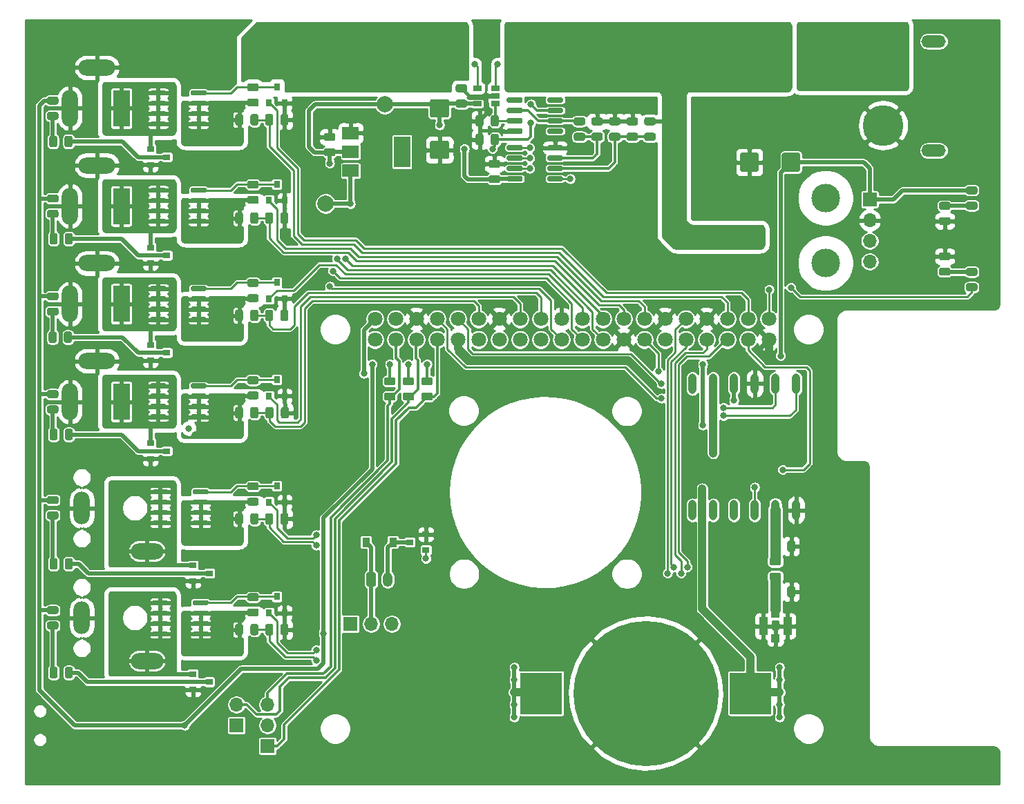
<source format=gtl>
%TF.GenerationSoftware,KiCad,Pcbnew,(5.1.6-0-10_14)*%
%TF.CreationDate,2020-09-02T22:05:45+02:00*%
%TF.ProjectId,Astroberry_power_shield,41737472-6f62-4657-9272-795f706f7765,rev?*%
%TF.SameCoordinates,PX2faf080PY8f0d180*%
%TF.FileFunction,Copper,L1,Top*%
%TF.FilePolarity,Positive*%
%FSLAX46Y46*%
G04 Gerber Fmt 4.6, Leading zero omitted, Abs format (unit mm)*
G04 Created by KiCad (PCBNEW (5.1.6-0-10_14)) date 2020-09-02 22:05:45*
%MOMM*%
%LPD*%
G01*
G04 APERTURE LIST*
%TA.AperFunction,ComponentPad*%
%ADD10C,1.800000*%
%TD*%
%TA.AperFunction,WasherPad*%
%ADD11C,3.500000*%
%TD*%
%TA.AperFunction,ComponentPad*%
%ADD12R,1.700000X1.700000*%
%TD*%
%TA.AperFunction,ComponentPad*%
%ADD13O,1.700000X1.700000*%
%TD*%
%TA.AperFunction,SMDPad,CuDef*%
%ADD14O,1.000000X2.500000*%
%TD*%
%TA.AperFunction,SMDPad,CuDef*%
%ADD15R,0.900000X1.200000*%
%TD*%
%TA.AperFunction,SMDPad,CuDef*%
%ADD16R,0.900000X0.800000*%
%TD*%
%TA.AperFunction,ComponentPad*%
%ADD17O,1.200000X1.750000*%
%TD*%
%TA.AperFunction,SMDPad,CuDef*%
%ADD18R,2.000000X3.800000*%
%TD*%
%TA.AperFunction,SMDPad,CuDef*%
%ADD19R,2.000000X1.500000*%
%TD*%
%TA.AperFunction,SMDPad,CuDef*%
%ADD20C,2.000000*%
%TD*%
%TA.AperFunction,ComponentPad*%
%ADD21C,5.000000*%
%TD*%
%TA.AperFunction,ComponentPad*%
%ADD22O,3.000000X1.500000*%
%TD*%
%TA.AperFunction,SMDPad,CuDef*%
%ADD23C,17.800000*%
%TD*%
%TA.AperFunction,SMDPad,CuDef*%
%ADD24R,5.100000X5.100000*%
%TD*%
%TA.AperFunction,ComponentPad*%
%ADD25R,2.000000X4.500000*%
%TD*%
%TA.AperFunction,ComponentPad*%
%ADD26O,2.000000X4.500000*%
%TD*%
%TA.AperFunction,ComponentPad*%
%ADD27O,4.500000X2.000000*%
%TD*%
%TA.AperFunction,ComponentPad*%
%ADD28O,2.000000X4.000000*%
%TD*%
%TA.AperFunction,ComponentPad*%
%ADD29O,4.000000X2.000000*%
%TD*%
%TA.AperFunction,SMDPad,CuDef*%
%ADD30R,1.000000X1.000000*%
%TD*%
%TA.AperFunction,SMDPad,CuDef*%
%ADD31R,1.050000X2.200000*%
%TD*%
%TA.AperFunction,SMDPad,CuDef*%
%ADD32R,0.800000X0.900000*%
%TD*%
%TA.AperFunction,SMDPad,CuDef*%
%ADD33R,1.060000X0.650000*%
%TD*%
%TA.AperFunction,ViaPad*%
%ADD34C,0.800000*%
%TD*%
%TA.AperFunction,Conductor*%
%ADD35C,0.500000*%
%TD*%
%TA.AperFunction,Conductor*%
%ADD36C,0.400000*%
%TD*%
%TA.AperFunction,Conductor*%
%ADD37C,1.000000*%
%TD*%
%TA.AperFunction,Conductor*%
%ADD38C,0.300000*%
%TD*%
%TA.AperFunction,Conductor*%
%ADD39C,0.250000*%
%TD*%
%TA.AperFunction,Conductor*%
%ADD40C,1.300000*%
%TD*%
%TA.AperFunction,Conductor*%
%ADD41C,0.254000*%
%TD*%
G04 APERTURE END LIST*
D10*
%TO.P,J4,39*%
%TO.N,GND*%
X91430000Y57630000D03*
%TO.P,J4,37*%
%TO.N,GPS_RST*%
X88890000Y57630000D03*
%TO.P,J4,35*%
%TO.N,DEW_CH2_PWR*%
X86350000Y57630000D03*
%TO.P,J4,33*%
%TO.N,DEW_CH2*%
X83810000Y57630000D03*
%TO.P,J4,31*%
%TO.N,DEW_CH1_PWR*%
X81270000Y57630000D03*
%TO.P,J4,29*%
%TO.N,GPIO5*%
X78730000Y57630000D03*
%TO.P,J4,27*%
%TO.N,FAN*%
X76190000Y57630000D03*
%TO.P,J4,25*%
%TO.N,GND*%
X73650000Y57630000D03*
%TO.P,J4,23*%
%TO.N,SPI0_CLK*%
X71110000Y57630000D03*
%TO.P,J4,21*%
%TO.N,SPI0_MISO*%
X68570000Y57630000D03*
%TO.P,J4,19*%
%TO.N,SPI0_MOSI*%
X66030000Y57630000D03*
%TO.P,J4,17*%
%TO.N,Net-(J4-Pad17)*%
X63490000Y57630000D03*
%TO.P,J4,15*%
%TO.N,GPIO22*%
X60950000Y57630000D03*
%TO.P,J4,13*%
%TO.N,GPIO27*%
X58410000Y57630000D03*
%TO.P,J4,11*%
%TO.N,GPIO17*%
X55870000Y57630000D03*
%TO.P,J4,9*%
%TO.N,GND*%
X53330000Y57630000D03*
%TO.P,J4,7*%
%TO.N,ONE_WIRE*%
X50790000Y57630000D03*
%TO.P,J4,5*%
%TO.N,SCL*%
X48250000Y57630000D03*
%TO.P,J4,3*%
%TO.N,SDA*%
X45710000Y57630000D03*
%TO.P,J4,1*%
%TO.N,Net-(J4-Pad1)*%
X43170000Y57630000D03*
%TO.P,J4,40*%
%TO.N,3D_FIX*%
X91430000Y60170000D03*
%TO.P,J4,38*%
%TO.N,12V_CH1*%
X88890000Y60170000D03*
%TO.P,J4,36*%
%TO.N,12V_CH1_PWR*%
X86350000Y60170000D03*
%TO.P,J4,34*%
%TO.N,GND*%
X83810000Y60170000D03*
%TO.P,J4,32*%
%TO.N,DEW_CH1*%
X81270000Y60170000D03*
%TO.P,J4,30*%
%TO.N,GND*%
X78730000Y60170000D03*
%TO.P,J4,28*%
%TO.N,12V_CH2*%
X76190000Y60170000D03*
%TO.P,J4,26*%
%TO.N,12V_CH2_PWR*%
X73650000Y60170000D03*
%TO.P,J4,24*%
%TO.N,SPI0_CE0*%
X71110000Y60170000D03*
%TO.P,J4,22*%
%TO.N,12V_CH3*%
X68570000Y60170000D03*
%TO.P,J4,20*%
%TO.N,GND*%
X66030000Y60170000D03*
%TO.P,J4,18*%
%TO.N,12V_CH3_PWR*%
X63490000Y60170000D03*
%TO.P,J4,16*%
%TO.N,12V_CH4*%
X60950000Y60170000D03*
%TO.P,J4,14*%
%TO.N,GND*%
X58410000Y60170000D03*
%TO.P,J4,12*%
%TO.N,12V_CH4_PWR*%
X55870000Y60170000D03*
%TO.P,J4,10*%
%TO.N,UART_RX*%
X53330000Y60170000D03*
%TO.P,J4,8*%
%TO.N,UART_TX*%
X50790000Y60170000D03*
%TO.P,J4,6*%
%TO.N,GND*%
X48250000Y60170000D03*
%TO.P,J4,4*%
%TO.N,+5V*%
X45710000Y60170000D03*
%TO.P,J4,2*%
X43169999Y60170000D03*
%TD*%
D11*
%TO.P,J1,*%
%TO.N,*%
X98397000Y67016000D03*
X98397000Y75016000D03*
D12*
%TO.P,J1,1*%
%TO.N,+3V3*%
X103797000Y74816000D03*
D13*
%TO.P,J1,2*%
%TO.N,GND*%
X103797000Y72276000D03*
%TO.P,J1,3*%
%TO.N,SCL*%
X103797000Y69736000D03*
%TO.P,J1,4*%
%TO.N,SDA*%
X103797000Y67196000D03*
%TD*%
%TO.P,R36,2*%
%TO.N,Net-(C18-Pad2)*%
%TA.AperFunction,SMDPad,CuDef*%
G36*
G01*
X91783750Y29027000D02*
X92696250Y29027000D01*
G75*
G02*
X92940000Y28783250I0J-243750D01*
G01*
X92940000Y28295750D01*
G75*
G02*
X92696250Y28052000I-243750J0D01*
G01*
X91783750Y28052000D01*
G75*
G02*
X91540000Y28295750I0J243750D01*
G01*
X91540000Y28783250D01*
G75*
G02*
X91783750Y29027000I243750J0D01*
G01*
G37*
%TD.AperFunction*%
%TO.P,R36,1*%
%TO.N,Net-(C17-Pad2)*%
%TA.AperFunction,SMDPad,CuDef*%
G36*
G01*
X91783750Y30902000D02*
X92696250Y30902000D01*
G75*
G02*
X92940000Y30658250I0J-243750D01*
G01*
X92940000Y30170750D01*
G75*
G02*
X92696250Y29927000I-243750J0D01*
G01*
X91783750Y29927000D01*
G75*
G02*
X91540000Y30170750I0J243750D01*
G01*
X91540000Y30658250D01*
G75*
G02*
X91783750Y30902000I243750J0D01*
G01*
G37*
%TD.AperFunction*%
%TD*%
D14*
%TO.P,IC2,6*%
%TO.N,Net-(IC2-Pad6)*%
X82080000Y52216000D03*
%TO.P,IC2,5*%
%TO.N,Net-(BT1-Pad1)*%
X84620000Y52216000D03*
%TO.P,IC2,4*%
%TO.N,+3V3*%
X87160000Y52216000D03*
%TO.P,IC2,3*%
%TO.N,GND*%
X89700000Y52216000D03*
%TO.P,IC2,2*%
%TO.N,UART_RX*%
X92240000Y52216000D03*
%TO.P,IC2,1*%
%TO.N,UART_TX*%
X94780000Y52216000D03*
%TO.P,IC2,12*%
%TO.N,GND*%
X94780000Y36716000D03*
%TO.P,IC2,11*%
%TO.N,Net-(C17-Pad2)*%
X92240000Y36716000D03*
%TO.P,IC2,10*%
%TO.N,Net-(IC2-Pad10)*%
X89700000Y36716000D03*
%TO.P,IC2,9*%
%TO.N,Net-(IC2-Pad9)*%
X87160000Y36716000D03*
%TO.P,IC2,8*%
%TO.N,Net-(IC2-Pad8)*%
X84620000Y36716000D03*
%TO.P,IC2,7*%
%TO.N,Net-(IC2-Pad7)*%
X82080000Y36716000D03*
%TD*%
%TO.P,C18,2*%
%TO.N,Net-(C18-Pad2)*%
%TA.AperFunction,SMDPad,CuDef*%
G36*
G01*
X92806000Y27139250D02*
X92806000Y26226750D01*
G75*
G02*
X92562250Y25983000I-243750J0D01*
G01*
X92074750Y25983000D01*
G75*
G02*
X91831000Y26226750I0J243750D01*
G01*
X91831000Y27139250D01*
G75*
G02*
X92074750Y27383000I243750J0D01*
G01*
X92562250Y27383000D01*
G75*
G02*
X92806000Y27139250I0J-243750D01*
G01*
G37*
%TD.AperFunction*%
%TO.P,C18,1*%
%TO.N,GND*%
%TA.AperFunction,SMDPad,CuDef*%
G36*
G01*
X94681000Y27139250D02*
X94681000Y26226750D01*
G75*
G02*
X94437250Y25983000I-243750J0D01*
G01*
X93949750Y25983000D01*
G75*
G02*
X93706000Y26226750I0J243750D01*
G01*
X93706000Y27139250D01*
G75*
G02*
X93949750Y27383000I243750J0D01*
G01*
X94437250Y27383000D01*
G75*
G02*
X94681000Y27139250I0J-243750D01*
G01*
G37*
%TD.AperFunction*%
%TD*%
%TO.P,C17,2*%
%TO.N,Net-(C17-Pad2)*%
%TA.AperFunction,SMDPad,CuDef*%
G36*
G01*
X92806000Y32727250D02*
X92806000Y31814750D01*
G75*
G02*
X92562250Y31571000I-243750J0D01*
G01*
X92074750Y31571000D01*
G75*
G02*
X91831000Y31814750I0J243750D01*
G01*
X91831000Y32727250D01*
G75*
G02*
X92074750Y32971000I243750J0D01*
G01*
X92562250Y32971000D01*
G75*
G02*
X92806000Y32727250I0J-243750D01*
G01*
G37*
%TD.AperFunction*%
%TO.P,C17,1*%
%TO.N,GND*%
%TA.AperFunction,SMDPad,CuDef*%
G36*
G01*
X94681000Y32727250D02*
X94681000Y31814750D01*
G75*
G02*
X94437250Y31571000I-243750J0D01*
G01*
X93949750Y31571000D01*
G75*
G02*
X93706000Y31814750I0J243750D01*
G01*
X93706000Y32727250D01*
G75*
G02*
X93949750Y32971000I243750J0D01*
G01*
X94437250Y32971000D01*
G75*
G02*
X94681000Y32727250I0J-243750D01*
G01*
G37*
%TD.AperFunction*%
%TD*%
%TO.P,R35,2*%
%TO.N,+3V3*%
%TA.AperFunction,SMDPad,CuDef*%
G36*
G01*
X47738250Y52025000D02*
X46825750Y52025000D01*
G75*
G02*
X46582000Y52268750I0J243750D01*
G01*
X46582000Y52756250D01*
G75*
G02*
X46825750Y53000000I243750J0D01*
G01*
X47738250Y53000000D01*
G75*
G02*
X47982000Y52756250I0J-243750D01*
G01*
X47982000Y52268750D01*
G75*
G02*
X47738250Y52025000I-243750J0D01*
G01*
G37*
%TD.AperFunction*%
%TO.P,R35,1*%
%TO.N,SCL*%
%TA.AperFunction,SMDPad,CuDef*%
G36*
G01*
X47738250Y50150000D02*
X46825750Y50150000D01*
G75*
G02*
X46582000Y50393750I0J243750D01*
G01*
X46582000Y50881250D01*
G75*
G02*
X46825750Y51125000I243750J0D01*
G01*
X47738250Y51125000D01*
G75*
G02*
X47982000Y50881250I0J-243750D01*
G01*
X47982000Y50393750D01*
G75*
G02*
X47738250Y50150000I-243750J0D01*
G01*
G37*
%TD.AperFunction*%
%TD*%
%TO.P,R34,2*%
%TO.N,+3V3*%
%TA.AperFunction,SMDPad,CuDef*%
G36*
G01*
X45452250Y52025000D02*
X44539750Y52025000D01*
G75*
G02*
X44296000Y52268750I0J243750D01*
G01*
X44296000Y52756250D01*
G75*
G02*
X44539750Y53000000I243750J0D01*
G01*
X45452250Y53000000D01*
G75*
G02*
X45696000Y52756250I0J-243750D01*
G01*
X45696000Y52268750D01*
G75*
G02*
X45452250Y52025000I-243750J0D01*
G01*
G37*
%TD.AperFunction*%
%TO.P,R34,1*%
%TO.N,SDA*%
%TA.AperFunction,SMDPad,CuDef*%
G36*
G01*
X45452250Y50150000D02*
X44539750Y50150000D01*
G75*
G02*
X44296000Y50393750I0J243750D01*
G01*
X44296000Y50881250D01*
G75*
G02*
X44539750Y51125000I243750J0D01*
G01*
X45452250Y51125000D01*
G75*
G02*
X45696000Y50881250I0J-243750D01*
G01*
X45696000Y50393750D01*
G75*
G02*
X45452250Y50150000I-243750J0D01*
G01*
G37*
%TD.AperFunction*%
%TD*%
%TO.P,R2,2*%
%TO.N,+3V3*%
%TA.AperFunction,SMDPad,CuDef*%
G36*
G01*
X50024250Y52025000D02*
X49111750Y52025000D01*
G75*
G02*
X48868000Y52268750I0J243750D01*
G01*
X48868000Y52756250D01*
G75*
G02*
X49111750Y53000000I243750J0D01*
G01*
X50024250Y53000000D01*
G75*
G02*
X50268000Y52756250I0J-243750D01*
G01*
X50268000Y52268750D01*
G75*
G02*
X50024250Y52025000I-243750J0D01*
G01*
G37*
%TD.AperFunction*%
%TO.P,R2,1*%
%TO.N,ONE_WIRE*%
%TA.AperFunction,SMDPad,CuDef*%
G36*
G01*
X50024250Y50150000D02*
X49111750Y50150000D01*
G75*
G02*
X48868000Y50393750I0J243750D01*
G01*
X48868000Y50881250D01*
G75*
G02*
X49111750Y51125000I243750J0D01*
G01*
X50024250Y51125000D01*
G75*
G02*
X50268000Y50881250I0J-243750D01*
G01*
X50268000Y50393750D01*
G75*
G02*
X50024250Y50150000I-243750J0D01*
G01*
G37*
%TD.AperFunction*%
%TD*%
D13*
%TO.P,JP3,3*%
%TO.N,+3V3*%
X45250000Y22746000D03*
%TO.P,JP3,2*%
%TO.N,Net-(D5-Pad1)*%
X42710000Y22746000D03*
D12*
%TO.P,JP3,1*%
%TO.N,+5V*%
X40170000Y22746000D03*
%TD*%
D15*
%TO.P,D5,2*%
%TO.N,Net-(D5-Pad2)*%
X45376000Y32779000D03*
%TO.P,D5,1*%
%TO.N,Net-(D5-Pad1)*%
X42076000Y32779000D03*
%TD*%
D16*
%TO.P,T20,3*%
%TO.N,Net-(D5-Pad2)*%
X47425000Y32779000D03*
%TO.P,T20,2*%
%TO.N,GND*%
X49425000Y33729000D03*
%TO.P,T20,1*%
%TO.N,FAN*%
X49425000Y31829000D03*
%TD*%
D17*
%TO.P,J12,2*%
%TO.N,Net-(D5-Pad2)*%
X44710000Y28207000D03*
%TO.P,J12,1*%
%TO.N,Net-(D5-Pad1)*%
%TA.AperFunction,ComponentPad*%
G36*
G01*
X42110000Y27581999D02*
X42110000Y28832001D01*
G75*
G02*
X42359999Y29082000I249999J0D01*
G01*
X43060001Y29082000D01*
G75*
G02*
X43310000Y28832001I0J-249999D01*
G01*
X43310000Y27581999D01*
G75*
G02*
X43060001Y27332000I-249999J0D01*
G01*
X42359999Y27332000D01*
G75*
G02*
X42110000Y27581999I0J249999D01*
G01*
G37*
%TD.AperFunction*%
%TD*%
D13*
%TO.P,JP2,2*%
%TO.N,SCL*%
X26200000Y12840000D03*
D12*
%TO.P,JP2,1*%
%TO.N,CLK*%
X26200000Y10300000D03*
%TD*%
D13*
%TO.P,JP1,3*%
%TO.N,SDA*%
X30010000Y12840000D03*
%TO.P,JP1,2*%
%TO.N,DATA*%
X30010000Y10300000D03*
D12*
%TO.P,JP1,1*%
%TO.N,ONE_WIRE*%
X30010000Y7760000D03*
%TD*%
%TO.P,C16,2*%
%TO.N,GND*%
%TA.AperFunction,SMDPad,CuDef*%
G36*
G01*
X50166999Y82027000D02*
X52017001Y82027000D01*
G75*
G02*
X52267000Y81777001I0J-249999D01*
G01*
X52267000Y80026999D01*
G75*
G02*
X52017001Y79777000I-249999J0D01*
G01*
X50166999Y79777000D01*
G75*
G02*
X49917000Y80026999I0J249999D01*
G01*
X49917000Y81777001D01*
G75*
G02*
X50166999Y82027000I249999J0D01*
G01*
G37*
%TD.AperFunction*%
%TO.P,C16,1*%
%TO.N,+3V3*%
%TA.AperFunction,SMDPad,CuDef*%
G36*
G01*
X50166999Y87127000D02*
X52017001Y87127000D01*
G75*
G02*
X52267000Y86877001I0J-249999D01*
G01*
X52267000Y85126999D01*
G75*
G02*
X52017001Y84877000I-249999J0D01*
G01*
X50166999Y84877000D01*
G75*
G02*
X49917000Y85126999I0J249999D01*
G01*
X49917000Y86877001D01*
G75*
G02*
X50166999Y87127000I249999J0D01*
G01*
G37*
%TD.AperFunction*%
%TD*%
D18*
%TO.P,IC6,4*%
%TO.N,N/C*%
X46495000Y80658000D03*
D19*
%TO.P,IC6,2*%
%TO.N,+3V3*%
X40195000Y80658000D03*
%TO.P,IC6,3*%
%TO.N,+5V*%
X40195000Y78358000D03*
%TO.P,IC6,1*%
%TO.N,GND*%
X40195000Y82958000D03*
%TD*%
D16*
%TO.P,T19,3*%
%TO.N,Net-(R33-Pad2)*%
X22882000Y15634000D03*
%TO.P,T19,2*%
%TO.N,GND*%
X20882000Y14684000D03*
%TO.P,T19,1*%
%TO.N,DEW2_OUT*%
X20882000Y16584000D03*
%TD*%
%TO.P,T18,3*%
%TO.N,Net-(R32-Pad2)*%
X22882000Y28969000D03*
%TO.P,T18,2*%
%TO.N,GND*%
X20882000Y28019000D03*
%TO.P,T18,1*%
%TO.N,DEW1_OUT*%
X20882000Y29919000D03*
%TD*%
%TO.P,T17,3*%
%TO.N,Net-(R31-Pad2)*%
X17675000Y43955000D03*
%TO.P,T17,2*%
%TO.N,GND*%
X15675000Y43005000D03*
%TO.P,T17,1*%
%TO.N,CH4_OUT*%
X15675000Y44905000D03*
%TD*%
%TO.P,T16,3*%
%TO.N,Net-(R30-Pad2)*%
X17675000Y56020000D03*
%TO.P,T16,2*%
%TO.N,GND*%
X15675000Y55070000D03*
%TO.P,T16,1*%
%TO.N,CH3_OUT*%
X15675000Y56970000D03*
%TD*%
%TO.P,T15,3*%
%TO.N,Net-(R29-Pad2)*%
X17675000Y67958000D03*
%TO.P,T15,2*%
%TO.N,GND*%
X15675000Y67008000D03*
%TO.P,T15,1*%
%TO.N,CH2_OUT*%
X15675000Y68908000D03*
%TD*%
%TO.P,T14,3*%
%TO.N,Net-(R28-Pad2)*%
X17675000Y80023000D03*
%TO.P,T14,2*%
%TO.N,GND*%
X15675000Y79073000D03*
%TO.P,T14,1*%
%TO.N,CH1_OUT*%
X15675000Y80973000D03*
%TD*%
%TO.P,R33,2*%
%TO.N,Net-(R33-Pad2)*%
%TA.AperFunction,SMDPad,CuDef*%
G36*
G01*
X5187000Y16320750D02*
X5187000Y17233250D01*
G75*
G02*
X5430750Y17477000I243750J0D01*
G01*
X5918250Y17477000D01*
G75*
G02*
X6162000Y17233250I0J-243750D01*
G01*
X6162000Y16320750D01*
G75*
G02*
X5918250Y16077000I-243750J0D01*
G01*
X5430750Y16077000D01*
G75*
G02*
X5187000Y16320750I0J243750D01*
G01*
G37*
%TD.AperFunction*%
%TO.P,R33,1*%
%TO.N,Net-(D16-Pad1)*%
%TA.AperFunction,SMDPad,CuDef*%
G36*
G01*
X3312000Y16320750D02*
X3312000Y17233250D01*
G75*
G02*
X3555750Y17477000I243750J0D01*
G01*
X4043250Y17477000D01*
G75*
G02*
X4287000Y17233250I0J-243750D01*
G01*
X4287000Y16320750D01*
G75*
G02*
X4043250Y16077000I-243750J0D01*
G01*
X3555750Y16077000D01*
G75*
G02*
X3312000Y16320750I0J243750D01*
G01*
G37*
%TD.AperFunction*%
%TD*%
%TO.P,R32,2*%
%TO.N,Net-(R32-Pad2)*%
%TA.AperFunction,SMDPad,CuDef*%
G36*
G01*
X5187000Y29655750D02*
X5187000Y30568250D01*
G75*
G02*
X5430750Y30812000I243750J0D01*
G01*
X5918250Y30812000D01*
G75*
G02*
X6162000Y30568250I0J-243750D01*
G01*
X6162000Y29655750D01*
G75*
G02*
X5918250Y29412000I-243750J0D01*
G01*
X5430750Y29412000D01*
G75*
G02*
X5187000Y29655750I0J243750D01*
G01*
G37*
%TD.AperFunction*%
%TO.P,R32,1*%
%TO.N,Net-(D15-Pad1)*%
%TA.AperFunction,SMDPad,CuDef*%
G36*
G01*
X3312000Y29655750D02*
X3312000Y30568250D01*
G75*
G02*
X3555750Y30812000I243750J0D01*
G01*
X4043250Y30812000D01*
G75*
G02*
X4287000Y30568250I0J-243750D01*
G01*
X4287000Y29655750D01*
G75*
G02*
X4043250Y29412000I-243750J0D01*
G01*
X3555750Y29412000D01*
G75*
G02*
X3312000Y29655750I0J243750D01*
G01*
G37*
%TD.AperFunction*%
%TD*%
%TO.P,R31,2*%
%TO.N,Net-(R31-Pad2)*%
%TA.AperFunction,SMDPad,CuDef*%
G36*
G01*
X5187000Y45530750D02*
X5187000Y46443250D01*
G75*
G02*
X5430750Y46687000I243750J0D01*
G01*
X5918250Y46687000D01*
G75*
G02*
X6162000Y46443250I0J-243750D01*
G01*
X6162000Y45530750D01*
G75*
G02*
X5918250Y45287000I-243750J0D01*
G01*
X5430750Y45287000D01*
G75*
G02*
X5187000Y45530750I0J243750D01*
G01*
G37*
%TD.AperFunction*%
%TO.P,R31,1*%
%TO.N,Net-(D14-Pad1)*%
%TA.AperFunction,SMDPad,CuDef*%
G36*
G01*
X3312000Y45530750D02*
X3312000Y46443250D01*
G75*
G02*
X3555750Y46687000I243750J0D01*
G01*
X4043250Y46687000D01*
G75*
G02*
X4287000Y46443250I0J-243750D01*
G01*
X4287000Y45530750D01*
G75*
G02*
X4043250Y45287000I-243750J0D01*
G01*
X3555750Y45287000D01*
G75*
G02*
X3312000Y45530750I0J243750D01*
G01*
G37*
%TD.AperFunction*%
%TD*%
%TO.P,R30,2*%
%TO.N,Net-(R30-Pad2)*%
%TA.AperFunction,SMDPad,CuDef*%
G36*
G01*
X5060000Y57468750D02*
X5060000Y58381250D01*
G75*
G02*
X5303750Y58625000I243750J0D01*
G01*
X5791250Y58625000D01*
G75*
G02*
X6035000Y58381250I0J-243750D01*
G01*
X6035000Y57468750D01*
G75*
G02*
X5791250Y57225000I-243750J0D01*
G01*
X5303750Y57225000D01*
G75*
G02*
X5060000Y57468750I0J243750D01*
G01*
G37*
%TD.AperFunction*%
%TO.P,R30,1*%
%TO.N,Net-(D13-Pad1)*%
%TA.AperFunction,SMDPad,CuDef*%
G36*
G01*
X3185000Y57468750D02*
X3185000Y58381250D01*
G75*
G02*
X3428750Y58625000I243750J0D01*
G01*
X3916250Y58625000D01*
G75*
G02*
X4160000Y58381250I0J-243750D01*
G01*
X4160000Y57468750D01*
G75*
G02*
X3916250Y57225000I-243750J0D01*
G01*
X3428750Y57225000D01*
G75*
G02*
X3185000Y57468750I0J243750D01*
G01*
G37*
%TD.AperFunction*%
%TD*%
%TO.P,R29,2*%
%TO.N,Net-(R29-Pad2)*%
%TA.AperFunction,SMDPad,CuDef*%
G36*
G01*
X5187000Y69533750D02*
X5187000Y70446250D01*
G75*
G02*
X5430750Y70690000I243750J0D01*
G01*
X5918250Y70690000D01*
G75*
G02*
X6162000Y70446250I0J-243750D01*
G01*
X6162000Y69533750D01*
G75*
G02*
X5918250Y69290000I-243750J0D01*
G01*
X5430750Y69290000D01*
G75*
G02*
X5187000Y69533750I0J243750D01*
G01*
G37*
%TD.AperFunction*%
%TO.P,R29,1*%
%TO.N,Net-(D12-Pad1)*%
%TA.AperFunction,SMDPad,CuDef*%
G36*
G01*
X3312000Y69533750D02*
X3312000Y70446250D01*
G75*
G02*
X3555750Y70690000I243750J0D01*
G01*
X4043250Y70690000D01*
G75*
G02*
X4287000Y70446250I0J-243750D01*
G01*
X4287000Y69533750D01*
G75*
G02*
X4043250Y69290000I-243750J0D01*
G01*
X3555750Y69290000D01*
G75*
G02*
X3312000Y69533750I0J243750D01*
G01*
G37*
%TD.AperFunction*%
%TD*%
%TO.P,R28,2*%
%TO.N,Net-(R28-Pad2)*%
%TA.AperFunction,SMDPad,CuDef*%
G36*
G01*
X5138500Y81471750D02*
X5138500Y82384250D01*
G75*
G02*
X5382250Y82628000I243750J0D01*
G01*
X5869750Y82628000D01*
G75*
G02*
X6113500Y82384250I0J-243750D01*
G01*
X6113500Y81471750D01*
G75*
G02*
X5869750Y81228000I-243750J0D01*
G01*
X5382250Y81228000D01*
G75*
G02*
X5138500Y81471750I0J243750D01*
G01*
G37*
%TD.AperFunction*%
%TO.P,R28,1*%
%TO.N,Net-(D11-Pad1)*%
%TA.AperFunction,SMDPad,CuDef*%
G36*
G01*
X3263500Y81471750D02*
X3263500Y82384250D01*
G75*
G02*
X3507250Y82628000I243750J0D01*
G01*
X3994750Y82628000D01*
G75*
G02*
X4238500Y82384250I0J-243750D01*
G01*
X4238500Y81471750D01*
G75*
G02*
X3994750Y81228000I-243750J0D01*
G01*
X3507250Y81228000D01*
G75*
G02*
X3263500Y81471750I0J243750D01*
G01*
G37*
%TD.AperFunction*%
%TD*%
%TO.P,D16,2*%
%TO.N,+3V3*%
%TA.AperFunction,SMDPad,CuDef*%
G36*
G01*
X4156250Y23950000D02*
X3243750Y23950000D01*
G75*
G02*
X3000000Y24193750I0J243750D01*
G01*
X3000000Y24681250D01*
G75*
G02*
X3243750Y24925000I243750J0D01*
G01*
X4156250Y24925000D01*
G75*
G02*
X4400000Y24681250I0J-243750D01*
G01*
X4400000Y24193750D01*
G75*
G02*
X4156250Y23950000I-243750J0D01*
G01*
G37*
%TD.AperFunction*%
%TO.P,D16,1*%
%TO.N,Net-(D16-Pad1)*%
%TA.AperFunction,SMDPad,CuDef*%
G36*
G01*
X4156250Y22075000D02*
X3243750Y22075000D01*
G75*
G02*
X3000000Y22318750I0J243750D01*
G01*
X3000000Y22806250D01*
G75*
G02*
X3243750Y23050000I243750J0D01*
G01*
X4156250Y23050000D01*
G75*
G02*
X4400000Y22806250I0J-243750D01*
G01*
X4400000Y22318750D01*
G75*
G02*
X4156250Y22075000I-243750J0D01*
G01*
G37*
%TD.AperFunction*%
%TD*%
%TO.P,D15,2*%
%TO.N,+3V3*%
%TA.AperFunction,SMDPad,CuDef*%
G36*
G01*
X4156250Y37450000D02*
X3243750Y37450000D01*
G75*
G02*
X3000000Y37693750I0J243750D01*
G01*
X3000000Y38181250D01*
G75*
G02*
X3243750Y38425000I243750J0D01*
G01*
X4156250Y38425000D01*
G75*
G02*
X4400000Y38181250I0J-243750D01*
G01*
X4400000Y37693750D01*
G75*
G02*
X4156250Y37450000I-243750J0D01*
G01*
G37*
%TD.AperFunction*%
%TO.P,D15,1*%
%TO.N,Net-(D15-Pad1)*%
%TA.AperFunction,SMDPad,CuDef*%
G36*
G01*
X4156250Y35575000D02*
X3243750Y35575000D01*
G75*
G02*
X3000000Y35818750I0J243750D01*
G01*
X3000000Y36306250D01*
G75*
G02*
X3243750Y36550000I243750J0D01*
G01*
X4156250Y36550000D01*
G75*
G02*
X4400000Y36306250I0J-243750D01*
G01*
X4400000Y35818750D01*
G75*
G02*
X4156250Y35575000I-243750J0D01*
G01*
G37*
%TD.AperFunction*%
%TD*%
%TO.P,D14,2*%
%TO.N,+3V3*%
%TA.AperFunction,SMDPad,CuDef*%
G36*
G01*
X4156250Y50450000D02*
X3243750Y50450000D01*
G75*
G02*
X3000000Y50693750I0J243750D01*
G01*
X3000000Y51181250D01*
G75*
G02*
X3243750Y51425000I243750J0D01*
G01*
X4156250Y51425000D01*
G75*
G02*
X4400000Y51181250I0J-243750D01*
G01*
X4400000Y50693750D01*
G75*
G02*
X4156250Y50450000I-243750J0D01*
G01*
G37*
%TD.AperFunction*%
%TO.P,D14,1*%
%TO.N,Net-(D14-Pad1)*%
%TA.AperFunction,SMDPad,CuDef*%
G36*
G01*
X4156250Y48575000D02*
X3243750Y48575000D01*
G75*
G02*
X3000000Y48818750I0J243750D01*
G01*
X3000000Y49306250D01*
G75*
G02*
X3243750Y49550000I243750J0D01*
G01*
X4156250Y49550000D01*
G75*
G02*
X4400000Y49306250I0J-243750D01*
G01*
X4400000Y48818750D01*
G75*
G02*
X4156250Y48575000I-243750J0D01*
G01*
G37*
%TD.AperFunction*%
%TD*%
%TO.P,D13,2*%
%TO.N,+3V3*%
%TA.AperFunction,SMDPad,CuDef*%
G36*
G01*
X4156250Y62450000D02*
X3243750Y62450000D01*
G75*
G02*
X3000000Y62693750I0J243750D01*
G01*
X3000000Y63181250D01*
G75*
G02*
X3243750Y63425000I243750J0D01*
G01*
X4156250Y63425000D01*
G75*
G02*
X4400000Y63181250I0J-243750D01*
G01*
X4400000Y62693750D01*
G75*
G02*
X4156250Y62450000I-243750J0D01*
G01*
G37*
%TD.AperFunction*%
%TO.P,D13,1*%
%TO.N,Net-(D13-Pad1)*%
%TA.AperFunction,SMDPad,CuDef*%
G36*
G01*
X4156250Y60575000D02*
X3243750Y60575000D01*
G75*
G02*
X3000000Y60818750I0J243750D01*
G01*
X3000000Y61306250D01*
G75*
G02*
X3243750Y61550000I243750J0D01*
G01*
X4156250Y61550000D01*
G75*
G02*
X4400000Y61306250I0J-243750D01*
G01*
X4400000Y60818750D01*
G75*
G02*
X4156250Y60575000I-243750J0D01*
G01*
G37*
%TD.AperFunction*%
%TD*%
%TO.P,D12,2*%
%TO.N,+3V3*%
%TA.AperFunction,SMDPad,CuDef*%
G36*
G01*
X4156250Y74450000D02*
X3243750Y74450000D01*
G75*
G02*
X3000000Y74693750I0J243750D01*
G01*
X3000000Y75181250D01*
G75*
G02*
X3243750Y75425000I243750J0D01*
G01*
X4156250Y75425000D01*
G75*
G02*
X4400000Y75181250I0J-243750D01*
G01*
X4400000Y74693750D01*
G75*
G02*
X4156250Y74450000I-243750J0D01*
G01*
G37*
%TD.AperFunction*%
%TO.P,D12,1*%
%TO.N,Net-(D12-Pad1)*%
%TA.AperFunction,SMDPad,CuDef*%
G36*
G01*
X4156250Y72575000D02*
X3243750Y72575000D01*
G75*
G02*
X3000000Y72818750I0J243750D01*
G01*
X3000000Y73306250D01*
G75*
G02*
X3243750Y73550000I243750J0D01*
G01*
X4156250Y73550000D01*
G75*
G02*
X4400000Y73306250I0J-243750D01*
G01*
X4400000Y72818750D01*
G75*
G02*
X4156250Y72575000I-243750J0D01*
G01*
G37*
%TD.AperFunction*%
%TD*%
%TO.P,D11,2*%
%TO.N,+3V3*%
%TA.AperFunction,SMDPad,CuDef*%
G36*
G01*
X4156250Y86450000D02*
X3243750Y86450000D01*
G75*
G02*
X3000000Y86693750I0J243750D01*
G01*
X3000000Y87181250D01*
G75*
G02*
X3243750Y87425000I243750J0D01*
G01*
X4156250Y87425000D01*
G75*
G02*
X4400000Y87181250I0J-243750D01*
G01*
X4400000Y86693750D01*
G75*
G02*
X4156250Y86450000I-243750J0D01*
G01*
G37*
%TD.AperFunction*%
%TO.P,D11,1*%
%TO.N,Net-(D11-Pad1)*%
%TA.AperFunction,SMDPad,CuDef*%
G36*
G01*
X4156250Y84575000D02*
X3243750Y84575000D01*
G75*
G02*
X3000000Y84818750I0J243750D01*
G01*
X3000000Y85306250D01*
G75*
G02*
X3243750Y85550000I243750J0D01*
G01*
X4156250Y85550000D01*
G75*
G02*
X4400000Y85306250I0J-243750D01*
G01*
X4400000Y84818750D01*
G75*
G02*
X4156250Y84575000I-243750J0D01*
G01*
G37*
%TD.AperFunction*%
%TD*%
D20*
%TO.P,TP2,1*%
%TO.N,+5V*%
X37122000Y74308000D03*
%TD*%
D21*
%TO.P,J3,1*%
%TO.N,Net-(J3-Pad1)*%
X105448000Y91116000D03*
%TO.P,J3,2*%
%TO.N,GND*%
X105448000Y83916000D03*
D22*
%TO.P,J3,3*%
%TO.N,N/C*%
X111648000Y94216000D03*
%TO.P,J3,4*%
X111648000Y80816000D03*
%TD*%
D23*
%TO.P,BT1,2*%
%TO.N,GND*%
X76365000Y14237000D03*
D24*
%TO.P,BT1,1*%
%TO.N,Net-(BT1-Pad1)*%
X89165000Y14237000D03*
X63565000Y14237000D03*
%TD*%
%TO.P,IC5,8*%
%TO.N,+3V3*%
%TA.AperFunction,SMDPad,CuDef*%
G36*
G01*
X61276000Y77506000D02*
X61276000Y77206000D01*
G75*
G02*
X61126000Y77056000I-150000J0D01*
G01*
X59476000Y77056000D01*
G75*
G02*
X59326000Y77206000I0J150000D01*
G01*
X59326000Y77506000D01*
G75*
G02*
X59476000Y77656000I150000J0D01*
G01*
X61126000Y77656000D01*
G75*
G02*
X61276000Y77506000I0J-150000D01*
G01*
G37*
%TD.AperFunction*%
%TO.P,IC5,7*%
%TO.N,SPI0_CLK*%
%TA.AperFunction,SMDPad,CuDef*%
G36*
G01*
X61276000Y78776000D02*
X61276000Y78476000D01*
G75*
G02*
X61126000Y78326000I-150000J0D01*
G01*
X59476000Y78326000D01*
G75*
G02*
X59326000Y78476000I0J150000D01*
G01*
X59326000Y78776000D01*
G75*
G02*
X59476000Y78926000I150000J0D01*
G01*
X61126000Y78926000D01*
G75*
G02*
X61276000Y78776000I0J-150000D01*
G01*
G37*
%TD.AperFunction*%
%TO.P,IC5,6*%
%TO.N,SPI0_MISO*%
%TA.AperFunction,SMDPad,CuDef*%
G36*
G01*
X61276000Y80046000D02*
X61276000Y79746000D01*
G75*
G02*
X61126000Y79596000I-150000J0D01*
G01*
X59476000Y79596000D01*
G75*
G02*
X59326000Y79746000I0J150000D01*
G01*
X59326000Y80046000D01*
G75*
G02*
X59476000Y80196000I150000J0D01*
G01*
X61126000Y80196000D01*
G75*
G02*
X61276000Y80046000I0J-150000D01*
G01*
G37*
%TD.AperFunction*%
%TO.P,IC5,5*%
%TO.N,SPI0_MOSI*%
%TA.AperFunction,SMDPad,CuDef*%
G36*
G01*
X61276000Y81316000D02*
X61276000Y81016000D01*
G75*
G02*
X61126000Y80866000I-150000J0D01*
G01*
X59476000Y80866000D01*
G75*
G02*
X59326000Y81016000I0J150000D01*
G01*
X59326000Y81316000D01*
G75*
G02*
X59476000Y81466000I150000J0D01*
G01*
X61126000Y81466000D01*
G75*
G02*
X61276000Y81316000I0J-150000D01*
G01*
G37*
%TD.AperFunction*%
%TO.P,IC5,4*%
%TO.N,GND*%
%TA.AperFunction,SMDPad,CuDef*%
G36*
G01*
X66226000Y81316000D02*
X66226000Y81016000D01*
G75*
G02*
X66076000Y80866000I-150000J0D01*
G01*
X64426000Y80866000D01*
G75*
G02*
X64276000Y81016000I0J150000D01*
G01*
X64276000Y81316000D01*
G75*
G02*
X64426000Y81466000I150000J0D01*
G01*
X66076000Y81466000D01*
G75*
G02*
X66226000Y81316000I0J-150000D01*
G01*
G37*
%TD.AperFunction*%
%TO.P,IC5,3*%
%TO.N,CURR_AIN*%
%TA.AperFunction,SMDPad,CuDef*%
G36*
G01*
X66226000Y80046000D02*
X66226000Y79746000D01*
G75*
G02*
X66076000Y79596000I-150000J0D01*
G01*
X64426000Y79596000D01*
G75*
G02*
X64276000Y79746000I0J150000D01*
G01*
X64276000Y80046000D01*
G75*
G02*
X64426000Y80196000I150000J0D01*
G01*
X66076000Y80196000D01*
G75*
G02*
X66226000Y80046000I0J-150000D01*
G01*
G37*
%TD.AperFunction*%
%TO.P,IC5,2*%
%TO.N,12V_AIN*%
%TA.AperFunction,SMDPad,CuDef*%
G36*
G01*
X66226000Y78776000D02*
X66226000Y78476000D01*
G75*
G02*
X66076000Y78326000I-150000J0D01*
G01*
X64426000Y78326000D01*
G75*
G02*
X64276000Y78476000I0J150000D01*
G01*
X64276000Y78776000D01*
G75*
G02*
X64426000Y78926000I150000J0D01*
G01*
X66076000Y78926000D01*
G75*
G02*
X66226000Y78776000I0J-150000D01*
G01*
G37*
%TD.AperFunction*%
%TO.P,IC5,1*%
%TO.N,SPI0_CE0*%
%TA.AperFunction,SMDPad,CuDef*%
G36*
G01*
X66226000Y77506000D02*
X66226000Y77206000D01*
G75*
G02*
X66076000Y77056000I-150000J0D01*
G01*
X64426000Y77056000D01*
G75*
G02*
X64276000Y77206000I0J150000D01*
G01*
X64276000Y77506000D01*
G75*
G02*
X64426000Y77656000I150000J0D01*
G01*
X66076000Y77656000D01*
G75*
G02*
X66226000Y77506000I0J-150000D01*
G01*
G37*
%TD.AperFunction*%
%TD*%
D25*
%TO.P,J9,1*%
%TO.N,CH4_OUT*%
X12100000Y50000000D03*
D26*
%TO.P,J9,2*%
%TO.N,GND*%
X5800000Y50000000D03*
D27*
%TO.P,J9,3*%
X9100000Y55000000D03*
%TD*%
D25*
%TO.P,J8,1*%
%TO.N,CH3_OUT*%
X12100000Y62000000D03*
D26*
%TO.P,J8,2*%
%TO.N,GND*%
X5800000Y62000000D03*
D27*
%TO.P,J8,3*%
X9100000Y67000000D03*
%TD*%
D25*
%TO.P,J7,1*%
%TO.N,CH2_OUT*%
X12100000Y74000000D03*
D26*
%TO.P,J7,2*%
%TO.N,GND*%
X5800000Y74000000D03*
D27*
%TO.P,J7,3*%
X9100000Y79000000D03*
%TD*%
D25*
%TO.P,J6,1*%
%TO.N,CH1_OUT*%
X12100000Y86000000D03*
D26*
%TO.P,J6,2*%
%TO.N,GND*%
X5800000Y86000000D03*
D27*
%TO.P,J6,3*%
X9100000Y91000000D03*
%TD*%
D28*
%TO.P,J11,2*%
%TO.N,GND*%
X7253000Y23508000D03*
D29*
%TO.P,J11,1*%
%TO.N,DEW2_OUT*%
X15253000Y18208000D03*
%TD*%
D28*
%TO.P,J10,2*%
%TO.N,GND*%
X7253000Y36970000D03*
D29*
%TO.P,J10,1*%
%TO.N,DEW1_OUT*%
X15253000Y31670000D03*
%TD*%
%TO.P,R27,2*%
%TO.N,GND*%
%TA.AperFunction,SMDPad,CuDef*%
G36*
G01*
X31651500Y48197750D02*
X31651500Y49110250D01*
G75*
G02*
X31895250Y49354000I243750J0D01*
G01*
X32382750Y49354000D01*
G75*
G02*
X32626500Y49110250I0J-243750D01*
G01*
X32626500Y48197750D01*
G75*
G02*
X32382750Y47954000I-243750J0D01*
G01*
X31895250Y47954000D01*
G75*
G02*
X31651500Y48197750I0J243750D01*
G01*
G37*
%TD.AperFunction*%
%TO.P,R27,1*%
%TO.N,12V_CH4_PWR*%
%TA.AperFunction,SMDPad,CuDef*%
G36*
G01*
X29776500Y48197750D02*
X29776500Y49110250D01*
G75*
G02*
X30020250Y49354000I243750J0D01*
G01*
X30507750Y49354000D01*
G75*
G02*
X30751500Y49110250I0J-243750D01*
G01*
X30751500Y48197750D01*
G75*
G02*
X30507750Y47954000I-243750J0D01*
G01*
X30020250Y47954000D01*
G75*
G02*
X29776500Y48197750I0J243750D01*
G01*
G37*
%TD.AperFunction*%
%TD*%
%TO.P,R26,2*%
%TO.N,GND*%
%TA.AperFunction,SMDPad,CuDef*%
G36*
G01*
X31603000Y60135750D02*
X31603000Y61048250D01*
G75*
G02*
X31846750Y61292000I243750J0D01*
G01*
X32334250Y61292000D01*
G75*
G02*
X32578000Y61048250I0J-243750D01*
G01*
X32578000Y60135750D01*
G75*
G02*
X32334250Y59892000I-243750J0D01*
G01*
X31846750Y59892000D01*
G75*
G02*
X31603000Y60135750I0J243750D01*
G01*
G37*
%TD.AperFunction*%
%TO.P,R26,1*%
%TO.N,12V_CH3_PWR*%
%TA.AperFunction,SMDPad,CuDef*%
G36*
G01*
X29728000Y60135750D02*
X29728000Y61048250D01*
G75*
G02*
X29971750Y61292000I243750J0D01*
G01*
X30459250Y61292000D01*
G75*
G02*
X30703000Y61048250I0J-243750D01*
G01*
X30703000Y60135750D01*
G75*
G02*
X30459250Y59892000I-243750J0D01*
G01*
X29971750Y59892000D01*
G75*
G02*
X29728000Y60135750I0J243750D01*
G01*
G37*
%TD.AperFunction*%
%TD*%
%TO.P,R25,2*%
%TO.N,GND*%
%TA.AperFunction,SMDPad,CuDef*%
G36*
G01*
X31603000Y72073750D02*
X31603000Y72986250D01*
G75*
G02*
X31846750Y73230000I243750J0D01*
G01*
X32334250Y73230000D01*
G75*
G02*
X32578000Y72986250I0J-243750D01*
G01*
X32578000Y72073750D01*
G75*
G02*
X32334250Y71830000I-243750J0D01*
G01*
X31846750Y71830000D01*
G75*
G02*
X31603000Y72073750I0J243750D01*
G01*
G37*
%TD.AperFunction*%
%TO.P,R25,1*%
%TO.N,12V_CH2_PWR*%
%TA.AperFunction,SMDPad,CuDef*%
G36*
G01*
X29728000Y72073750D02*
X29728000Y72986250D01*
G75*
G02*
X29971750Y73230000I243750J0D01*
G01*
X30459250Y73230000D01*
G75*
G02*
X30703000Y72986250I0J-243750D01*
G01*
X30703000Y72073750D01*
G75*
G02*
X30459250Y71830000I-243750J0D01*
G01*
X29971750Y71830000D01*
G75*
G02*
X29728000Y72073750I0J243750D01*
G01*
G37*
%TD.AperFunction*%
%TD*%
%TO.P,R24,2*%
%TO.N,GND*%
%TA.AperFunction,SMDPad,CuDef*%
G36*
G01*
X31603000Y84138750D02*
X31603000Y85051250D01*
G75*
G02*
X31846750Y85295000I243750J0D01*
G01*
X32334250Y85295000D01*
G75*
G02*
X32578000Y85051250I0J-243750D01*
G01*
X32578000Y84138750D01*
G75*
G02*
X32334250Y83895000I-243750J0D01*
G01*
X31846750Y83895000D01*
G75*
G02*
X31603000Y84138750I0J243750D01*
G01*
G37*
%TD.AperFunction*%
%TO.P,R24,1*%
%TO.N,12V_CH1_PWR*%
%TA.AperFunction,SMDPad,CuDef*%
G36*
G01*
X29728000Y84138750D02*
X29728000Y85051250D01*
G75*
G02*
X29971750Y85295000I243750J0D01*
G01*
X30459250Y85295000D01*
G75*
G02*
X30703000Y85051250I0J-243750D01*
G01*
X30703000Y84138750D01*
G75*
G02*
X30459250Y83895000I-243750J0D01*
G01*
X29971750Y83895000D01*
G75*
G02*
X29728000Y84138750I0J243750D01*
G01*
G37*
%TD.AperFunction*%
%TD*%
%TO.P,R21,2*%
%TO.N,Net-(F6-Pad1)*%
%TA.AperFunction,SMDPad,CuDef*%
G36*
G01*
X27020000Y49110250D02*
X27020000Y48197750D01*
G75*
G02*
X26776250Y47954000I-243750J0D01*
G01*
X26288750Y47954000D01*
G75*
G02*
X26045000Y48197750I0J243750D01*
G01*
X26045000Y49110250D01*
G75*
G02*
X26288750Y49354000I243750J0D01*
G01*
X26776250Y49354000D01*
G75*
G02*
X27020000Y49110250I0J-243750D01*
G01*
G37*
%TD.AperFunction*%
%TO.P,R21,1*%
%TO.N,12V_CH4_PWR*%
%TA.AperFunction,SMDPad,CuDef*%
G36*
G01*
X28895000Y49110250D02*
X28895000Y48197750D01*
G75*
G02*
X28651250Y47954000I-243750J0D01*
G01*
X28163750Y47954000D01*
G75*
G02*
X27920000Y48197750I0J243750D01*
G01*
X27920000Y49110250D01*
G75*
G02*
X28163750Y49354000I243750J0D01*
G01*
X28651250Y49354000D01*
G75*
G02*
X28895000Y49110250I0J-243750D01*
G01*
G37*
%TD.AperFunction*%
%TD*%
%TO.P,R20,2*%
%TO.N,Net-(F5-Pad1)*%
%TA.AperFunction,SMDPad,CuDef*%
G36*
G01*
X27020000Y61048250D02*
X27020000Y60135750D01*
G75*
G02*
X26776250Y59892000I-243750J0D01*
G01*
X26288750Y59892000D01*
G75*
G02*
X26045000Y60135750I0J243750D01*
G01*
X26045000Y61048250D01*
G75*
G02*
X26288750Y61292000I243750J0D01*
G01*
X26776250Y61292000D01*
G75*
G02*
X27020000Y61048250I0J-243750D01*
G01*
G37*
%TD.AperFunction*%
%TO.P,R20,1*%
%TO.N,12V_CH3_PWR*%
%TA.AperFunction,SMDPad,CuDef*%
G36*
G01*
X28895000Y61048250D02*
X28895000Y60135750D01*
G75*
G02*
X28651250Y59892000I-243750J0D01*
G01*
X28163750Y59892000D01*
G75*
G02*
X27920000Y60135750I0J243750D01*
G01*
X27920000Y61048250D01*
G75*
G02*
X28163750Y61292000I243750J0D01*
G01*
X28651250Y61292000D01*
G75*
G02*
X28895000Y61048250I0J-243750D01*
G01*
G37*
%TD.AperFunction*%
%TD*%
%TO.P,R19,2*%
%TO.N,Net-(F4-Pad1)*%
%TA.AperFunction,SMDPad,CuDef*%
G36*
G01*
X27020000Y72986250D02*
X27020000Y72073750D01*
G75*
G02*
X26776250Y71830000I-243750J0D01*
G01*
X26288750Y71830000D01*
G75*
G02*
X26045000Y72073750I0J243750D01*
G01*
X26045000Y72986250D01*
G75*
G02*
X26288750Y73230000I243750J0D01*
G01*
X26776250Y73230000D01*
G75*
G02*
X27020000Y72986250I0J-243750D01*
G01*
G37*
%TD.AperFunction*%
%TO.P,R19,1*%
%TO.N,12V_CH2_PWR*%
%TA.AperFunction,SMDPad,CuDef*%
G36*
G01*
X28895000Y72986250D02*
X28895000Y72073750D01*
G75*
G02*
X28651250Y71830000I-243750J0D01*
G01*
X28163750Y71830000D01*
G75*
G02*
X27920000Y72073750I0J243750D01*
G01*
X27920000Y72986250D01*
G75*
G02*
X28163750Y73230000I243750J0D01*
G01*
X28651250Y73230000D01*
G75*
G02*
X28895000Y72986250I0J-243750D01*
G01*
G37*
%TD.AperFunction*%
%TD*%
%TO.P,R18,2*%
%TO.N,Net-(F3-Pad1)*%
%TA.AperFunction,SMDPad,CuDef*%
G36*
G01*
X27020000Y85051250D02*
X27020000Y84138750D01*
G75*
G02*
X26776250Y83895000I-243750J0D01*
G01*
X26288750Y83895000D01*
G75*
G02*
X26045000Y84138750I0J243750D01*
G01*
X26045000Y85051250D01*
G75*
G02*
X26288750Y85295000I243750J0D01*
G01*
X26776250Y85295000D01*
G75*
G02*
X27020000Y85051250I0J-243750D01*
G01*
G37*
%TD.AperFunction*%
%TO.P,R18,1*%
%TO.N,12V_CH1_PWR*%
%TA.AperFunction,SMDPad,CuDef*%
G36*
G01*
X28895000Y85051250D02*
X28895000Y84138750D01*
G75*
G02*
X28651250Y83895000I-243750J0D01*
G01*
X28163750Y83895000D01*
G75*
G02*
X27920000Y84138750I0J243750D01*
G01*
X27920000Y85051250D01*
G75*
G02*
X28163750Y85295000I243750J0D01*
G01*
X28651250Y85295000D01*
G75*
G02*
X28895000Y85051250I0J-243750D01*
G01*
G37*
%TD.AperFunction*%
%TD*%
%TO.P,R17,2*%
%TO.N,Net-(F2-Pad2)*%
%TA.AperFunction,SMDPad,CuDef*%
G36*
G01*
X27020000Y22502250D02*
X27020000Y21589750D01*
G75*
G02*
X26776250Y21346000I-243750J0D01*
G01*
X26288750Y21346000D01*
G75*
G02*
X26045000Y21589750I0J243750D01*
G01*
X26045000Y22502250D01*
G75*
G02*
X26288750Y22746000I243750J0D01*
G01*
X26776250Y22746000D01*
G75*
G02*
X27020000Y22502250I0J-243750D01*
G01*
G37*
%TD.AperFunction*%
%TO.P,R17,1*%
%TO.N,DEW_CH2_PWR*%
%TA.AperFunction,SMDPad,CuDef*%
G36*
G01*
X28895000Y22502250D02*
X28895000Y21589750D01*
G75*
G02*
X28651250Y21346000I-243750J0D01*
G01*
X28163750Y21346000D01*
G75*
G02*
X27920000Y21589750I0J243750D01*
G01*
X27920000Y22502250D01*
G75*
G02*
X28163750Y22746000I243750J0D01*
G01*
X28651250Y22746000D01*
G75*
G02*
X28895000Y22502250I0J-243750D01*
G01*
G37*
%TD.AperFunction*%
%TD*%
%TO.P,R16,2*%
%TO.N,Net-(F1-Pad2)*%
%TA.AperFunction,SMDPad,CuDef*%
G36*
G01*
X27020000Y36091250D02*
X27020000Y35178750D01*
G75*
G02*
X26776250Y34935000I-243750J0D01*
G01*
X26288750Y34935000D01*
G75*
G02*
X26045000Y35178750I0J243750D01*
G01*
X26045000Y36091250D01*
G75*
G02*
X26288750Y36335000I243750J0D01*
G01*
X26776250Y36335000D01*
G75*
G02*
X27020000Y36091250I0J-243750D01*
G01*
G37*
%TD.AperFunction*%
%TO.P,R16,1*%
%TO.N,DEW_CH1_PWR*%
%TA.AperFunction,SMDPad,CuDef*%
G36*
G01*
X28895000Y36091250D02*
X28895000Y35178750D01*
G75*
G02*
X28651250Y34935000I-243750J0D01*
G01*
X28163750Y34935000D01*
G75*
G02*
X27920000Y35178750I0J243750D01*
G01*
X27920000Y36091250D01*
G75*
G02*
X28163750Y36335000I243750J0D01*
G01*
X28651250Y36335000D01*
G75*
G02*
X28895000Y36091250I0J-243750D01*
G01*
G37*
%TD.AperFunction*%
%TD*%
%TO.P,R23,2*%
%TO.N,GND*%
%TA.AperFunction,SMDPad,CuDef*%
G36*
G01*
X31603000Y21589750D02*
X31603000Y22502250D01*
G75*
G02*
X31846750Y22746000I243750J0D01*
G01*
X32334250Y22746000D01*
G75*
G02*
X32578000Y22502250I0J-243750D01*
G01*
X32578000Y21589750D01*
G75*
G02*
X32334250Y21346000I-243750J0D01*
G01*
X31846750Y21346000D01*
G75*
G02*
X31603000Y21589750I0J243750D01*
G01*
G37*
%TD.AperFunction*%
%TO.P,R23,1*%
%TO.N,DEW_CH2_PWR*%
%TA.AperFunction,SMDPad,CuDef*%
G36*
G01*
X29728000Y21589750D02*
X29728000Y22502250D01*
G75*
G02*
X29971750Y22746000I243750J0D01*
G01*
X30459250Y22746000D01*
G75*
G02*
X30703000Y22502250I0J-243750D01*
G01*
X30703000Y21589750D01*
G75*
G02*
X30459250Y21346000I-243750J0D01*
G01*
X29971750Y21346000D01*
G75*
G02*
X29728000Y21589750I0J243750D01*
G01*
G37*
%TD.AperFunction*%
%TD*%
%TO.P,R22,2*%
%TO.N,GND*%
%TA.AperFunction,SMDPad,CuDef*%
G36*
G01*
X31603000Y35178750D02*
X31603000Y36091250D01*
G75*
G02*
X31846750Y36335000I243750J0D01*
G01*
X32334250Y36335000D01*
G75*
G02*
X32578000Y36091250I0J-243750D01*
G01*
X32578000Y35178750D01*
G75*
G02*
X32334250Y34935000I-243750J0D01*
G01*
X31846750Y34935000D01*
G75*
G02*
X31603000Y35178750I0J243750D01*
G01*
G37*
%TD.AperFunction*%
%TO.P,R22,1*%
%TO.N,DEW_CH1_PWR*%
%TA.AperFunction,SMDPad,CuDef*%
G36*
G01*
X29728000Y35178750D02*
X29728000Y36091250D01*
G75*
G02*
X29971750Y36335000I243750J0D01*
G01*
X30459250Y36335000D01*
G75*
G02*
X30703000Y36091250I0J-243750D01*
G01*
X30703000Y35178750D01*
G75*
G02*
X30459250Y34935000I-243750J0D01*
G01*
X29971750Y34935000D01*
G75*
G02*
X29728000Y35178750I0J243750D01*
G01*
G37*
%TD.AperFunction*%
%TD*%
%TO.P,C12,2*%
%TO.N,+3V3*%
%TA.AperFunction,SMDPad,CuDef*%
G36*
G01*
X57366750Y77795000D02*
X58279250Y77795000D01*
G75*
G02*
X58523000Y77551250I0J-243750D01*
G01*
X58523000Y77063750D01*
G75*
G02*
X58279250Y76820000I-243750J0D01*
G01*
X57366750Y76820000D01*
G75*
G02*
X57123000Y77063750I0J243750D01*
G01*
X57123000Y77551250D01*
G75*
G02*
X57366750Y77795000I243750J0D01*
G01*
G37*
%TD.AperFunction*%
%TO.P,C12,1*%
%TO.N,GND*%
%TA.AperFunction,SMDPad,CuDef*%
G36*
G01*
X57366750Y79670000D02*
X58279250Y79670000D01*
G75*
G02*
X58523000Y79426250I0J-243750D01*
G01*
X58523000Y78938750D01*
G75*
G02*
X58279250Y78695000I-243750J0D01*
G01*
X57366750Y78695000D01*
G75*
G02*
X57123000Y78938750I0J243750D01*
G01*
X57123000Y79426250D01*
G75*
G02*
X57366750Y79670000I243750J0D01*
G01*
G37*
%TD.AperFunction*%
%TD*%
%TO.P,R6,2*%
%TO.N,GND*%
%TA.AperFunction,SMDPad,CuDef*%
G36*
G01*
X112543750Y72650000D02*
X113456250Y72650000D01*
G75*
G02*
X113700000Y72406250I0J-243750D01*
G01*
X113700000Y71918750D01*
G75*
G02*
X113456250Y71675000I-243750J0D01*
G01*
X112543750Y71675000D01*
G75*
G02*
X112300000Y71918750I0J243750D01*
G01*
X112300000Y72406250D01*
G75*
G02*
X112543750Y72650000I243750J0D01*
G01*
G37*
%TD.AperFunction*%
%TO.P,R6,1*%
%TO.N,Net-(D3-Pad1)*%
%TA.AperFunction,SMDPad,CuDef*%
G36*
G01*
X112543750Y74525000D02*
X113456250Y74525000D01*
G75*
G02*
X113700000Y74281250I0J-243750D01*
G01*
X113700000Y73793750D01*
G75*
G02*
X113456250Y73550000I-243750J0D01*
G01*
X112543750Y73550000D01*
G75*
G02*
X112300000Y73793750I0J243750D01*
G01*
X112300000Y74281250D01*
G75*
G02*
X112543750Y74525000I243750J0D01*
G01*
G37*
%TD.AperFunction*%
%TD*%
%TO.P,D3,2*%
%TO.N,+3V3*%
%TA.AperFunction,SMDPad,CuDef*%
G36*
G01*
X116756250Y75450000D02*
X115843750Y75450000D01*
G75*
G02*
X115600000Y75693750I0J243750D01*
G01*
X115600000Y76181250D01*
G75*
G02*
X115843750Y76425000I243750J0D01*
G01*
X116756250Y76425000D01*
G75*
G02*
X117000000Y76181250I0J-243750D01*
G01*
X117000000Y75693750D01*
G75*
G02*
X116756250Y75450000I-243750J0D01*
G01*
G37*
%TD.AperFunction*%
%TO.P,D3,1*%
%TO.N,Net-(D3-Pad1)*%
%TA.AperFunction,SMDPad,CuDef*%
G36*
G01*
X116756250Y73575000D02*
X115843750Y73575000D01*
G75*
G02*
X115600000Y73818750I0J243750D01*
G01*
X115600000Y74306250D01*
G75*
G02*
X115843750Y74550000I243750J0D01*
G01*
X116756250Y74550000D01*
G75*
G02*
X117000000Y74306250I0J-243750D01*
G01*
X117000000Y73818750D01*
G75*
G02*
X116756250Y73575000I-243750J0D01*
G01*
G37*
%TD.AperFunction*%
%TD*%
D30*
%TO.P,J5,1*%
%TO.N,Net-(C18-Pad2)*%
X92240000Y23992000D03*
%TO.P,J5,2*%
%TO.N,GND*%
X92240000Y20992000D03*
D31*
X90765000Y22492000D03*
X93715000Y22492000D03*
%TD*%
%TO.P,D2,2*%
%TO.N,3D_FIX*%
%TA.AperFunction,SMDPad,CuDef*%
G36*
G01*
X115843750Y64550000D02*
X116756250Y64550000D01*
G75*
G02*
X117000000Y64306250I0J-243750D01*
G01*
X117000000Y63818750D01*
G75*
G02*
X116756250Y63575000I-243750J0D01*
G01*
X115843750Y63575000D01*
G75*
G02*
X115600000Y63818750I0J243750D01*
G01*
X115600000Y64306250D01*
G75*
G02*
X115843750Y64550000I243750J0D01*
G01*
G37*
%TD.AperFunction*%
%TO.P,D2,1*%
%TO.N,Net-(D2-Pad1)*%
%TA.AperFunction,SMDPad,CuDef*%
G36*
G01*
X115843750Y66425000D02*
X116756250Y66425000D01*
G75*
G02*
X117000000Y66181250I0J-243750D01*
G01*
X117000000Y65693750D01*
G75*
G02*
X116756250Y65450000I-243750J0D01*
G01*
X115843750Y65450000D01*
G75*
G02*
X115600000Y65693750I0J243750D01*
G01*
X115600000Y66181250D01*
G75*
G02*
X115843750Y66425000I243750J0D01*
G01*
G37*
%TD.AperFunction*%
%TD*%
%TO.P,R5,2*%
%TO.N,GND*%
%TA.AperFunction,SMDPad,CuDef*%
G36*
G01*
X113456250Y67350000D02*
X112543750Y67350000D01*
G75*
G02*
X112300000Y67593750I0J243750D01*
G01*
X112300000Y68081250D01*
G75*
G02*
X112543750Y68325000I243750J0D01*
G01*
X113456250Y68325000D01*
G75*
G02*
X113700000Y68081250I0J-243750D01*
G01*
X113700000Y67593750D01*
G75*
G02*
X113456250Y67350000I-243750J0D01*
G01*
G37*
%TD.AperFunction*%
%TO.P,R5,1*%
%TO.N,Net-(D2-Pad1)*%
%TA.AperFunction,SMDPad,CuDef*%
G36*
G01*
X113456250Y65475000D02*
X112543750Y65475000D01*
G75*
G02*
X112300000Y65718750I0J243750D01*
G01*
X112300000Y66206250D01*
G75*
G02*
X112543750Y66450000I243750J0D01*
G01*
X113456250Y66450000D01*
G75*
G02*
X113700000Y66206250I0J-243750D01*
G01*
X113700000Y65718750D01*
G75*
G02*
X113456250Y65475000I-243750J0D01*
G01*
G37*
%TD.AperFunction*%
%TD*%
D20*
%TO.P,TP3,1*%
%TO.N,+3V3*%
X44361000Y86500000D03*
%TD*%
%TO.P,T13,8*%
%TO.N,CH4_OUT*%
%TA.AperFunction,SMDPad,CuDef*%
G36*
G01*
X17588000Y48296000D02*
X17588000Y47996000D01*
G75*
G02*
X17438000Y47846000I-150000J0D01*
G01*
X15788000Y47846000D01*
G75*
G02*
X15638000Y47996000I0J150000D01*
G01*
X15638000Y48296000D01*
G75*
G02*
X15788000Y48446000I150000J0D01*
G01*
X17438000Y48446000D01*
G75*
G02*
X17588000Y48296000I0J-150000D01*
G01*
G37*
%TD.AperFunction*%
%TO.P,T13,7*%
%TA.AperFunction,SMDPad,CuDef*%
G36*
G01*
X17588000Y49566000D02*
X17588000Y49266000D01*
G75*
G02*
X17438000Y49116000I-150000J0D01*
G01*
X15788000Y49116000D01*
G75*
G02*
X15638000Y49266000I0J150000D01*
G01*
X15638000Y49566000D01*
G75*
G02*
X15788000Y49716000I150000J0D01*
G01*
X17438000Y49716000D01*
G75*
G02*
X17588000Y49566000I0J-150000D01*
G01*
G37*
%TD.AperFunction*%
%TO.P,T13,6*%
%TA.AperFunction,SMDPad,CuDef*%
G36*
G01*
X17588000Y50836000D02*
X17588000Y50536000D01*
G75*
G02*
X17438000Y50386000I-150000J0D01*
G01*
X15788000Y50386000D01*
G75*
G02*
X15638000Y50536000I0J150000D01*
G01*
X15638000Y50836000D01*
G75*
G02*
X15788000Y50986000I150000J0D01*
G01*
X17438000Y50986000D01*
G75*
G02*
X17588000Y50836000I0J-150000D01*
G01*
G37*
%TD.AperFunction*%
%TO.P,T13,5*%
%TA.AperFunction,SMDPad,CuDef*%
G36*
G01*
X17588000Y52106000D02*
X17588000Y51806000D01*
G75*
G02*
X17438000Y51656000I-150000J0D01*
G01*
X15788000Y51656000D01*
G75*
G02*
X15638000Y51806000I0J150000D01*
G01*
X15638000Y52106000D01*
G75*
G02*
X15788000Y52256000I150000J0D01*
G01*
X17438000Y52256000D01*
G75*
G02*
X17588000Y52106000I0J-150000D01*
G01*
G37*
%TD.AperFunction*%
%TO.P,T13,4*%
%TO.N,Net-(R15-Pad1)*%
%TA.AperFunction,SMDPad,CuDef*%
G36*
G01*
X22538000Y52106000D02*
X22538000Y51806000D01*
G75*
G02*
X22388000Y51656000I-150000J0D01*
G01*
X20738000Y51656000D01*
G75*
G02*
X20588000Y51806000I0J150000D01*
G01*
X20588000Y52106000D01*
G75*
G02*
X20738000Y52256000I150000J0D01*
G01*
X22388000Y52256000D01*
G75*
G02*
X22538000Y52106000I0J-150000D01*
G01*
G37*
%TD.AperFunction*%
%TO.P,T13,3*%
%TO.N,Net-(F6-Pad1)*%
%TA.AperFunction,SMDPad,CuDef*%
G36*
G01*
X22538000Y50836000D02*
X22538000Y50536000D01*
G75*
G02*
X22388000Y50386000I-150000J0D01*
G01*
X20738000Y50386000D01*
G75*
G02*
X20588000Y50536000I0J150000D01*
G01*
X20588000Y50836000D01*
G75*
G02*
X20738000Y50986000I150000J0D01*
G01*
X22388000Y50986000D01*
G75*
G02*
X22538000Y50836000I0J-150000D01*
G01*
G37*
%TD.AperFunction*%
%TO.P,T13,2*%
%TA.AperFunction,SMDPad,CuDef*%
G36*
G01*
X22538000Y49566000D02*
X22538000Y49266000D01*
G75*
G02*
X22388000Y49116000I-150000J0D01*
G01*
X20738000Y49116000D01*
G75*
G02*
X20588000Y49266000I0J150000D01*
G01*
X20588000Y49566000D01*
G75*
G02*
X20738000Y49716000I150000J0D01*
G01*
X22388000Y49716000D01*
G75*
G02*
X22538000Y49566000I0J-150000D01*
G01*
G37*
%TD.AperFunction*%
%TO.P,T13,1*%
%TA.AperFunction,SMDPad,CuDef*%
G36*
G01*
X22538000Y48296000D02*
X22538000Y47996000D01*
G75*
G02*
X22388000Y47846000I-150000J0D01*
G01*
X20738000Y47846000D01*
G75*
G02*
X20588000Y47996000I0J150000D01*
G01*
X20588000Y48296000D01*
G75*
G02*
X20738000Y48446000I150000J0D01*
G01*
X22388000Y48446000D01*
G75*
G02*
X22538000Y48296000I0J-150000D01*
G01*
G37*
%TD.AperFunction*%
%TD*%
%TO.P,T12,8*%
%TO.N,CH3_OUT*%
%TA.AperFunction,SMDPad,CuDef*%
G36*
G01*
X17588000Y60234000D02*
X17588000Y59934000D01*
G75*
G02*
X17438000Y59784000I-150000J0D01*
G01*
X15788000Y59784000D01*
G75*
G02*
X15638000Y59934000I0J150000D01*
G01*
X15638000Y60234000D01*
G75*
G02*
X15788000Y60384000I150000J0D01*
G01*
X17438000Y60384000D01*
G75*
G02*
X17588000Y60234000I0J-150000D01*
G01*
G37*
%TD.AperFunction*%
%TO.P,T12,7*%
%TA.AperFunction,SMDPad,CuDef*%
G36*
G01*
X17588000Y61504000D02*
X17588000Y61204000D01*
G75*
G02*
X17438000Y61054000I-150000J0D01*
G01*
X15788000Y61054000D01*
G75*
G02*
X15638000Y61204000I0J150000D01*
G01*
X15638000Y61504000D01*
G75*
G02*
X15788000Y61654000I150000J0D01*
G01*
X17438000Y61654000D01*
G75*
G02*
X17588000Y61504000I0J-150000D01*
G01*
G37*
%TD.AperFunction*%
%TO.P,T12,6*%
%TA.AperFunction,SMDPad,CuDef*%
G36*
G01*
X17588000Y62774000D02*
X17588000Y62474000D01*
G75*
G02*
X17438000Y62324000I-150000J0D01*
G01*
X15788000Y62324000D01*
G75*
G02*
X15638000Y62474000I0J150000D01*
G01*
X15638000Y62774000D01*
G75*
G02*
X15788000Y62924000I150000J0D01*
G01*
X17438000Y62924000D01*
G75*
G02*
X17588000Y62774000I0J-150000D01*
G01*
G37*
%TD.AperFunction*%
%TO.P,T12,5*%
%TA.AperFunction,SMDPad,CuDef*%
G36*
G01*
X17588000Y64044000D02*
X17588000Y63744000D01*
G75*
G02*
X17438000Y63594000I-150000J0D01*
G01*
X15788000Y63594000D01*
G75*
G02*
X15638000Y63744000I0J150000D01*
G01*
X15638000Y64044000D01*
G75*
G02*
X15788000Y64194000I150000J0D01*
G01*
X17438000Y64194000D01*
G75*
G02*
X17588000Y64044000I0J-150000D01*
G01*
G37*
%TD.AperFunction*%
%TO.P,T12,4*%
%TO.N,Net-(R14-Pad1)*%
%TA.AperFunction,SMDPad,CuDef*%
G36*
G01*
X22538000Y64044000D02*
X22538000Y63744000D01*
G75*
G02*
X22388000Y63594000I-150000J0D01*
G01*
X20738000Y63594000D01*
G75*
G02*
X20588000Y63744000I0J150000D01*
G01*
X20588000Y64044000D01*
G75*
G02*
X20738000Y64194000I150000J0D01*
G01*
X22388000Y64194000D01*
G75*
G02*
X22538000Y64044000I0J-150000D01*
G01*
G37*
%TD.AperFunction*%
%TO.P,T12,3*%
%TO.N,Net-(F5-Pad1)*%
%TA.AperFunction,SMDPad,CuDef*%
G36*
G01*
X22538000Y62774000D02*
X22538000Y62474000D01*
G75*
G02*
X22388000Y62324000I-150000J0D01*
G01*
X20738000Y62324000D01*
G75*
G02*
X20588000Y62474000I0J150000D01*
G01*
X20588000Y62774000D01*
G75*
G02*
X20738000Y62924000I150000J0D01*
G01*
X22388000Y62924000D01*
G75*
G02*
X22538000Y62774000I0J-150000D01*
G01*
G37*
%TD.AperFunction*%
%TO.P,T12,2*%
%TA.AperFunction,SMDPad,CuDef*%
G36*
G01*
X22538000Y61504000D02*
X22538000Y61204000D01*
G75*
G02*
X22388000Y61054000I-150000J0D01*
G01*
X20738000Y61054000D01*
G75*
G02*
X20588000Y61204000I0J150000D01*
G01*
X20588000Y61504000D01*
G75*
G02*
X20738000Y61654000I150000J0D01*
G01*
X22388000Y61654000D01*
G75*
G02*
X22538000Y61504000I0J-150000D01*
G01*
G37*
%TD.AperFunction*%
%TO.P,T12,1*%
%TA.AperFunction,SMDPad,CuDef*%
G36*
G01*
X22538000Y60234000D02*
X22538000Y59934000D01*
G75*
G02*
X22388000Y59784000I-150000J0D01*
G01*
X20738000Y59784000D01*
G75*
G02*
X20588000Y59934000I0J150000D01*
G01*
X20588000Y60234000D01*
G75*
G02*
X20738000Y60384000I150000J0D01*
G01*
X22388000Y60384000D01*
G75*
G02*
X22538000Y60234000I0J-150000D01*
G01*
G37*
%TD.AperFunction*%
%TD*%
%TO.P,T11,8*%
%TO.N,CH2_OUT*%
%TA.AperFunction,SMDPad,CuDef*%
G36*
G01*
X17588000Y72299000D02*
X17588000Y71999000D01*
G75*
G02*
X17438000Y71849000I-150000J0D01*
G01*
X15788000Y71849000D01*
G75*
G02*
X15638000Y71999000I0J150000D01*
G01*
X15638000Y72299000D01*
G75*
G02*
X15788000Y72449000I150000J0D01*
G01*
X17438000Y72449000D01*
G75*
G02*
X17588000Y72299000I0J-150000D01*
G01*
G37*
%TD.AperFunction*%
%TO.P,T11,7*%
%TA.AperFunction,SMDPad,CuDef*%
G36*
G01*
X17588000Y73569000D02*
X17588000Y73269000D01*
G75*
G02*
X17438000Y73119000I-150000J0D01*
G01*
X15788000Y73119000D01*
G75*
G02*
X15638000Y73269000I0J150000D01*
G01*
X15638000Y73569000D01*
G75*
G02*
X15788000Y73719000I150000J0D01*
G01*
X17438000Y73719000D01*
G75*
G02*
X17588000Y73569000I0J-150000D01*
G01*
G37*
%TD.AperFunction*%
%TO.P,T11,6*%
%TA.AperFunction,SMDPad,CuDef*%
G36*
G01*
X17588000Y74839000D02*
X17588000Y74539000D01*
G75*
G02*
X17438000Y74389000I-150000J0D01*
G01*
X15788000Y74389000D01*
G75*
G02*
X15638000Y74539000I0J150000D01*
G01*
X15638000Y74839000D01*
G75*
G02*
X15788000Y74989000I150000J0D01*
G01*
X17438000Y74989000D01*
G75*
G02*
X17588000Y74839000I0J-150000D01*
G01*
G37*
%TD.AperFunction*%
%TO.P,T11,5*%
%TA.AperFunction,SMDPad,CuDef*%
G36*
G01*
X17588000Y76109000D02*
X17588000Y75809000D01*
G75*
G02*
X17438000Y75659000I-150000J0D01*
G01*
X15788000Y75659000D01*
G75*
G02*
X15638000Y75809000I0J150000D01*
G01*
X15638000Y76109000D01*
G75*
G02*
X15788000Y76259000I150000J0D01*
G01*
X17438000Y76259000D01*
G75*
G02*
X17588000Y76109000I0J-150000D01*
G01*
G37*
%TD.AperFunction*%
%TO.P,T11,4*%
%TO.N,Net-(R13-Pad1)*%
%TA.AperFunction,SMDPad,CuDef*%
G36*
G01*
X22538000Y76109000D02*
X22538000Y75809000D01*
G75*
G02*
X22388000Y75659000I-150000J0D01*
G01*
X20738000Y75659000D01*
G75*
G02*
X20588000Y75809000I0J150000D01*
G01*
X20588000Y76109000D01*
G75*
G02*
X20738000Y76259000I150000J0D01*
G01*
X22388000Y76259000D01*
G75*
G02*
X22538000Y76109000I0J-150000D01*
G01*
G37*
%TD.AperFunction*%
%TO.P,T11,3*%
%TO.N,Net-(F4-Pad1)*%
%TA.AperFunction,SMDPad,CuDef*%
G36*
G01*
X22538000Y74839000D02*
X22538000Y74539000D01*
G75*
G02*
X22388000Y74389000I-150000J0D01*
G01*
X20738000Y74389000D01*
G75*
G02*
X20588000Y74539000I0J150000D01*
G01*
X20588000Y74839000D01*
G75*
G02*
X20738000Y74989000I150000J0D01*
G01*
X22388000Y74989000D01*
G75*
G02*
X22538000Y74839000I0J-150000D01*
G01*
G37*
%TD.AperFunction*%
%TO.P,T11,2*%
%TA.AperFunction,SMDPad,CuDef*%
G36*
G01*
X22538000Y73569000D02*
X22538000Y73269000D01*
G75*
G02*
X22388000Y73119000I-150000J0D01*
G01*
X20738000Y73119000D01*
G75*
G02*
X20588000Y73269000I0J150000D01*
G01*
X20588000Y73569000D01*
G75*
G02*
X20738000Y73719000I150000J0D01*
G01*
X22388000Y73719000D01*
G75*
G02*
X22538000Y73569000I0J-150000D01*
G01*
G37*
%TD.AperFunction*%
%TO.P,T11,1*%
%TA.AperFunction,SMDPad,CuDef*%
G36*
G01*
X22538000Y72299000D02*
X22538000Y71999000D01*
G75*
G02*
X22388000Y71849000I-150000J0D01*
G01*
X20738000Y71849000D01*
G75*
G02*
X20588000Y71999000I0J150000D01*
G01*
X20588000Y72299000D01*
G75*
G02*
X20738000Y72449000I150000J0D01*
G01*
X22388000Y72449000D01*
G75*
G02*
X22538000Y72299000I0J-150000D01*
G01*
G37*
%TD.AperFunction*%
%TD*%
%TO.P,T10,8*%
%TO.N,CH1_OUT*%
%TA.AperFunction,SMDPad,CuDef*%
G36*
G01*
X17588000Y84237000D02*
X17588000Y83937000D01*
G75*
G02*
X17438000Y83787000I-150000J0D01*
G01*
X15788000Y83787000D01*
G75*
G02*
X15638000Y83937000I0J150000D01*
G01*
X15638000Y84237000D01*
G75*
G02*
X15788000Y84387000I150000J0D01*
G01*
X17438000Y84387000D01*
G75*
G02*
X17588000Y84237000I0J-150000D01*
G01*
G37*
%TD.AperFunction*%
%TO.P,T10,7*%
%TA.AperFunction,SMDPad,CuDef*%
G36*
G01*
X17588000Y85507000D02*
X17588000Y85207000D01*
G75*
G02*
X17438000Y85057000I-150000J0D01*
G01*
X15788000Y85057000D01*
G75*
G02*
X15638000Y85207000I0J150000D01*
G01*
X15638000Y85507000D01*
G75*
G02*
X15788000Y85657000I150000J0D01*
G01*
X17438000Y85657000D01*
G75*
G02*
X17588000Y85507000I0J-150000D01*
G01*
G37*
%TD.AperFunction*%
%TO.P,T10,6*%
%TA.AperFunction,SMDPad,CuDef*%
G36*
G01*
X17588000Y86777000D02*
X17588000Y86477000D01*
G75*
G02*
X17438000Y86327000I-150000J0D01*
G01*
X15788000Y86327000D01*
G75*
G02*
X15638000Y86477000I0J150000D01*
G01*
X15638000Y86777000D01*
G75*
G02*
X15788000Y86927000I150000J0D01*
G01*
X17438000Y86927000D01*
G75*
G02*
X17588000Y86777000I0J-150000D01*
G01*
G37*
%TD.AperFunction*%
%TO.P,T10,5*%
%TA.AperFunction,SMDPad,CuDef*%
G36*
G01*
X17588000Y88047000D02*
X17588000Y87747000D01*
G75*
G02*
X17438000Y87597000I-150000J0D01*
G01*
X15788000Y87597000D01*
G75*
G02*
X15638000Y87747000I0J150000D01*
G01*
X15638000Y88047000D01*
G75*
G02*
X15788000Y88197000I150000J0D01*
G01*
X17438000Y88197000D01*
G75*
G02*
X17588000Y88047000I0J-150000D01*
G01*
G37*
%TD.AperFunction*%
%TO.P,T10,4*%
%TO.N,Net-(R12-Pad1)*%
%TA.AperFunction,SMDPad,CuDef*%
G36*
G01*
X22538000Y88047000D02*
X22538000Y87747000D01*
G75*
G02*
X22388000Y87597000I-150000J0D01*
G01*
X20738000Y87597000D01*
G75*
G02*
X20588000Y87747000I0J150000D01*
G01*
X20588000Y88047000D01*
G75*
G02*
X20738000Y88197000I150000J0D01*
G01*
X22388000Y88197000D01*
G75*
G02*
X22538000Y88047000I0J-150000D01*
G01*
G37*
%TD.AperFunction*%
%TO.P,T10,3*%
%TO.N,Net-(F3-Pad1)*%
%TA.AperFunction,SMDPad,CuDef*%
G36*
G01*
X22538000Y86777000D02*
X22538000Y86477000D01*
G75*
G02*
X22388000Y86327000I-150000J0D01*
G01*
X20738000Y86327000D01*
G75*
G02*
X20588000Y86477000I0J150000D01*
G01*
X20588000Y86777000D01*
G75*
G02*
X20738000Y86927000I150000J0D01*
G01*
X22388000Y86927000D01*
G75*
G02*
X22538000Y86777000I0J-150000D01*
G01*
G37*
%TD.AperFunction*%
%TO.P,T10,2*%
%TA.AperFunction,SMDPad,CuDef*%
G36*
G01*
X22538000Y85507000D02*
X22538000Y85207000D01*
G75*
G02*
X22388000Y85057000I-150000J0D01*
G01*
X20738000Y85057000D01*
G75*
G02*
X20588000Y85207000I0J150000D01*
G01*
X20588000Y85507000D01*
G75*
G02*
X20738000Y85657000I150000J0D01*
G01*
X22388000Y85657000D01*
G75*
G02*
X22538000Y85507000I0J-150000D01*
G01*
G37*
%TD.AperFunction*%
%TO.P,T10,1*%
%TA.AperFunction,SMDPad,CuDef*%
G36*
G01*
X22538000Y84237000D02*
X22538000Y83937000D01*
G75*
G02*
X22388000Y83787000I-150000J0D01*
G01*
X20738000Y83787000D01*
G75*
G02*
X20588000Y83937000I0J150000D01*
G01*
X20588000Y84237000D01*
G75*
G02*
X20738000Y84387000I150000J0D01*
G01*
X22388000Y84387000D01*
G75*
G02*
X22538000Y84237000I0J-150000D01*
G01*
G37*
%TD.AperFunction*%
%TD*%
D32*
%TO.P,T7,3*%
%TO.N,Net-(R15-Pad1)*%
X31153000Y52702000D03*
%TO.P,T7,2*%
%TO.N,GND*%
X32103000Y50702000D03*
%TO.P,T7,1*%
%TO.N,12V_CH4*%
X30203000Y50702000D03*
%TD*%
%TO.P,T6,3*%
%TO.N,Net-(R14-Pad1)*%
X31153000Y64640000D03*
%TO.P,T6,2*%
%TO.N,GND*%
X32103000Y62640000D03*
%TO.P,T6,1*%
%TO.N,12V_CH3*%
X30203000Y62640000D03*
%TD*%
%TO.P,T5,3*%
%TO.N,Net-(R13-Pad1)*%
X31153000Y76705000D03*
%TO.P,T5,2*%
%TO.N,GND*%
X32103000Y74705000D03*
%TO.P,T5,1*%
%TO.N,12V_CH2*%
X30203000Y74705000D03*
%TD*%
%TO.P,T4,3*%
%TO.N,Net-(R12-Pad1)*%
X31153000Y88643000D03*
%TO.P,T4,2*%
%TO.N,GND*%
X32103000Y86643000D03*
%TO.P,T4,1*%
%TO.N,12V_CH1*%
X30203000Y86643000D03*
%TD*%
%TO.P,T3,3*%
%TO.N,Net-(R11-Pad1)*%
X31153000Y26094000D03*
%TO.P,T3,2*%
%TO.N,GND*%
X32103000Y24094000D03*
%TO.P,T3,1*%
%TO.N,DEW_CH2*%
X30203000Y24094000D03*
%TD*%
%TO.P,T2,3*%
%TO.N,Net-(R10-Pad1)*%
X31153000Y39683000D03*
%TO.P,T2,2*%
%TO.N,GND*%
X32103000Y37683000D03*
%TO.P,T2,1*%
%TO.N,DEW_CH1*%
X30203000Y37683000D03*
%TD*%
%TO.P,T9,8*%
%TO.N,DEW2_OUT*%
%TA.AperFunction,SMDPad,CuDef*%
G36*
G01*
X17842000Y21688000D02*
X17842000Y21388000D01*
G75*
G02*
X17692000Y21238000I-150000J0D01*
G01*
X16042000Y21238000D01*
G75*
G02*
X15892000Y21388000I0J150000D01*
G01*
X15892000Y21688000D01*
G75*
G02*
X16042000Y21838000I150000J0D01*
G01*
X17692000Y21838000D01*
G75*
G02*
X17842000Y21688000I0J-150000D01*
G01*
G37*
%TD.AperFunction*%
%TO.P,T9,7*%
%TA.AperFunction,SMDPad,CuDef*%
G36*
G01*
X17842000Y22958000D02*
X17842000Y22658000D01*
G75*
G02*
X17692000Y22508000I-150000J0D01*
G01*
X16042000Y22508000D01*
G75*
G02*
X15892000Y22658000I0J150000D01*
G01*
X15892000Y22958000D01*
G75*
G02*
X16042000Y23108000I150000J0D01*
G01*
X17692000Y23108000D01*
G75*
G02*
X17842000Y22958000I0J-150000D01*
G01*
G37*
%TD.AperFunction*%
%TO.P,T9,6*%
%TA.AperFunction,SMDPad,CuDef*%
G36*
G01*
X17842000Y24228000D02*
X17842000Y23928000D01*
G75*
G02*
X17692000Y23778000I-150000J0D01*
G01*
X16042000Y23778000D01*
G75*
G02*
X15892000Y23928000I0J150000D01*
G01*
X15892000Y24228000D01*
G75*
G02*
X16042000Y24378000I150000J0D01*
G01*
X17692000Y24378000D01*
G75*
G02*
X17842000Y24228000I0J-150000D01*
G01*
G37*
%TD.AperFunction*%
%TO.P,T9,5*%
%TA.AperFunction,SMDPad,CuDef*%
G36*
G01*
X17842000Y25498000D02*
X17842000Y25198000D01*
G75*
G02*
X17692000Y25048000I-150000J0D01*
G01*
X16042000Y25048000D01*
G75*
G02*
X15892000Y25198000I0J150000D01*
G01*
X15892000Y25498000D01*
G75*
G02*
X16042000Y25648000I150000J0D01*
G01*
X17692000Y25648000D01*
G75*
G02*
X17842000Y25498000I0J-150000D01*
G01*
G37*
%TD.AperFunction*%
%TO.P,T9,4*%
%TO.N,Net-(R11-Pad1)*%
%TA.AperFunction,SMDPad,CuDef*%
G36*
G01*
X22792000Y25498000D02*
X22792000Y25198000D01*
G75*
G02*
X22642000Y25048000I-150000J0D01*
G01*
X20992000Y25048000D01*
G75*
G02*
X20842000Y25198000I0J150000D01*
G01*
X20842000Y25498000D01*
G75*
G02*
X20992000Y25648000I150000J0D01*
G01*
X22642000Y25648000D01*
G75*
G02*
X22792000Y25498000I0J-150000D01*
G01*
G37*
%TD.AperFunction*%
%TO.P,T9,3*%
%TO.N,Net-(F2-Pad2)*%
%TA.AperFunction,SMDPad,CuDef*%
G36*
G01*
X22792000Y24228000D02*
X22792000Y23928000D01*
G75*
G02*
X22642000Y23778000I-150000J0D01*
G01*
X20992000Y23778000D01*
G75*
G02*
X20842000Y23928000I0J150000D01*
G01*
X20842000Y24228000D01*
G75*
G02*
X20992000Y24378000I150000J0D01*
G01*
X22642000Y24378000D01*
G75*
G02*
X22792000Y24228000I0J-150000D01*
G01*
G37*
%TD.AperFunction*%
%TO.P,T9,2*%
%TA.AperFunction,SMDPad,CuDef*%
G36*
G01*
X22792000Y22958000D02*
X22792000Y22658000D01*
G75*
G02*
X22642000Y22508000I-150000J0D01*
G01*
X20992000Y22508000D01*
G75*
G02*
X20842000Y22658000I0J150000D01*
G01*
X20842000Y22958000D01*
G75*
G02*
X20992000Y23108000I150000J0D01*
G01*
X22642000Y23108000D01*
G75*
G02*
X22792000Y22958000I0J-150000D01*
G01*
G37*
%TD.AperFunction*%
%TO.P,T9,1*%
%TA.AperFunction,SMDPad,CuDef*%
G36*
G01*
X22792000Y21688000D02*
X22792000Y21388000D01*
G75*
G02*
X22642000Y21238000I-150000J0D01*
G01*
X20992000Y21238000D01*
G75*
G02*
X20842000Y21388000I0J150000D01*
G01*
X20842000Y21688000D01*
G75*
G02*
X20992000Y21838000I150000J0D01*
G01*
X22642000Y21838000D01*
G75*
G02*
X22792000Y21688000I0J-150000D01*
G01*
G37*
%TD.AperFunction*%
%TD*%
%TO.P,T8,8*%
%TO.N,DEW1_OUT*%
%TA.AperFunction,SMDPad,CuDef*%
G36*
G01*
X17842000Y35277000D02*
X17842000Y34977000D01*
G75*
G02*
X17692000Y34827000I-150000J0D01*
G01*
X16042000Y34827000D01*
G75*
G02*
X15892000Y34977000I0J150000D01*
G01*
X15892000Y35277000D01*
G75*
G02*
X16042000Y35427000I150000J0D01*
G01*
X17692000Y35427000D01*
G75*
G02*
X17842000Y35277000I0J-150000D01*
G01*
G37*
%TD.AperFunction*%
%TO.P,T8,7*%
%TA.AperFunction,SMDPad,CuDef*%
G36*
G01*
X17842000Y36547000D02*
X17842000Y36247000D01*
G75*
G02*
X17692000Y36097000I-150000J0D01*
G01*
X16042000Y36097000D01*
G75*
G02*
X15892000Y36247000I0J150000D01*
G01*
X15892000Y36547000D01*
G75*
G02*
X16042000Y36697000I150000J0D01*
G01*
X17692000Y36697000D01*
G75*
G02*
X17842000Y36547000I0J-150000D01*
G01*
G37*
%TD.AperFunction*%
%TO.P,T8,6*%
%TA.AperFunction,SMDPad,CuDef*%
G36*
G01*
X17842000Y37817000D02*
X17842000Y37517000D01*
G75*
G02*
X17692000Y37367000I-150000J0D01*
G01*
X16042000Y37367000D01*
G75*
G02*
X15892000Y37517000I0J150000D01*
G01*
X15892000Y37817000D01*
G75*
G02*
X16042000Y37967000I150000J0D01*
G01*
X17692000Y37967000D01*
G75*
G02*
X17842000Y37817000I0J-150000D01*
G01*
G37*
%TD.AperFunction*%
%TO.P,T8,5*%
%TA.AperFunction,SMDPad,CuDef*%
G36*
G01*
X17842000Y39087000D02*
X17842000Y38787000D01*
G75*
G02*
X17692000Y38637000I-150000J0D01*
G01*
X16042000Y38637000D01*
G75*
G02*
X15892000Y38787000I0J150000D01*
G01*
X15892000Y39087000D01*
G75*
G02*
X16042000Y39237000I150000J0D01*
G01*
X17692000Y39237000D01*
G75*
G02*
X17842000Y39087000I0J-150000D01*
G01*
G37*
%TD.AperFunction*%
%TO.P,T8,4*%
%TO.N,Net-(R10-Pad1)*%
%TA.AperFunction,SMDPad,CuDef*%
G36*
G01*
X22792000Y39087000D02*
X22792000Y38787000D01*
G75*
G02*
X22642000Y38637000I-150000J0D01*
G01*
X20992000Y38637000D01*
G75*
G02*
X20842000Y38787000I0J150000D01*
G01*
X20842000Y39087000D01*
G75*
G02*
X20992000Y39237000I150000J0D01*
G01*
X22642000Y39237000D01*
G75*
G02*
X22792000Y39087000I0J-150000D01*
G01*
G37*
%TD.AperFunction*%
%TO.P,T8,3*%
%TO.N,Net-(F1-Pad2)*%
%TA.AperFunction,SMDPad,CuDef*%
G36*
G01*
X22792000Y37817000D02*
X22792000Y37517000D01*
G75*
G02*
X22642000Y37367000I-150000J0D01*
G01*
X20992000Y37367000D01*
G75*
G02*
X20842000Y37517000I0J150000D01*
G01*
X20842000Y37817000D01*
G75*
G02*
X20992000Y37967000I150000J0D01*
G01*
X22642000Y37967000D01*
G75*
G02*
X22792000Y37817000I0J-150000D01*
G01*
G37*
%TD.AperFunction*%
%TO.P,T8,2*%
%TA.AperFunction,SMDPad,CuDef*%
G36*
G01*
X22792000Y36547000D02*
X22792000Y36247000D01*
G75*
G02*
X22642000Y36097000I-150000J0D01*
G01*
X20992000Y36097000D01*
G75*
G02*
X20842000Y36247000I0J150000D01*
G01*
X20842000Y36547000D01*
G75*
G02*
X20992000Y36697000I150000J0D01*
G01*
X22642000Y36697000D01*
G75*
G02*
X22792000Y36547000I0J-150000D01*
G01*
G37*
%TD.AperFunction*%
%TO.P,T8,1*%
%TA.AperFunction,SMDPad,CuDef*%
G36*
G01*
X22792000Y35277000D02*
X22792000Y34977000D01*
G75*
G02*
X22642000Y34827000I-150000J0D01*
G01*
X20992000Y34827000D01*
G75*
G02*
X20842000Y34977000I0J150000D01*
G01*
X20842000Y35277000D01*
G75*
G02*
X20992000Y35427000I150000J0D01*
G01*
X22642000Y35427000D01*
G75*
G02*
X22792000Y35277000I0J-150000D01*
G01*
G37*
%TD.AperFunction*%
%TD*%
%TO.P,R15,2*%
%TO.N,Net-(F6-Pad1)*%
%TA.AperFunction,SMDPad,CuDef*%
G36*
G01*
X27775750Y51252000D02*
X28688250Y51252000D01*
G75*
G02*
X28932000Y51008250I0J-243750D01*
G01*
X28932000Y50520750D01*
G75*
G02*
X28688250Y50277000I-243750J0D01*
G01*
X27775750Y50277000D01*
G75*
G02*
X27532000Y50520750I0J243750D01*
G01*
X27532000Y51008250D01*
G75*
G02*
X27775750Y51252000I243750J0D01*
G01*
G37*
%TD.AperFunction*%
%TO.P,R15,1*%
%TO.N,Net-(R15-Pad1)*%
%TA.AperFunction,SMDPad,CuDef*%
G36*
G01*
X27775750Y53127000D02*
X28688250Y53127000D01*
G75*
G02*
X28932000Y52883250I0J-243750D01*
G01*
X28932000Y52395750D01*
G75*
G02*
X28688250Y52152000I-243750J0D01*
G01*
X27775750Y52152000D01*
G75*
G02*
X27532000Y52395750I0J243750D01*
G01*
X27532000Y52883250D01*
G75*
G02*
X27775750Y53127000I243750J0D01*
G01*
G37*
%TD.AperFunction*%
%TD*%
%TO.P,R14,2*%
%TO.N,Net-(F5-Pad1)*%
%TA.AperFunction,SMDPad,CuDef*%
G36*
G01*
X27775750Y63190000D02*
X28688250Y63190000D01*
G75*
G02*
X28932000Y62946250I0J-243750D01*
G01*
X28932000Y62458750D01*
G75*
G02*
X28688250Y62215000I-243750J0D01*
G01*
X27775750Y62215000D01*
G75*
G02*
X27532000Y62458750I0J243750D01*
G01*
X27532000Y62946250D01*
G75*
G02*
X27775750Y63190000I243750J0D01*
G01*
G37*
%TD.AperFunction*%
%TO.P,R14,1*%
%TO.N,Net-(R14-Pad1)*%
%TA.AperFunction,SMDPad,CuDef*%
G36*
G01*
X27775750Y65065000D02*
X28688250Y65065000D01*
G75*
G02*
X28932000Y64821250I0J-243750D01*
G01*
X28932000Y64333750D01*
G75*
G02*
X28688250Y64090000I-243750J0D01*
G01*
X27775750Y64090000D01*
G75*
G02*
X27532000Y64333750I0J243750D01*
G01*
X27532000Y64821250D01*
G75*
G02*
X27775750Y65065000I243750J0D01*
G01*
G37*
%TD.AperFunction*%
%TD*%
%TO.P,R13,2*%
%TO.N,Net-(F4-Pad1)*%
%TA.AperFunction,SMDPad,CuDef*%
G36*
G01*
X27775750Y75255000D02*
X28688250Y75255000D01*
G75*
G02*
X28932000Y75011250I0J-243750D01*
G01*
X28932000Y74523750D01*
G75*
G02*
X28688250Y74280000I-243750J0D01*
G01*
X27775750Y74280000D01*
G75*
G02*
X27532000Y74523750I0J243750D01*
G01*
X27532000Y75011250D01*
G75*
G02*
X27775750Y75255000I243750J0D01*
G01*
G37*
%TD.AperFunction*%
%TO.P,R13,1*%
%TO.N,Net-(R13-Pad1)*%
%TA.AperFunction,SMDPad,CuDef*%
G36*
G01*
X27775750Y77130000D02*
X28688250Y77130000D01*
G75*
G02*
X28932000Y76886250I0J-243750D01*
G01*
X28932000Y76398750D01*
G75*
G02*
X28688250Y76155000I-243750J0D01*
G01*
X27775750Y76155000D01*
G75*
G02*
X27532000Y76398750I0J243750D01*
G01*
X27532000Y76886250D01*
G75*
G02*
X27775750Y77130000I243750J0D01*
G01*
G37*
%TD.AperFunction*%
%TD*%
%TO.P,R12,2*%
%TO.N,Net-(F3-Pad1)*%
%TA.AperFunction,SMDPad,CuDef*%
G36*
G01*
X27775750Y87193000D02*
X28688250Y87193000D01*
G75*
G02*
X28932000Y86949250I0J-243750D01*
G01*
X28932000Y86461750D01*
G75*
G02*
X28688250Y86218000I-243750J0D01*
G01*
X27775750Y86218000D01*
G75*
G02*
X27532000Y86461750I0J243750D01*
G01*
X27532000Y86949250D01*
G75*
G02*
X27775750Y87193000I243750J0D01*
G01*
G37*
%TD.AperFunction*%
%TO.P,R12,1*%
%TO.N,Net-(R12-Pad1)*%
%TA.AperFunction,SMDPad,CuDef*%
G36*
G01*
X27775750Y89068000D02*
X28688250Y89068000D01*
G75*
G02*
X28932000Y88824250I0J-243750D01*
G01*
X28932000Y88336750D01*
G75*
G02*
X28688250Y88093000I-243750J0D01*
G01*
X27775750Y88093000D01*
G75*
G02*
X27532000Y88336750I0J243750D01*
G01*
X27532000Y88824250D01*
G75*
G02*
X27775750Y89068000I243750J0D01*
G01*
G37*
%TD.AperFunction*%
%TD*%
%TO.P,R9,2*%
%TO.N,Net-(IC4-Pad2)*%
%TA.AperFunction,SMDPad,CuDef*%
G36*
G01*
X68693250Y83902000D02*
X67780750Y83902000D01*
G75*
G02*
X67537000Y84145750I0J243750D01*
G01*
X67537000Y84633250D01*
G75*
G02*
X67780750Y84877000I243750J0D01*
G01*
X68693250Y84877000D01*
G75*
G02*
X68937000Y84633250I0J-243750D01*
G01*
X68937000Y84145750D01*
G75*
G02*
X68693250Y83902000I-243750J0D01*
G01*
G37*
%TD.AperFunction*%
%TO.P,R9,1*%
%TO.N,CURR_AIN*%
%TA.AperFunction,SMDPad,CuDef*%
G36*
G01*
X68693250Y82027000D02*
X67780750Y82027000D01*
G75*
G02*
X67537000Y82270750I0J243750D01*
G01*
X67537000Y82758250D01*
G75*
G02*
X67780750Y83002000I243750J0D01*
G01*
X68693250Y83002000D01*
G75*
G02*
X68937000Y82758250I0J-243750D01*
G01*
X68937000Y82270750D01*
G75*
G02*
X68693250Y82027000I-243750J0D01*
G01*
G37*
%TD.AperFunction*%
%TD*%
%TO.P,R8,2*%
%TO.N,GND*%
%TA.AperFunction,SMDPad,CuDef*%
G36*
G01*
X56484000Y84924250D02*
X56484000Y84011750D01*
G75*
G02*
X56240250Y83768000I-243750J0D01*
G01*
X55752750Y83768000D01*
G75*
G02*
X55509000Y84011750I0J243750D01*
G01*
X55509000Y84924250D01*
G75*
G02*
X55752750Y85168000I243750J0D01*
G01*
X56240250Y85168000D01*
G75*
G02*
X56484000Y84924250I0J-243750D01*
G01*
G37*
%TD.AperFunction*%
%TO.P,R8,1*%
%TO.N,Net-(IC1-Pad1)*%
%TA.AperFunction,SMDPad,CuDef*%
G36*
G01*
X58359000Y84924250D02*
X58359000Y84011750D01*
G75*
G02*
X58115250Y83768000I-243750J0D01*
G01*
X57627750Y83768000D01*
G75*
G02*
X57384000Y84011750I0J243750D01*
G01*
X57384000Y84924250D01*
G75*
G02*
X57627750Y85168000I243750J0D01*
G01*
X58115250Y85168000D01*
G75*
G02*
X58359000Y84924250I0J-243750D01*
G01*
G37*
%TD.AperFunction*%
%TD*%
%TO.P,R4,2*%
%TO.N,GND*%
%TA.AperFunction,SMDPad,CuDef*%
G36*
G01*
X75170250Y83902000D02*
X74257750Y83902000D01*
G75*
G02*
X74014000Y84145750I0J243750D01*
G01*
X74014000Y84633250D01*
G75*
G02*
X74257750Y84877000I243750J0D01*
G01*
X75170250Y84877000D01*
G75*
G02*
X75414000Y84633250I0J-243750D01*
G01*
X75414000Y84145750D01*
G75*
G02*
X75170250Y83902000I-243750J0D01*
G01*
G37*
%TD.AperFunction*%
%TO.P,R4,1*%
%TO.N,12V_AIN*%
%TA.AperFunction,SMDPad,CuDef*%
G36*
G01*
X75170250Y82027000D02*
X74257750Y82027000D01*
G75*
G02*
X74014000Y82270750I0J243750D01*
G01*
X74014000Y82758250D01*
G75*
G02*
X74257750Y83002000I243750J0D01*
G01*
X75170250Y83002000D01*
G75*
G02*
X75414000Y82758250I0J-243750D01*
G01*
X75414000Y82270750D01*
G75*
G02*
X75170250Y82027000I-243750J0D01*
G01*
G37*
%TD.AperFunction*%
%TD*%
%TO.P,R3,2*%
%TO.N,12V_AIN*%
%TA.AperFunction,SMDPad,CuDef*%
G36*
G01*
X76416750Y83002000D02*
X77329250Y83002000D01*
G75*
G02*
X77573000Y82758250I0J-243750D01*
G01*
X77573000Y82270750D01*
G75*
G02*
X77329250Y82027000I-243750J0D01*
G01*
X76416750Y82027000D01*
G75*
G02*
X76173000Y82270750I0J243750D01*
G01*
X76173000Y82758250D01*
G75*
G02*
X76416750Y83002000I243750J0D01*
G01*
G37*
%TD.AperFunction*%
%TO.P,R3,1*%
%TO.N,+12V*%
%TA.AperFunction,SMDPad,CuDef*%
G36*
G01*
X76416750Y84877000D02*
X77329250Y84877000D01*
G75*
G02*
X77573000Y84633250I0J-243750D01*
G01*
X77573000Y84145750D01*
G75*
G02*
X77329250Y83902000I-243750J0D01*
G01*
X76416750Y83902000D01*
G75*
G02*
X76173000Y84145750I0J243750D01*
G01*
X76173000Y84633250D01*
G75*
G02*
X76416750Y84877000I243750J0D01*
G01*
G37*
%TD.AperFunction*%
%TD*%
%TO.P,R11,2*%
%TO.N,Net-(F2-Pad2)*%
%TA.AperFunction,SMDPad,CuDef*%
G36*
G01*
X27775750Y24644000D02*
X28688250Y24644000D01*
G75*
G02*
X28932000Y24400250I0J-243750D01*
G01*
X28932000Y23912750D01*
G75*
G02*
X28688250Y23669000I-243750J0D01*
G01*
X27775750Y23669000D01*
G75*
G02*
X27532000Y23912750I0J243750D01*
G01*
X27532000Y24400250D01*
G75*
G02*
X27775750Y24644000I243750J0D01*
G01*
G37*
%TD.AperFunction*%
%TO.P,R11,1*%
%TO.N,Net-(R11-Pad1)*%
%TA.AperFunction,SMDPad,CuDef*%
G36*
G01*
X27775750Y26519000D02*
X28688250Y26519000D01*
G75*
G02*
X28932000Y26275250I0J-243750D01*
G01*
X28932000Y25787750D01*
G75*
G02*
X28688250Y25544000I-243750J0D01*
G01*
X27775750Y25544000D01*
G75*
G02*
X27532000Y25787750I0J243750D01*
G01*
X27532000Y26275250D01*
G75*
G02*
X27775750Y26519000I243750J0D01*
G01*
G37*
%TD.AperFunction*%
%TD*%
%TO.P,R10,2*%
%TO.N,Net-(F1-Pad2)*%
%TA.AperFunction,SMDPad,CuDef*%
G36*
G01*
X27775750Y38233000D02*
X28688250Y38233000D01*
G75*
G02*
X28932000Y37989250I0J-243750D01*
G01*
X28932000Y37501750D01*
G75*
G02*
X28688250Y37258000I-243750J0D01*
G01*
X27775750Y37258000D01*
G75*
G02*
X27532000Y37501750I0J243750D01*
G01*
X27532000Y37989250D01*
G75*
G02*
X27775750Y38233000I243750J0D01*
G01*
G37*
%TD.AperFunction*%
%TO.P,R10,1*%
%TO.N,Net-(R10-Pad1)*%
%TA.AperFunction,SMDPad,CuDef*%
G36*
G01*
X27775750Y40108000D02*
X28688250Y40108000D01*
G75*
G02*
X28932000Y39864250I0J-243750D01*
G01*
X28932000Y39376750D01*
G75*
G02*
X28688250Y39133000I-243750J0D01*
G01*
X27775750Y39133000D01*
G75*
G02*
X27532000Y39376750I0J243750D01*
G01*
X27532000Y39864250D01*
G75*
G02*
X27775750Y40108000I243750J0D01*
G01*
G37*
%TD.AperFunction*%
%TD*%
%TO.P,IC4,8*%
%TO.N,Net-(IC4-Pad8)*%
%TA.AperFunction,SMDPad,CuDef*%
G36*
G01*
X64276000Y86858000D02*
X64276000Y87158000D01*
G75*
G02*
X64426000Y87308000I150000J0D01*
G01*
X66076000Y87308000D01*
G75*
G02*
X66226000Y87158000I0J-150000D01*
G01*
X66226000Y86858000D01*
G75*
G02*
X66076000Y86708000I-150000J0D01*
G01*
X64426000Y86708000D01*
G75*
G02*
X64276000Y86858000I0J150000D01*
G01*
G37*
%TD.AperFunction*%
%TO.P,IC4,7*%
%TO.N,+3V3*%
%TA.AperFunction,SMDPad,CuDef*%
G36*
G01*
X64276000Y85588000D02*
X64276000Y85888000D01*
G75*
G02*
X64426000Y86038000I150000J0D01*
G01*
X66076000Y86038000D01*
G75*
G02*
X66226000Y85888000I0J-150000D01*
G01*
X66226000Y85588000D01*
G75*
G02*
X66076000Y85438000I-150000J0D01*
G01*
X64426000Y85438000D01*
G75*
G02*
X64276000Y85588000I0J150000D01*
G01*
G37*
%TD.AperFunction*%
%TO.P,IC4,6*%
%TO.N,Net-(IC4-Pad2)*%
%TA.AperFunction,SMDPad,CuDef*%
G36*
G01*
X64276000Y84318000D02*
X64276000Y84618000D01*
G75*
G02*
X64426000Y84768000I150000J0D01*
G01*
X66076000Y84768000D01*
G75*
G02*
X66226000Y84618000I0J-150000D01*
G01*
X66226000Y84318000D01*
G75*
G02*
X66076000Y84168000I-150000J0D01*
G01*
X64426000Y84168000D01*
G75*
G02*
X64276000Y84318000I0J150000D01*
G01*
G37*
%TD.AperFunction*%
%TO.P,IC4,5*%
%TO.N,Net-(IC4-Pad5)*%
%TA.AperFunction,SMDPad,CuDef*%
G36*
G01*
X64276000Y83048000D02*
X64276000Y83348000D01*
G75*
G02*
X64426000Y83498000I150000J0D01*
G01*
X66076000Y83498000D01*
G75*
G02*
X66226000Y83348000I0J-150000D01*
G01*
X66226000Y83048000D01*
G75*
G02*
X66076000Y82898000I-150000J0D01*
G01*
X64426000Y82898000D01*
G75*
G02*
X64276000Y83048000I0J150000D01*
G01*
G37*
%TD.AperFunction*%
%TO.P,IC4,4*%
%TO.N,GND*%
%TA.AperFunction,SMDPad,CuDef*%
G36*
G01*
X59326000Y83048000D02*
X59326000Y83348000D01*
G75*
G02*
X59476000Y83498000I150000J0D01*
G01*
X61126000Y83498000D01*
G75*
G02*
X61276000Y83348000I0J-150000D01*
G01*
X61276000Y83048000D01*
G75*
G02*
X61126000Y82898000I-150000J0D01*
G01*
X59476000Y82898000D01*
G75*
G02*
X59326000Y83048000I0J150000D01*
G01*
G37*
%TD.AperFunction*%
%TO.P,IC4,3*%
%TO.N,Net-(IC1-Pad1)*%
%TA.AperFunction,SMDPad,CuDef*%
G36*
G01*
X59326000Y84318000D02*
X59326000Y84618000D01*
G75*
G02*
X59476000Y84768000I150000J0D01*
G01*
X61126000Y84768000D01*
G75*
G02*
X61276000Y84618000I0J-150000D01*
G01*
X61276000Y84318000D01*
G75*
G02*
X61126000Y84168000I-150000J0D01*
G01*
X59476000Y84168000D01*
G75*
G02*
X59326000Y84318000I0J150000D01*
G01*
G37*
%TD.AperFunction*%
%TO.P,IC4,2*%
%TO.N,Net-(IC4-Pad2)*%
%TA.AperFunction,SMDPad,CuDef*%
G36*
G01*
X59326000Y85588000D02*
X59326000Y85888000D01*
G75*
G02*
X59476000Y86038000I150000J0D01*
G01*
X61126000Y86038000D01*
G75*
G02*
X61276000Y85888000I0J-150000D01*
G01*
X61276000Y85588000D01*
G75*
G02*
X61126000Y85438000I-150000J0D01*
G01*
X59476000Y85438000D01*
G75*
G02*
X59326000Y85588000I0J150000D01*
G01*
G37*
%TD.AperFunction*%
%TO.P,IC4,1*%
%TO.N,Net-(IC4-Pad1)*%
%TA.AperFunction,SMDPad,CuDef*%
G36*
G01*
X59326000Y86858000D02*
X59326000Y87158000D01*
G75*
G02*
X59476000Y87308000I150000J0D01*
G01*
X61126000Y87308000D01*
G75*
G02*
X61276000Y87158000I0J-150000D01*
G01*
X61276000Y86858000D01*
G75*
G02*
X61126000Y86708000I-150000J0D01*
G01*
X59476000Y86708000D01*
G75*
G02*
X59326000Y86858000I0J150000D01*
G01*
G37*
%TD.AperFunction*%
%TD*%
D33*
%TO.P,IC1,5*%
%TO.N,+3V3*%
X55707000Y86566000D03*
%TO.P,IC1,4*%
%TO.N,VPP*%
X55707000Y88466000D03*
%TO.P,IC1,3*%
%TO.N,+12V*%
X57907000Y88466000D03*
%TO.P,IC1,2*%
%TO.N,GND*%
X57907000Y87516000D03*
%TO.P,IC1,1*%
%TO.N,Net-(IC1-Pad1)*%
X57907000Y86566000D03*
%TD*%
%TO.P,C15,2*%
%TO.N,GND*%
%TA.AperFunction,SMDPad,CuDef*%
G36*
G01*
X38086250Y81997000D02*
X37173750Y81997000D01*
G75*
G02*
X36930000Y82240750I0J243750D01*
G01*
X36930000Y82728250D01*
G75*
G02*
X37173750Y82972000I243750J0D01*
G01*
X38086250Y82972000D01*
G75*
G02*
X38330000Y82728250I0J-243750D01*
G01*
X38330000Y82240750D01*
G75*
G02*
X38086250Y81997000I-243750J0D01*
G01*
G37*
%TD.AperFunction*%
%TO.P,C15,1*%
%TO.N,+3V3*%
%TA.AperFunction,SMDPad,CuDef*%
G36*
G01*
X38086250Y80122000D02*
X37173750Y80122000D01*
G75*
G02*
X36930000Y80365750I0J243750D01*
G01*
X36930000Y80853250D01*
G75*
G02*
X37173750Y81097000I243750J0D01*
G01*
X38086250Y81097000D01*
G75*
G02*
X38330000Y80853250I0J-243750D01*
G01*
X38330000Y80365750D01*
G75*
G02*
X38086250Y80122000I-243750J0D01*
G01*
G37*
%TD.AperFunction*%
%TD*%
%TO.P,C13,2*%
%TO.N,GND*%
%TA.AperFunction,SMDPad,CuDef*%
G36*
G01*
X70852250Y83902000D02*
X69939750Y83902000D01*
G75*
G02*
X69696000Y84145750I0J243750D01*
G01*
X69696000Y84633250D01*
G75*
G02*
X69939750Y84877000I243750J0D01*
G01*
X70852250Y84877000D01*
G75*
G02*
X71096000Y84633250I0J-243750D01*
G01*
X71096000Y84145750D01*
G75*
G02*
X70852250Y83902000I-243750J0D01*
G01*
G37*
%TD.AperFunction*%
%TO.P,C13,1*%
%TO.N,CURR_AIN*%
%TA.AperFunction,SMDPad,CuDef*%
G36*
G01*
X70852250Y82027000D02*
X69939750Y82027000D01*
G75*
G02*
X69696000Y82270750I0J243750D01*
G01*
X69696000Y82758250D01*
G75*
G02*
X69939750Y83002000I243750J0D01*
G01*
X70852250Y83002000D01*
G75*
G02*
X71096000Y82758250I0J-243750D01*
G01*
X71096000Y82270750D01*
G75*
G02*
X70852250Y82027000I-243750J0D01*
G01*
G37*
%TD.AperFunction*%
%TD*%
%TO.P,C11,2*%
%TO.N,+3V3*%
%TA.AperFunction,SMDPad,CuDef*%
G36*
G01*
X57384000Y81725750D02*
X57384000Y82638250D01*
G75*
G02*
X57627750Y82882000I243750J0D01*
G01*
X58115250Y82882000D01*
G75*
G02*
X58359000Y82638250I0J-243750D01*
G01*
X58359000Y81725750D01*
G75*
G02*
X58115250Y81482000I-243750J0D01*
G01*
X57627750Y81482000D01*
G75*
G02*
X57384000Y81725750I0J243750D01*
G01*
G37*
%TD.AperFunction*%
%TO.P,C11,1*%
%TO.N,GND*%
%TA.AperFunction,SMDPad,CuDef*%
G36*
G01*
X55509000Y81725750D02*
X55509000Y82638250D01*
G75*
G02*
X55752750Y82882000I243750J0D01*
G01*
X56240250Y82882000D01*
G75*
G02*
X56484000Y82638250I0J-243750D01*
G01*
X56484000Y81725750D01*
G75*
G02*
X56240250Y81482000I-243750J0D01*
G01*
X55752750Y81482000D01*
G75*
G02*
X55509000Y81725750I0J243750D01*
G01*
G37*
%TD.AperFunction*%
%TD*%
%TO.P,C9,2*%
%TO.N,+3V3*%
%TA.AperFunction,SMDPad,CuDef*%
G36*
G01*
X53302750Y87066000D02*
X54215250Y87066000D01*
G75*
G02*
X54459000Y86822250I0J-243750D01*
G01*
X54459000Y86334750D01*
G75*
G02*
X54215250Y86091000I-243750J0D01*
G01*
X53302750Y86091000D01*
G75*
G02*
X53059000Y86334750I0J243750D01*
G01*
X53059000Y86822250D01*
G75*
G02*
X53302750Y87066000I243750J0D01*
G01*
G37*
%TD.AperFunction*%
%TO.P,C9,1*%
%TO.N,GND*%
%TA.AperFunction,SMDPad,CuDef*%
G36*
G01*
X53302750Y88941000D02*
X54215250Y88941000D01*
G75*
G02*
X54459000Y88697250I0J-243750D01*
G01*
X54459000Y88209750D01*
G75*
G02*
X54215250Y87966000I-243750J0D01*
G01*
X53302750Y87966000D01*
G75*
G02*
X53059000Y88209750I0J243750D01*
G01*
X53059000Y88697250D01*
G75*
G02*
X53302750Y88941000I243750J0D01*
G01*
G37*
%TD.AperFunction*%
%TD*%
%TO.P,C6,2*%
%TO.N,GND*%
%TA.AperFunction,SMDPad,CuDef*%
G36*
G01*
X73011250Y83902000D02*
X72098750Y83902000D01*
G75*
G02*
X71855000Y84145750I0J243750D01*
G01*
X71855000Y84633250D01*
G75*
G02*
X72098750Y84877000I243750J0D01*
G01*
X73011250Y84877000D01*
G75*
G02*
X73255000Y84633250I0J-243750D01*
G01*
X73255000Y84145750D01*
G75*
G02*
X73011250Y83902000I-243750J0D01*
G01*
G37*
%TD.AperFunction*%
%TO.P,C6,1*%
%TO.N,12V_AIN*%
%TA.AperFunction,SMDPad,CuDef*%
G36*
G01*
X73011250Y82027000D02*
X72098750Y82027000D01*
G75*
G02*
X71855000Y82270750I0J243750D01*
G01*
X71855000Y82758250D01*
G75*
G02*
X72098750Y83002000I243750J0D01*
G01*
X73011250Y83002000D01*
G75*
G02*
X73255000Y82758250I0J-243750D01*
G01*
X73255000Y82270750D01*
G75*
G02*
X73011250Y82027000I-243750J0D01*
G01*
G37*
%TD.AperFunction*%
%TD*%
%TO.P,C1,2*%
%TO.N,GND*%
%TA.AperFunction,SMDPad,CuDef*%
G36*
G01*
X90180000Y80313001D02*
X90180000Y78462999D01*
G75*
G02*
X89930001Y78213000I-249999J0D01*
G01*
X88179999Y78213000D01*
G75*
G02*
X87930000Y78462999I0J249999D01*
G01*
X87930000Y80313001D01*
G75*
G02*
X88179999Y80563000I249999J0D01*
G01*
X89930001Y80563000D01*
G75*
G02*
X90180000Y80313001I0J-249999D01*
G01*
G37*
%TD.AperFunction*%
%TO.P,C1,1*%
%TO.N,+3V3*%
%TA.AperFunction,SMDPad,CuDef*%
G36*
G01*
X95280000Y80313001D02*
X95280000Y78462999D01*
G75*
G02*
X95030001Y78213000I-249999J0D01*
G01*
X93279999Y78213000D01*
G75*
G02*
X93030000Y78462999I0J249999D01*
G01*
X93030000Y80313001D01*
G75*
G02*
X93279999Y80563000I249999J0D01*
G01*
X95030001Y80563000D01*
G75*
G02*
X95280000Y80313001I0J-249999D01*
G01*
G37*
%TD.AperFunction*%
%TD*%
D34*
%TO.N,*%
X20358000Y46749000D03*
%TO.N,GND*%
X56807000Y87516000D03*
X45377000Y72911000D03*
X45377000Y73927000D03*
X45377000Y74943000D03*
X45377000Y75959000D03*
X46393000Y73927000D03*
X46393000Y74943000D03*
X46393000Y75959000D03*
X47409000Y75959000D03*
X47409000Y74943000D03*
X48425000Y75959000D03*
X78270000Y49162000D03*
X73698000Y52845000D03*
X90208000Y50178000D03*
X77138870Y52094870D03*
X25692000Y80404000D03*
X25692000Y79261000D03*
X25692000Y78118000D03*
X77254000Y87008000D03*
X77254000Y85992000D03*
X72809000Y85992000D03*
X72809000Y87008000D03*
X71666000Y87008000D03*
X71666000Y85992000D03*
X69507000Y85992000D03*
X68364000Y85992000D03*
X68364000Y87008000D03*
X69507000Y87008000D03*
X118000000Y4000000D03*
X116000000Y4000000D03*
X114000000Y4000000D03*
X112000000Y4000000D03*
X110000000Y4000000D03*
X108000000Y4000000D03*
X106000000Y4000000D03*
X104000000Y4000000D03*
X102000000Y4000000D03*
X100000000Y4000000D03*
X98000000Y4000000D03*
X96000000Y4000000D03*
X94000000Y4000000D03*
X92000000Y4000000D03*
X90000000Y4000000D03*
X64000000Y4000000D03*
X62000000Y4000000D03*
X60000000Y4000000D03*
X58000000Y4000000D03*
X56000000Y4000000D03*
X54000000Y4000000D03*
X52000000Y4000000D03*
X50000000Y4000000D03*
X48000000Y4000000D03*
X46000000Y4000000D03*
X44000000Y4000000D03*
X42000000Y4000000D03*
X40000000Y4000000D03*
X38000000Y4000000D03*
X36000000Y4000000D03*
X34000000Y4000000D03*
X32000000Y4000000D03*
X30000000Y4000000D03*
X28000000Y4000000D03*
X26000000Y4000000D03*
X24000000Y4000000D03*
X22000000Y4000000D03*
X15000000Y4000000D03*
X13000000Y4000000D03*
X11000000Y4000000D03*
X9000000Y4000000D03*
X7000000Y4000000D03*
X5000000Y4000000D03*
X3000000Y4000000D03*
X1000000Y4000000D03*
X1000000Y6000000D03*
X1000000Y10000000D03*
X1000000Y13000000D03*
X1000000Y88000000D03*
X1000000Y96000000D03*
X1000000Y94000000D03*
X1000000Y92000000D03*
X1000000Y90000000D03*
X3000000Y96000000D03*
X5000000Y96000000D03*
X7000000Y96000000D03*
X9000000Y96000000D03*
X11000000Y96000000D03*
X13000000Y96000000D03*
X15000000Y96000000D03*
X17000000Y96000000D03*
X19000000Y96000000D03*
X21000000Y96000000D03*
X23000000Y96000000D03*
X25000000Y96000000D03*
X56000000Y96000000D03*
X58000000Y96000000D03*
X56800000Y89700000D03*
X118000000Y62000000D03*
X118000000Y64000000D03*
X118000000Y66000000D03*
X118000000Y68000000D03*
X118000000Y70000000D03*
X118000000Y72000000D03*
X118000000Y74000000D03*
X118000000Y76000000D03*
X118000000Y78000000D03*
X118000000Y80000000D03*
X118000000Y82000000D03*
X118000000Y84000000D03*
X118000000Y86000000D03*
X118000000Y88000000D03*
X118000000Y90000000D03*
X118000000Y92000000D03*
X118000000Y94000000D03*
X118000000Y96000000D03*
X116000000Y96000000D03*
X114000000Y96000000D03*
X112000000Y96000000D03*
X110000000Y96000000D03*
X118000000Y7000000D03*
X116000000Y7000000D03*
X114000000Y7000000D03*
X112000000Y7000000D03*
X110000000Y7000000D03*
X108000000Y7000000D03*
X106000000Y7000000D03*
X104000000Y7000000D03*
X103000000Y9000000D03*
X103000000Y11000000D03*
X103000000Y13000000D03*
X103000000Y15000000D03*
X103000000Y17000000D03*
X103000000Y19000000D03*
X103000000Y21000000D03*
X103000000Y23000000D03*
X103000000Y25000000D03*
X103000000Y27000000D03*
X103000000Y29000000D03*
X103000000Y31000000D03*
X103000000Y33000000D03*
X103000000Y35000000D03*
X103000000Y37000000D03*
X103000000Y39000000D03*
X103000000Y41000000D03*
X101000000Y42000000D03*
X99000000Y55000000D03*
X99000000Y57000000D03*
X99000000Y59000000D03*
X99000000Y61000000D03*
X94272000Y65672000D03*
X94272000Y67196000D03*
X94272000Y68720000D03*
X94272000Y70244000D03*
X94272000Y71768000D03*
X91478000Y78372000D03*
X91478000Y80531000D03*
X91478000Y79388000D03*
X89192000Y87008000D03*
X93764000Y87008000D03*
X89192000Y83198000D03*
X90716000Y83198000D03*
X86652000Y87008000D03*
X37630000Y85230000D03*
X37630000Y84214000D03*
X48806000Y85230000D03*
X54394000Y84976000D03*
X67348000Y81039000D03*
X69126000Y81039000D03*
X77254000Y80912000D03*
X73698000Y80912000D03*
X75222000Y69228000D03*
X75222000Y70244000D03*
X75222000Y71260000D03*
X75222000Y72276000D03*
X75222000Y73292000D03*
X75222000Y74308000D03*
X75222000Y75324000D03*
X75222000Y76340000D03*
X75222000Y77356000D03*
X75222000Y78372000D03*
X68364000Y74054000D03*
X62522000Y74054000D03*
X62522000Y72530000D03*
X61760000Y73292000D03*
X61760000Y71768000D03*
X60998000Y72530000D03*
X60998000Y71006000D03*
X60236000Y71768000D03*
X60236000Y70244000D03*
X59474000Y71006000D03*
X25692000Y27572000D03*
X25692000Y31382000D03*
X25692000Y30112000D03*
X25692000Y28842000D03*
X25692000Y41034000D03*
X25692000Y44336000D03*
X25692000Y43320000D03*
X25692000Y42050000D03*
X25692000Y68466000D03*
X25692000Y66180000D03*
X25692000Y67323000D03*
X25692000Y56274000D03*
X25692000Y54242000D03*
X25692000Y55258000D03*
X25692000Y90310000D03*
X25692000Y92088000D03*
X25692000Y93866000D03*
X89065000Y50178000D03*
X51600000Y53480000D03*
X43853000Y53734000D03*
X47663000Y48400000D03*
X31534000Y18174000D03*
X23787000Y17793000D03*
X23787000Y16777000D03*
X116000000Y62000000D03*
X114000000Y62000000D03*
X112000000Y62000000D03*
X110000000Y62000000D03*
X108000000Y62000000D03*
X53124000Y52591000D03*
X43853000Y43320000D03*
X35598000Y15253000D03*
X7658000Y17285000D03*
X7658000Y30747000D03*
X8674000Y47003000D03*
X8674000Y58941000D03*
X8674000Y71006000D03*
X8674000Y82944000D03*
X39535000Y70752000D03*
X41313000Y70752000D03*
X66030000Y62195000D03*
X45758000Y49543000D03*
X88000000Y4000000D03*
X86000000Y4000000D03*
X84000000Y4000000D03*
X82000000Y4000000D03*
X80000000Y4000000D03*
X78000000Y4000000D03*
X76000000Y4000000D03*
X74000000Y4000000D03*
X72000000Y4000000D03*
X70000000Y4000000D03*
X68000000Y4000000D03*
X66000000Y4000000D03*
X20000000Y4000000D03*
X81191000Y53734000D03*
X82207000Y47130000D03*
X89065000Y47003000D03*
X88049000Y42304000D03*
X88049000Y39383000D03*
X75222000Y79388000D03*
X75476000Y80404000D03*
X76238000Y80912000D03*
X82334000Y80912000D03*
X83350000Y80912000D03*
X84366000Y80912000D03*
X85382000Y80912000D03*
X86398000Y80404000D03*
X86906000Y79388000D03*
X86906000Y78372000D03*
X86906000Y77356000D03*
X86906000Y76340000D03*
X86906000Y75324000D03*
X86906000Y74308000D03*
X86906000Y73292000D03*
X79159000Y67577000D03*
X80175000Y67577000D03*
X81191000Y67577000D03*
X82207000Y67577000D03*
X83223000Y67577000D03*
X84239000Y67577000D03*
X85255000Y67577000D03*
X86271000Y67577000D03*
X90589000Y62878000D03*
X16929000Y81293000D03*
X16929000Y69355000D03*
X16929000Y57290000D03*
X16929000Y45352000D03*
%TO.N,+3V3*%
X37630000Y79261000D03*
X51092000Y83960000D03*
X54140000Y81039000D03*
X62268000Y86500000D03*
X62268000Y84214000D03*
X57569000Y81039000D03*
X47282000Y54623000D03*
X49568000Y54623000D03*
X42837000Y54623000D03*
X19850000Y10300000D03*
X36868000Y21603000D03*
X87160000Y50178000D03*
X83350000Y54623008D03*
X83350000Y47130000D03*
X44996000Y54623000D03*
X92874999Y55638995D03*
%TO.N,+12V*%
X58204000Y91453000D03*
X59728000Y89040000D03*
X60998000Y89040000D03*
X60998000Y90310000D03*
X60998000Y91453000D03*
X60998000Y92596000D03*
X59728000Y93866000D03*
X60998000Y93866000D03*
X90081000Y88659000D03*
X93764000Y88659000D03*
X91351000Y88659000D03*
X92494000Y88659000D03*
X90081000Y89802000D03*
X90081000Y90945000D03*
X90081000Y92088000D03*
X90081000Y93231000D03*
X90081000Y94374000D03*
X90081000Y95517000D03*
X90970000Y96152000D03*
X90970000Y94882000D03*
X90970000Y93739000D03*
X90970000Y92596000D03*
X90970000Y91453000D03*
X91859000Y92088000D03*
X91859000Y93231000D03*
X91859000Y94374000D03*
X91859000Y95517000D03*
X92748000Y91453000D03*
X92748000Y92596000D03*
X92748000Y93739000D03*
X92748000Y94882000D03*
X92748000Y96152000D03*
X93764000Y89802000D03*
X93764000Y90945000D03*
X93764000Y92088000D03*
X93764000Y93231000D03*
X93764000Y94374000D03*
X93764000Y95517000D03*
X86398000Y93612000D03*
X86398000Y90564000D03*
X86398000Y91580000D03*
X86398000Y92596000D03*
X86398000Y89548000D03*
X82588000Y93612000D03*
X82588000Y92596000D03*
X82588000Y91580000D03*
X82588000Y90564000D03*
X82588000Y89548000D03*
X77127000Y93612000D03*
X77127000Y92596000D03*
X77127000Y91580000D03*
X77127000Y90564000D03*
X77127000Y89548000D03*
X73317000Y93612000D03*
X73317000Y92596000D03*
X73317000Y91580000D03*
X73317000Y90564000D03*
X73317000Y89548000D03*
X67856000Y93612000D03*
X67856000Y92596000D03*
X67856000Y91580000D03*
X67856000Y90564000D03*
X67856000Y89548000D03*
X64046000Y93612000D03*
X64046000Y92596000D03*
X64046000Y91580000D03*
X64046000Y90564000D03*
X64046000Y89548000D03*
X60363000Y94755000D03*
X59728000Y95644000D03*
X60998000Y95644000D03*
X61633000Y94755000D03*
X62268000Y93866000D03*
X62268000Y95644000D03*
X62268000Y92596000D03*
X62268000Y91453000D03*
X62268000Y90310000D03*
X62268000Y89040000D03*
X79794000Y88659000D03*
X79794000Y89675000D03*
X79794000Y90691000D03*
X88430000Y71260000D03*
X90462000Y71260000D03*
X89446000Y71260000D03*
X88430000Y69228000D03*
X89446000Y69228000D03*
X90462000Y69228000D03*
X90462000Y70244000D03*
X89446000Y70244000D03*
X88430000Y70244000D03*
X78778000Y88659000D03*
X80810000Y88659000D03*
X80810000Y89675000D03*
X78778000Y89675000D03*
X78778000Y90691000D03*
X80810000Y90691000D03*
%TO.N,+5V*%
X41819999Y53478999D03*
X40170000Y74268976D03*
%TO.N,DEW_CH1_PWR*%
X35979000Y32398000D03*
X79794004Y29731000D03*
%TO.N,DEW_CH2_PWR*%
X35979000Y18301000D03*
X81445000Y29731000D03*
%TO.N,DEW_CH1*%
X35979000Y33668000D03*
X79026808Y28962769D03*
%TO.N,DEW_CH2*%
X35979000Y19571000D03*
X80683000Y28968998D03*
%TO.N,Net-(BT1-Pad1)*%
X92748000Y17412000D03*
X92748000Y11316000D03*
X92748000Y12840000D03*
X92748000Y14364000D03*
X92748000Y15888000D03*
X60236000Y17412000D03*
X60236000Y15888000D03*
X60236000Y14364000D03*
X60236000Y12840000D03*
X60236000Y11316000D03*
X83280010Y39325990D03*
X84620000Y43701016D03*
%TO.N,UART_TX*%
X78270000Y50432000D03*
X85907213Y48290213D03*
%TO.N,UART_RX*%
X78270000Y52210000D03*
X85890018Y49290076D03*
%TO.N,3D_FIX*%
X94145000Y64021000D03*
X91478000Y63767000D03*
%TO.N,SPI0_CLK*%
X38519000Y67577000D03*
X62141000Y78626000D03*
%TO.N,SPI0_MISO*%
X38011000Y66053000D03*
X62141000Y79896000D03*
%TO.N,SPI0_MOSI*%
X37630000Y64148000D03*
X62141000Y81166000D03*
%TO.N,SPI0_CE0*%
X39535000Y67577000D03*
X67094000Y77356000D03*
%TO.N,Net-(J3-Pad1)*%
X95288000Y92088000D03*
X95288000Y93358000D03*
X96177000Y93993000D03*
X95288000Y94628000D03*
X96177000Y95263000D03*
X96177000Y92723000D03*
X95288000Y95898000D03*
X97066000Y95898000D03*
X97066000Y94628000D03*
X97066000Y93358000D03*
X97066000Y92088000D03*
X97955000Y92723000D03*
X97955000Y93993000D03*
X97955000Y95263000D03*
X98844000Y95898000D03*
X98844000Y94628000D03*
X98844000Y93358000D03*
X98844000Y92088000D03*
X99733000Y95263000D03*
X99733000Y93993000D03*
X99733000Y92723000D03*
X100622000Y95898000D03*
X100622000Y94628000D03*
X100622000Y93358000D03*
X100622000Y92088000D03*
X101511000Y92723000D03*
X101511000Y93993000D03*
X101511000Y95263000D03*
%TO.N,VPP*%
X50584000Y91453000D03*
X55410000Y91453000D03*
X53886000Y93866000D03*
X52616000Y93866000D03*
X52616000Y90310000D03*
X52616000Y91453000D03*
X52616000Y92596000D03*
X51600000Y90945000D03*
X51600000Y92088000D03*
X51600000Y93231000D03*
X51600000Y94374000D03*
X51600000Y95517000D03*
X52616000Y95009000D03*
X52616000Y96152000D03*
X50584000Y96152000D03*
X50584000Y95009000D03*
X50584000Y93866000D03*
X50584000Y92596000D03*
X50584000Y90310000D03*
X51600000Y89675000D03*
X50584000Y89040000D03*
X27343000Y90310000D03*
X28613000Y90310000D03*
X29883000Y90310000D03*
X31153000Y90310000D03*
X32423000Y90310000D03*
X32677000Y88659000D03*
X33947000Y88659000D03*
X35217000Y88659000D03*
X36487000Y88659000D03*
X37757000Y88659000D03*
X37122000Y89548000D03*
X35852000Y89548000D03*
X34582000Y89548000D03*
X33312000Y89548000D03*
X33947000Y90310000D03*
X35217000Y90310000D03*
X36487000Y90310000D03*
X37757000Y90310000D03*
X27978000Y91199000D03*
X29248000Y91199000D03*
X30518000Y91199000D03*
X31788000Y91199000D03*
X33058000Y91199000D03*
%TO.N,Net-(F1-Pad2)*%
X21120000Y32906000D03*
X20358000Y33668000D03*
X21882000Y33668000D03*
X22644000Y32906000D03*
X24168000Y32906000D03*
X25692000Y32906000D03*
X24930000Y33668000D03*
X23406000Y33668000D03*
%TO.N,Net-(F2-Pad2)*%
X21120000Y19317000D03*
X22644000Y19317000D03*
X24168000Y19317000D03*
X25692000Y19317000D03*
X24930000Y20079000D03*
X23406000Y20079000D03*
X21882000Y20079000D03*
X20358000Y20079000D03*
%TO.N,Net-(F3-Pad1)*%
X20358000Y82690000D03*
X21120000Y81928000D03*
X21882000Y82690000D03*
X22644000Y81928000D03*
X23406000Y82690000D03*
X24168000Y81928000D03*
X24930000Y82690000D03*
X25692000Y81928000D03*
%TO.N,Net-(F4-Pad1)*%
X21120000Y69990000D03*
X20358000Y70752000D03*
X21882000Y70752000D03*
X22644000Y69990000D03*
X23406000Y70752000D03*
X24168000Y69990000D03*
X24930000Y70752000D03*
X25692000Y69990000D03*
%TO.N,Net-(F5-Pad1)*%
X21120000Y57925000D03*
X20358000Y58687000D03*
X21882000Y58687000D03*
X22644000Y57925000D03*
X23406000Y58687000D03*
X24168000Y57925000D03*
X24930000Y58687000D03*
X25692000Y57925000D03*
%TO.N,Net-(F6-Pad1)*%
X21120000Y45987000D03*
X21882000Y46749000D03*
X22644000Y45987000D03*
X23406000Y46749000D03*
X24168000Y45987000D03*
X24930000Y46749000D03*
X25692000Y45987000D03*
%TO.N,FAN*%
X49425000Y30763000D03*
X77889002Y53734000D03*
%TO.N,Net-(IC2-Pad10)*%
X89700000Y39510000D03*
%TO.N,GPS_RST*%
X93129000Y41669000D03*
%TD*%
D35*
%TO.N,GND*%
X66030000Y62418000D02*
X66030000Y62195000D01*
X63919000Y64529000D02*
X66030000Y62418000D01*
X38011000Y65037000D02*
X38519000Y64529000D01*
X35598000Y65037000D02*
X38011000Y65037000D01*
X38519000Y64529000D02*
X63919000Y64529000D01*
X33201000Y62640000D02*
X35598000Y65037000D01*
X32103000Y62640000D02*
X33201000Y62640000D01*
X32103000Y60604500D02*
X32090500Y60592000D01*
X32103000Y62640000D02*
X32103000Y60604500D01*
X57907000Y87516000D02*
X56807000Y87516000D01*
D36*
X54696500Y87516000D02*
X53759000Y88453500D01*
X56807000Y87516000D02*
X54696500Y87516000D01*
D35*
X56807000Y85278500D02*
X56807000Y87516000D01*
X55996500Y84468000D02*
X56807000Y85278500D01*
D36*
X60301000Y83198000D02*
X59093000Y83198000D01*
X59093000Y83198000D02*
X58966000Y83325000D01*
X58966000Y83325000D02*
X56045000Y83325000D01*
D37*
X91430000Y57630000D02*
X91430000Y55972000D01*
X54815210Y55067050D02*
X74166731Y55067009D01*
X53330000Y56552260D02*
X54815210Y55067050D01*
X53330000Y57630000D02*
X53330000Y56552260D01*
X74166731Y55067009D02*
X77138870Y52094870D01*
D35*
X66030000Y62195000D02*
X66030000Y60170000D01*
%TO.N,+3V3*%
X55694500Y86578500D02*
X55707000Y86566000D01*
X53759000Y86578500D02*
X55694500Y86578500D01*
X57871500Y77356000D02*
X57823000Y77307500D01*
X60301000Y77356000D02*
X57871500Y77356000D01*
X37678500Y80658000D02*
X37630000Y80609500D01*
X40195000Y80658000D02*
X37678500Y80658000D01*
X37630000Y80609500D02*
X35773500Y80609500D01*
X35773500Y80609500D02*
X35090000Y81293000D01*
X35090000Y81293000D02*
X35090000Y85738000D01*
X35852000Y86500000D02*
X44361000Y86500000D01*
X35090000Y85738000D02*
X35852000Y86500000D01*
X50594000Y86500000D02*
X51092000Y86002000D01*
X44361000Y86500000D02*
X50594000Y86500000D01*
X51668500Y86578500D02*
X51092000Y86002000D01*
X53759000Y86578500D02*
X51668500Y86578500D01*
X37630000Y80609500D02*
X37630000Y79515000D01*
X37630000Y79515000D02*
X37630000Y79261000D01*
X37630000Y79261000D02*
X37630000Y79261000D01*
X3700000Y86937500D02*
X2634500Y86937500D01*
X2634500Y86937500D02*
X2070000Y86373000D01*
X3700000Y24437500D02*
X2110500Y24437500D01*
X2110500Y24437500D02*
X2070000Y24397000D01*
X2118500Y37937500D02*
X2070000Y37986000D01*
X3700000Y37937500D02*
X2118500Y37937500D01*
X2070000Y37986000D02*
X2070000Y24397000D01*
X2072500Y50937500D02*
X2070000Y50940000D01*
X3700000Y50937500D02*
X2072500Y50937500D01*
X2070000Y50940000D02*
X2070000Y37986000D01*
X2137500Y62937500D02*
X2070000Y63005000D01*
X2070000Y63005000D02*
X2070000Y50940000D01*
X3700000Y62937500D02*
X2137500Y62937500D01*
X2191500Y74937500D02*
X2070000Y74816000D01*
X3700000Y74937500D02*
X2191500Y74937500D01*
X2070000Y74816000D02*
X2070000Y63005000D01*
X2070000Y86373000D02*
X2070000Y74816000D01*
X54140000Y80150000D02*
X54140000Y80150000D01*
X51092000Y83960000D02*
X51092000Y86002000D01*
X54569500Y77307500D02*
X57823000Y77307500D01*
X54140000Y77737000D02*
X54569500Y77307500D01*
X54140000Y81039000D02*
X54140000Y77737000D01*
D38*
X65251000Y85738000D02*
X63030000Y85738000D01*
X63030000Y85738000D02*
X62268000Y86500000D01*
X62268000Y86500000D02*
X62268000Y86500000D01*
X57871500Y81341500D02*
X57871500Y82182000D01*
X57569000Y81039000D02*
X57569000Y81039000D01*
X61887000Y82182000D02*
X59601000Y82182000D01*
X62268000Y82563000D02*
X61887000Y82182000D01*
X62268000Y84214000D02*
X62268000Y82563000D01*
X59601000Y82182000D02*
X57871500Y82182000D01*
X57569000Y81039000D02*
X57871500Y81341500D01*
D35*
X116300000Y75937500D02*
X107839500Y75937500D01*
D38*
X49568000Y52743500D02*
X49568000Y54623000D01*
D35*
X42837000Y41755542D02*
X36868000Y35786542D01*
X36868000Y17931998D02*
X36868000Y21603000D01*
X36186012Y17250010D02*
X36868000Y17931998D01*
X42837000Y54623000D02*
X42837000Y41755542D01*
X19850000Y10300000D02*
X26800010Y17250010D01*
X36868000Y35786542D02*
X36868000Y21603000D01*
X26800010Y17250010D02*
X36186012Y17250010D01*
X6388000Y10300000D02*
X19850000Y10300000D01*
X2070000Y14618000D02*
X6388000Y10300000D01*
X2070000Y24397000D02*
X2070000Y14618000D01*
D38*
X47282000Y52743500D02*
X47282000Y54623000D01*
D35*
X87160000Y52216000D02*
X87160000Y50178000D01*
X83350000Y54623008D02*
X83350000Y47130000D01*
D38*
X44996000Y52512500D02*
X44996000Y54623000D01*
D35*
X92874999Y78107999D02*
X94155000Y79388000D01*
X92874999Y55638995D02*
X92874999Y78107999D01*
X94155000Y79388000D02*
X103035000Y79388000D01*
X103797000Y78626000D02*
X103797000Y74816000D01*
X103035000Y79388000D02*
X103797000Y78626000D01*
X106718000Y74816000D02*
X107839500Y75937500D01*
X103797000Y74816000D02*
X106718000Y74816000D01*
D38*
%TO.N,12V_AIN*%
X76873000Y82514500D02*
X74714000Y82514500D01*
X74714000Y82514500D02*
X72555000Y82514500D01*
X65251000Y78626000D02*
X71793000Y78626000D01*
X72555000Y79388000D02*
X72555000Y82514500D01*
X71793000Y78626000D02*
X72555000Y79388000D01*
D39*
%TO.N,+12V*%
X57907000Y88466000D02*
X57907000Y91156000D01*
X57907000Y91156000D02*
X58204000Y91453000D01*
X58204000Y91453000D02*
X58204000Y91453000D01*
D35*
X76873000Y84389500D02*
X78602500Y84389500D01*
%TO.N,+5V*%
X40170000Y74269000D02*
X40195000Y74294000D01*
X37136000Y74294000D02*
X37122000Y74308000D01*
X40195000Y74294000D02*
X37136000Y74294000D01*
X40170000Y78333000D02*
X40195000Y78358000D01*
X40170000Y74269000D02*
X40170000Y78333000D01*
X41819999Y58820000D02*
X41819999Y53478999D01*
X43169999Y60170000D02*
X41819999Y58820000D01*
X40170000Y74269000D02*
X40170000Y74268976D01*
D38*
%TO.N,CURR_AIN*%
X70396000Y82514500D02*
X68237000Y82514500D01*
X65251000Y79896000D02*
X69888000Y79896000D01*
X70396000Y80404000D02*
X70396000Y82514500D01*
X69888000Y79896000D02*
X70396000Y80404000D01*
D39*
%TO.N,DEW_CH1_PWR*%
X28407500Y35635000D02*
X30215500Y35635000D01*
X30215500Y35635000D02*
X30215500Y34732500D01*
X30215500Y34732500D02*
X30215500Y34605500D01*
X30215500Y34605500D02*
X31984010Y32836990D01*
X31984010Y32836990D02*
X35540010Y32836990D01*
X35540010Y32836990D02*
X35979000Y32398000D01*
X35979000Y32398000D02*
X35979000Y32398000D01*
X79482010Y54944600D02*
X79482010Y30042994D01*
X79482010Y30042994D02*
X79794004Y29731000D01*
X81270000Y56732590D02*
X79482010Y54944600D01*
X81270000Y57630000D02*
X81270000Y56732590D01*
%TO.N,DEW_CH2_PWR*%
X28407500Y22046000D02*
X30215500Y22046000D01*
X86350000Y57630000D02*
X86350000Y57623000D01*
X35598000Y18682000D02*
X35979000Y18301000D01*
X32169000Y18682000D02*
X35598000Y18682000D01*
X30215500Y20635500D02*
X32169000Y18682000D01*
X30215500Y22046000D02*
X30215500Y20635500D01*
X81380220Y55569990D02*
X80382030Y54571800D01*
X80382030Y31555970D02*
X81445000Y30493000D01*
X86172998Y57630000D02*
X84112988Y55569990D01*
X86350000Y57630000D02*
X86172998Y57630000D01*
X80382030Y54571800D02*
X80382030Y31555970D01*
X81445000Y30493000D02*
X81445000Y29731000D01*
X84112988Y55569990D02*
X81380220Y55569990D01*
%TO.N,12V_CH1_PWR*%
X28407500Y84595000D02*
X30215500Y84595000D01*
X85636000Y62878000D02*
X86350000Y62164000D01*
X65697000Y68339000D02*
X71158000Y62878000D01*
X71158000Y62878000D02*
X85636000Y62878000D01*
X41567000Y68339000D02*
X65697000Y68339000D01*
X34201000Y69355000D02*
X40551000Y69355000D01*
X86350000Y62164000D02*
X86350000Y60170000D01*
X40551000Y69355000D02*
X41567000Y68339000D01*
X33185000Y70371000D02*
X34201000Y69355000D01*
X33185000Y78372000D02*
X33185000Y70371000D01*
X30215500Y81341500D02*
X33185000Y78372000D01*
X30215500Y84595000D02*
X30215500Y81341500D01*
%TO.N,12V_CH2_PWR*%
X28407500Y72530000D02*
X30215500Y72530000D01*
X73650000Y61275000D02*
X73650000Y60170000D01*
X73063000Y61862000D02*
X73650000Y61275000D01*
X70650000Y61862000D02*
X73063000Y61862000D01*
X67856000Y64656000D02*
X70650000Y61862000D01*
X67856000Y64656000D02*
X65443000Y67069000D01*
X65443000Y67069000D02*
X65189000Y67323000D01*
X65189000Y67323000D02*
X40932000Y67323000D01*
X40932000Y67323000D02*
X39916000Y68339000D01*
X39916000Y68339000D02*
X34582000Y68339000D01*
X31915000Y68339000D02*
X34582000Y68339000D01*
X30215500Y70038500D02*
X31915000Y68339000D01*
X30215500Y72530000D02*
X30215500Y70038500D01*
%TO.N,12V_CH3_PWR*%
X28407500Y60592000D02*
X30215500Y60592000D01*
X33312000Y61735000D02*
X34963000Y63386000D01*
X34963000Y63386000D02*
X62903000Y63386000D01*
X63490000Y62799000D02*
X63490000Y60170000D01*
X62903000Y63386000D02*
X63490000Y62799000D01*
X33312000Y61735000D02*
X33312000Y59449000D01*
X33312000Y59449000D02*
X32804000Y58941000D01*
X32804000Y58941000D02*
X30645000Y58941000D01*
X30215500Y59370500D02*
X30215500Y60592000D01*
X30645000Y58941000D02*
X30215500Y59370500D01*
%TO.N,12V_CH4_PWR*%
X28407500Y48654000D02*
X30264000Y48654000D01*
X55870000Y61783000D02*
X55870000Y60170000D01*
X34582000Y47511000D02*
X34582000Y61481000D01*
X34582000Y61481000D02*
X35471000Y62370000D01*
X34074000Y47003000D02*
X34582000Y47511000D01*
X35471000Y62370000D02*
X55283000Y62370000D01*
X30899000Y47003000D02*
X34074000Y47003000D01*
X55283000Y62370000D02*
X55870000Y61783000D01*
X30264000Y47638000D02*
X30899000Y47003000D01*
X30264000Y48654000D02*
X30264000Y47638000D01*
D38*
%TO.N,Net-(IC1-Pad1)*%
X57907000Y84503500D02*
X57871500Y84468000D01*
X57907000Y86566000D02*
X57907000Y84503500D01*
D39*
X60301000Y84468000D02*
X57871500Y84468000D01*
D38*
%TO.N,SDA*%
X30010000Y14254240D02*
X30010000Y12840000D01*
X32405760Y16650000D02*
X30010000Y14254240D01*
X37757000Y35827000D02*
X37757000Y17539000D01*
X44742000Y42812000D02*
X37757000Y35827000D01*
X36868000Y16650000D02*
X32405760Y16650000D01*
X37757000Y17539000D02*
X36868000Y16650000D01*
X44742000Y49289000D02*
X44742000Y42812000D01*
X44742000Y49289000D02*
X44742000Y49543000D01*
X44996000Y49797000D02*
X44996000Y50637500D01*
X44742000Y49543000D02*
X44996000Y49797000D01*
D39*
X44996000Y50637500D02*
X45201500Y50637500D01*
D38*
X45201500Y50637500D02*
X46046010Y51482010D01*
X46139000Y55004000D02*
X46139000Y51575000D01*
X45758000Y55385000D02*
X46139000Y55004000D01*
X45758000Y57582000D02*
X45758000Y55385000D01*
X46139000Y51575000D02*
X46046010Y51482010D01*
X45710000Y57630000D02*
X45758000Y57582000D01*
%TO.N,SCL*%
X47282000Y49924000D02*
X47282000Y50637500D01*
X45250000Y47892000D02*
X47282000Y49924000D01*
X45250000Y42612880D02*
X45250000Y47892000D01*
X37075110Y16149990D02*
X38265000Y17339880D01*
X31541990Y15079110D02*
X32612870Y16149990D01*
X32612870Y16149990D02*
X37075110Y16149990D01*
X31541990Y12085990D02*
X31541990Y15079110D01*
X28670001Y11639999D02*
X31095999Y11639999D01*
X26200000Y12840000D02*
X27470000Y12840000D01*
X27470000Y12840000D02*
X28670001Y11639999D01*
X38265000Y17339880D02*
X38265000Y35627880D01*
X31095999Y11639999D02*
X31541990Y12085990D01*
X38265000Y35627880D02*
X45250000Y42612880D01*
X47487500Y50637500D02*
X47282000Y50637500D01*
X48425000Y51575000D02*
X47487500Y50637500D01*
X48425000Y55131000D02*
X48425000Y51575000D01*
X48171000Y55385000D02*
X48425000Y55131000D01*
D39*
X48171000Y57551000D02*
X48250000Y57630000D01*
D38*
X48171000Y55385000D02*
X48171000Y57551000D01*
D39*
%TO.N,DEW_CH1*%
X35598000Y33287000D02*
X35979000Y33668000D01*
X31153000Y34557000D02*
X32423000Y33287000D01*
X32423000Y33287000D02*
X35598000Y33287000D01*
X30203000Y37666000D02*
X31153000Y36716000D01*
X31153000Y36716000D02*
X31153000Y34557000D01*
X30203000Y37683000D02*
X30203000Y37666000D01*
X35979000Y33668000D02*
X35979000Y33668000D01*
X79032000Y28967961D02*
X79026808Y28962769D01*
X79032000Y55131000D02*
X79032000Y28967961D01*
X79984500Y56083500D02*
X79032000Y55131000D01*
X79984500Y58884500D02*
X79984500Y56083500D01*
X81270000Y60170000D02*
X79984500Y58884500D01*
%TO.N,DEW_CH2*%
X35598000Y19190000D02*
X35979000Y19571000D01*
X31153000Y20460000D02*
X32423000Y19190000D01*
X32423000Y19190000D02*
X35598000Y19190000D01*
X31153000Y23127000D02*
X31153000Y20460000D01*
X30203000Y24077000D02*
X31153000Y23127000D01*
X30203000Y24094000D02*
X30203000Y24077000D01*
X80683000Y30493000D02*
X80683000Y28968998D01*
X81193820Y56020000D02*
X79932020Y54758200D01*
X83350000Y56020000D02*
X81193820Y56020000D01*
X83810000Y56480000D02*
X83350000Y56020000D01*
X79932020Y54758200D02*
X79932020Y31243980D01*
X79932020Y31243980D02*
X80683000Y30493000D01*
X83810000Y57630000D02*
X83810000Y56480000D01*
%TO.N,12V_CH1*%
X88890000Y62545000D02*
X88890000Y60170000D01*
X88049000Y63386000D02*
X88890000Y62545000D01*
X71539000Y63386000D02*
X88049000Y63386000D01*
X66078000Y68847000D02*
X71539000Y63386000D01*
X41821000Y68847000D02*
X66078000Y68847000D01*
X40805000Y69863000D02*
X41821000Y68847000D01*
X34455000Y69863000D02*
X40805000Y69863000D01*
X33693000Y70625000D02*
X34455000Y69863000D01*
X33693000Y78626000D02*
X33693000Y70625000D01*
X31153000Y81166000D02*
X33693000Y78626000D01*
X30203000Y86643000D02*
X30248000Y86643000D01*
X31153000Y85738000D02*
X31153000Y81166000D01*
X30248000Y86643000D02*
X31153000Y85738000D01*
%TO.N,12V_CH2*%
X70904000Y62370000D02*
X75476000Y62370000D01*
X76190000Y61656000D02*
X76190000Y60170000D01*
X75476000Y62370000D02*
X76190000Y61656000D01*
X65443000Y67831000D02*
X70904000Y62370000D01*
X40170000Y68847000D02*
X41186000Y67831000D01*
X31153000Y69863000D02*
X32169000Y68847000D01*
X41186000Y67831000D02*
X65443000Y67831000D01*
X31153000Y73673000D02*
X31153000Y69863000D01*
X32169000Y68847000D02*
X40170000Y68847000D01*
X30203000Y74623000D02*
X31153000Y73673000D01*
X30203000Y74705000D02*
X30203000Y74623000D01*
%TO.N,12V_CH3*%
X31153000Y63640000D02*
X30203000Y62690000D01*
X36360000Y66815000D02*
X33185000Y63640000D01*
X33185000Y63640000D02*
X31153000Y63640000D01*
X38392000Y66815000D02*
X36360000Y66815000D01*
X39535000Y65672000D02*
X38392000Y66815000D01*
X30203000Y62690000D02*
X30203000Y62640000D01*
X68570000Y60170000D02*
X68570000Y61529000D01*
X64427000Y65672000D02*
X39535000Y65672000D01*
X68570000Y61529000D02*
X64427000Y65672000D01*
%TO.N,12V_CH4*%
X30203000Y50702000D02*
X30203000Y50752000D01*
X35217000Y62878000D02*
X60109000Y62878000D01*
X34074000Y61735000D02*
X35217000Y62878000D01*
X60950000Y62037000D02*
X60950000Y60170000D01*
X60109000Y62878000D02*
X60950000Y62037000D01*
X33693000Y47511000D02*
X34074000Y47892000D01*
X31407000Y47511000D02*
X33693000Y47511000D01*
X31153000Y47765000D02*
X31407000Y47511000D01*
X30203000Y50620000D02*
X31153000Y49670000D01*
X34074000Y47892000D02*
X34074000Y61735000D01*
X31153000Y49670000D02*
X31153000Y47765000D01*
X30203000Y50702000D02*
X30203000Y50620000D01*
D37*
%TO.N,Net-(BT1-Pad1)*%
X83280010Y37823080D02*
X83280010Y24593990D01*
X89165000Y18709000D02*
X89165000Y14237000D01*
X83280010Y24593990D02*
X89165000Y18709000D01*
D35*
X92748000Y17412000D02*
X92748000Y15888000D01*
X92748000Y15888000D02*
X92748000Y14364000D01*
X92748000Y14364000D02*
X92748000Y12840000D01*
X92748000Y11316000D02*
X92748000Y12840000D01*
D37*
X89292000Y14364000D02*
X89165000Y14237000D01*
X92748000Y14364000D02*
X89292000Y14364000D01*
X63438000Y14364000D02*
X63565000Y14237000D01*
X60236000Y14364000D02*
X63438000Y14364000D01*
D35*
X60236000Y17412000D02*
X60236000Y15888000D01*
X60236000Y15888000D02*
X60236000Y14364000D01*
X60236000Y14364000D02*
X60236000Y12840000D01*
X60236000Y12840000D02*
X60236000Y11316000D01*
D37*
X83280010Y37823080D02*
X83280010Y39325990D01*
X84620000Y52216000D02*
X84620000Y43701016D01*
D39*
%TO.N,UART_TX*%
X50790000Y60170000D02*
X50790000Y60132000D01*
X73825000Y54242000D02*
X77635000Y50432000D01*
X52044500Y56464500D02*
X54267000Y54242000D01*
X52044500Y58941000D02*
X52044500Y56464500D01*
X54267000Y54242000D02*
X73825000Y54242000D01*
X50815500Y60170000D02*
X52044500Y58941000D01*
X50790000Y60170000D02*
X50815500Y60170000D01*
X78270000Y50432000D02*
X77635000Y50432000D01*
X94780000Y52216000D02*
X94780000Y49035000D01*
X94780000Y49035000D02*
X94035213Y48290213D01*
X94035213Y48290213D02*
X85907213Y48290213D01*
%TO.N,UART_RX*%
X54584500Y58915500D02*
X54584500Y56464500D01*
X53330000Y60170000D02*
X54584500Y58915500D01*
X55156000Y55893000D02*
X74529996Y55893000D01*
X54584500Y56464500D02*
X55156000Y55893000D01*
X74529996Y55893000D02*
X78212996Y52210000D01*
X78212996Y52210000D02*
X78270000Y52210000D01*
X78270000Y52210000D02*
X78270000Y52210000D01*
X92240000Y49670000D02*
X91860076Y49290076D01*
X92240000Y52216000D02*
X92240000Y49670000D01*
X91860076Y49290076D02*
X85890018Y49290076D01*
%TO.N,3D_FIX*%
X116300000Y63443000D02*
X116300000Y64062500D01*
X95288000Y62878000D02*
X115735000Y62878000D01*
X115735000Y62878000D02*
X116300000Y63443000D01*
X94145000Y64021000D02*
X95288000Y62878000D01*
X91351000Y63767000D02*
X91478000Y63767000D01*
X91478000Y60218000D02*
X91430000Y60170000D01*
X91478000Y63767000D02*
X91478000Y60218000D01*
%TO.N,SPI0_CLK*%
X38519000Y67450000D02*
X38519000Y67577000D01*
X69824500Y58941000D02*
X69824500Y61036500D01*
X71110000Y57655500D02*
X69824500Y58941000D01*
X64681000Y66180000D02*
X39789000Y66180000D01*
X69824500Y61036500D02*
X64681000Y66180000D01*
X39789000Y66180000D02*
X38519000Y67450000D01*
X71110000Y57630000D02*
X71110000Y57655500D01*
X62141000Y78626000D02*
X60301000Y78626000D01*
%TO.N,SPI0_MISO*%
X68570000Y57630000D02*
X68570000Y57655500D01*
X68570000Y57655500D02*
X67284500Y58941000D01*
X67284500Y58941000D02*
X67284500Y61735000D01*
X67284500Y61735000D02*
X67284500Y62052500D01*
X67284500Y62052500D02*
X64173000Y65164000D01*
X64173000Y65164000D02*
X38900000Y65164000D01*
X38900000Y65164000D02*
X38011000Y66053000D01*
X38011000Y66053000D02*
X38011000Y66053000D01*
X62141000Y79896000D02*
X60301000Y79896000D01*
%TO.N,SPI0_MOSI*%
X66030000Y57655500D02*
X66030000Y57630000D01*
X64744500Y58941000D02*
X66030000Y57655500D01*
X64744500Y62433500D02*
X64744500Y58941000D01*
X63284000Y63894000D02*
X64744500Y62433500D01*
X37884000Y63894000D02*
X63284000Y63894000D01*
X37630000Y64148000D02*
X37884000Y63894000D01*
X62141000Y81166000D02*
X60301000Y81166000D01*
%TO.N,SPI0_CE0*%
X71110000Y60513000D02*
X71110000Y60170000D01*
X64935000Y66688000D02*
X71110000Y60513000D01*
X40424000Y66688000D02*
X64935000Y66688000D01*
X39535000Y67577000D02*
X40424000Y66688000D01*
X67094000Y77356000D02*
X65251000Y77356000D01*
D35*
%TO.N,Net-(D2-Pad1)*%
X113025000Y65937500D02*
X113000000Y65962500D01*
X116300000Y65937500D02*
X113025000Y65937500D01*
D38*
%TO.N,Net-(IC4-Pad2)*%
X60301000Y85738000D02*
X61887000Y85738000D01*
X63157000Y84468000D02*
X65251000Y84468000D01*
X61887000Y85738000D02*
X63157000Y84468000D01*
X68158500Y84468000D02*
X68237000Y84389500D01*
X65251000Y84468000D02*
X68158500Y84468000D01*
D35*
%TO.N,Net-(D3-Pad1)*%
X113025000Y74062500D02*
X113000000Y74037500D01*
X116300000Y74062500D02*
X113025000Y74062500D01*
%TO.N,Net-(D11-Pad1)*%
X3700000Y81979000D02*
X3751000Y81928000D01*
X3700000Y85062500D02*
X3700000Y81979000D01*
%TO.N,Net-(D12-Pad1)*%
X3700000Y70089500D02*
X3799500Y69990000D01*
X3700000Y73062500D02*
X3700000Y70089500D01*
%TO.N,Net-(D13-Pad1)*%
X3700000Y57952500D02*
X3672500Y57925000D01*
X3700000Y61062500D02*
X3700000Y57952500D01*
%TO.N,Net-(D14-Pad1)*%
X3700000Y46086500D02*
X3799500Y45987000D01*
X3700000Y49062500D02*
X3700000Y46086500D01*
%TO.N,Net-(D15-Pad1)*%
X3700000Y30211500D02*
X3799500Y30112000D01*
X3700000Y36062500D02*
X3700000Y30211500D01*
%TO.N,Net-(D16-Pad1)*%
X3700000Y16876500D02*
X3799500Y16777000D01*
X3700000Y22562500D02*
X3700000Y16876500D01*
%TO.N,Net-(R28-Pad2)*%
X5626000Y81928000D02*
X12230000Y81928000D01*
X14135000Y80023000D02*
X17675000Y80023000D01*
X12230000Y81928000D02*
X14135000Y80023000D01*
%TO.N,Net-(R29-Pad2)*%
X5674500Y69990000D02*
X12103000Y69990000D01*
X14135000Y67958000D02*
X17675000Y67958000D01*
X12103000Y69990000D02*
X14135000Y67958000D01*
%TO.N,Net-(R30-Pad2)*%
X5547500Y57925000D02*
X12230000Y57925000D01*
X14135000Y56020000D02*
X17675000Y56020000D01*
X12230000Y57925000D02*
X14135000Y56020000D01*
%TO.N,Net-(R31-Pad2)*%
X5674500Y45987000D02*
X12103000Y45987000D01*
X14135000Y43955000D02*
X17675000Y43955000D01*
X12103000Y45987000D02*
X14135000Y43955000D01*
%TO.N,Net-(R32-Pad2)*%
X6896000Y30112000D02*
X8039000Y28969000D01*
X8039000Y28969000D02*
X22882000Y28969000D01*
X5674500Y30112000D02*
X6896000Y30112000D01*
%TO.N,Net-(R33-Pad2)*%
X6769000Y16777000D02*
X5674500Y16777000D01*
X7912000Y15634000D02*
X6769000Y16777000D01*
X22009000Y15634000D02*
X7928000Y15634000D01*
X22009000Y15634000D02*
X22882000Y15634000D01*
D38*
%TO.N,ONE_WIRE*%
X50408500Y50637500D02*
X49568000Y50637500D01*
X50790000Y51019000D02*
X50408500Y50637500D01*
X50790000Y57630000D02*
X50790000Y51019000D01*
X49568000Y50637500D02*
X48219500Y49289000D01*
X32042000Y8642000D02*
X31160000Y7760000D01*
X48219500Y49289000D02*
X47354122Y49289000D01*
X45758000Y47692878D02*
X45758000Y42413758D01*
X31160000Y7760000D02*
X30010000Y7760000D01*
X38765011Y17132769D02*
X32042000Y10409758D01*
X45758000Y42413758D02*
X38765011Y35420769D01*
X38765011Y35420769D02*
X38765011Y17132769D01*
X47354122Y49289000D02*
X45758000Y47692878D01*
X32042000Y10409758D02*
X32042000Y8642000D01*
D35*
%TO.N,DEW1_OUT*%
X20882000Y29919000D02*
X18646000Y29919000D01*
%TO.N,DEW2_OUT*%
X20882000Y16584000D02*
X18646000Y16584000D01*
%TO.N,CH1_OUT*%
X15675000Y80973000D02*
X15675000Y82833000D01*
%TO.N,CH2_OUT*%
X15675000Y68908000D02*
X15675000Y70895000D01*
%TO.N,CH3_OUT*%
X15675000Y56970000D02*
X15675000Y58830000D01*
%TO.N,CH4_OUT*%
X15675000Y44905000D02*
X15675000Y46892000D01*
D39*
%TO.N,VPP*%
X55707000Y88466000D02*
X55707000Y91156000D01*
X55707000Y91156000D02*
X55410000Y91453000D01*
X55410000Y91453000D02*
X55410000Y91453000D01*
%TO.N,Net-(R10-Pad1)*%
X28169500Y39683000D02*
X28232000Y39620500D01*
X26261000Y39683000D02*
X28169500Y39683000D01*
X28294500Y39683000D02*
X28232000Y39620500D01*
X31153000Y39683000D02*
X28294500Y39683000D01*
X25515000Y38937000D02*
X26261000Y39683000D01*
X21563000Y38937000D02*
X25515000Y38937000D01*
%TO.N,Net-(R11-Pad1)*%
X28169500Y26094000D02*
X28232000Y26031500D01*
X26261000Y26094000D02*
X28169500Y26094000D01*
X28294500Y26094000D02*
X28232000Y26031500D01*
X31153000Y26094000D02*
X28294500Y26094000D01*
X25515000Y25348000D02*
X26261000Y26094000D01*
X21563000Y25348000D02*
X25515000Y25348000D01*
%TO.N,Net-(R12-Pad1)*%
X28169500Y88643000D02*
X28232000Y88580500D01*
X26261000Y88643000D02*
X28169500Y88643000D01*
X28294500Y88643000D02*
X28232000Y88580500D01*
X31153000Y88643000D02*
X28294500Y88643000D01*
X25515000Y87897000D02*
X26261000Y88643000D01*
X21563000Y87897000D02*
X25515000Y87897000D01*
%TO.N,Net-(R13-Pad1)*%
X28169500Y76705000D02*
X28232000Y76642500D01*
X26261000Y76705000D02*
X28169500Y76705000D01*
X28294500Y76705000D02*
X28232000Y76642500D01*
X31153000Y76705000D02*
X28294500Y76705000D01*
X25515000Y75959000D02*
X26261000Y76705000D01*
X21563000Y75959000D02*
X25515000Y75959000D01*
%TO.N,Net-(R14-Pad1)*%
X28169500Y64640000D02*
X28232000Y64577500D01*
X26261000Y64640000D02*
X28169500Y64640000D01*
X28294500Y64640000D02*
X28232000Y64577500D01*
X31153000Y64640000D02*
X28294500Y64640000D01*
X25515000Y63894000D02*
X26261000Y64640000D01*
X21563000Y63894000D02*
X25515000Y63894000D01*
%TO.N,Net-(R15-Pad1)*%
X28169500Y52702000D02*
X28232000Y52639500D01*
X26261000Y52702000D02*
X28169500Y52702000D01*
X28294500Y52702000D02*
X28232000Y52639500D01*
X31153000Y52702000D02*
X28294500Y52702000D01*
X25515000Y51956000D02*
X26261000Y52702000D01*
X21563000Y51956000D02*
X25515000Y51956000D01*
D35*
%TO.N,Net-(D5-Pad2)*%
X44710000Y32113000D02*
X45376000Y32779000D01*
X44710000Y28207000D02*
X44710000Y32113000D01*
X45376000Y32779000D02*
X47425000Y32779000D01*
D39*
%TO.N,FAN*%
X49425000Y31829000D02*
X49425000Y30763000D01*
X76190000Y57630000D02*
X77889002Y55930998D01*
X77889002Y55930998D02*
X77889002Y53734000D01*
D35*
%TO.N,Net-(D5-Pad1)*%
X42710000Y32145000D02*
X42076000Y32779000D01*
X42710000Y28207000D02*
X42710000Y32145000D01*
X42075000Y32780000D02*
X42076000Y32779000D01*
X42710000Y28207000D02*
X42710000Y22746000D01*
D40*
%TO.N,Net-(C17-Pad2)*%
X92240000Y36716000D02*
X92240000Y30874000D01*
D37*
X92240000Y30874000D02*
X92240000Y30414500D01*
%TO.N,Net-(C18-Pad2)*%
X92240000Y28539500D02*
X92240000Y28080000D01*
D40*
X92240000Y28080000D02*
X92240000Y24524000D01*
D37*
X92240000Y24524000D02*
X92240000Y23992000D01*
D39*
%TO.N,Net-(IC2-Pad10)*%
X89700000Y39510000D02*
X89700000Y36716000D01*
%TO.N,GPS_RST*%
X88890000Y57630000D02*
X88890000Y56322000D01*
X88890000Y56322000D02*
X90970000Y54242000D01*
X90970000Y54242000D02*
X96050000Y54242000D01*
X96050000Y54242000D02*
X96431000Y53861000D01*
X96431000Y53861000D02*
X96431000Y42431000D01*
X95669000Y41669000D02*
X93129000Y41669000D01*
X96431000Y42431000D02*
X95669000Y41669000D01*
%TD*%
D41*
%TO.N,Net-(F3-Pad1)*%
G36*
X20207000Y86849250D02*
G01*
X20302250Y86754000D01*
X21436000Y86754000D01*
X21436000Y86774000D01*
X21690000Y86774000D01*
X21690000Y86754000D01*
X22823750Y86754000D01*
X22919000Y86849250D01*
X22919753Y86881000D01*
X27197750Y86881000D01*
X27246250Y86832500D01*
X28105000Y86832500D01*
X28105000Y86852500D01*
X28359000Y86852500D01*
X28359000Y86832500D01*
X28379000Y86832500D01*
X28379000Y86578500D01*
X28359000Y86578500D01*
X28359000Y86558500D01*
X28105000Y86558500D01*
X28105000Y86578500D01*
X27246250Y86578500D01*
X27151000Y86483250D01*
X27149157Y86218000D01*
X27156513Y86143311D01*
X27174045Y86085517D01*
X27158134Y86073308D01*
X27134692Y86049866D01*
X27055232Y85946313D01*
X27038654Y85917601D01*
X26988704Y85797011D01*
X26980123Y85764987D01*
X26968603Y85677486D01*
X26754750Y85676000D01*
X26659500Y85580750D01*
X26659500Y84722000D01*
X26679500Y84722000D01*
X26679500Y84468000D01*
X26659500Y84468000D01*
X26659500Y83609250D01*
X26754750Y83514000D01*
X26962000Y83512560D01*
X26962000Y81928328D01*
X26948231Y81823743D01*
X26911077Y81734045D01*
X26851976Y81657024D01*
X26774955Y81597923D01*
X26685257Y81560769D01*
X26580672Y81547000D01*
X19850328Y81547000D01*
X19745743Y81560769D01*
X19656045Y81597923D01*
X19579024Y81657024D01*
X19519923Y81734045D01*
X19482769Y81823743D01*
X19469000Y81928328D01*
X19469000Y83787000D01*
X20205157Y83787000D01*
X20212513Y83712311D01*
X20234299Y83640492D01*
X20269678Y83574304D01*
X20317289Y83516289D01*
X20375304Y83468678D01*
X20441492Y83433299D01*
X20513311Y83411513D01*
X20588000Y83404157D01*
X21340750Y83406000D01*
X21436000Y83501250D01*
X21436000Y83960000D01*
X21690000Y83960000D01*
X21690000Y83501250D01*
X21785250Y83406000D01*
X22538000Y83404157D01*
X22612689Y83411513D01*
X22684508Y83433299D01*
X22750696Y83468678D01*
X22808711Y83516289D01*
X22856322Y83574304D01*
X22891701Y83640492D01*
X22913487Y83712311D01*
X22920843Y83787000D01*
X22919000Y83864750D01*
X22888750Y83895000D01*
X25662157Y83895000D01*
X25669513Y83820311D01*
X25691299Y83748492D01*
X25726678Y83682304D01*
X25774289Y83624289D01*
X25832304Y83576678D01*
X25898492Y83541299D01*
X25970311Y83519513D01*
X26045000Y83512157D01*
X26310250Y83514000D01*
X26405500Y83609250D01*
X26405500Y84468000D01*
X25759250Y84468000D01*
X25664000Y84372750D01*
X25662157Y83895000D01*
X22888750Y83895000D01*
X22823750Y83960000D01*
X21690000Y83960000D01*
X21436000Y83960000D01*
X20302250Y83960000D01*
X20207000Y83864750D01*
X20205157Y83787000D01*
X19469000Y83787000D01*
X19469000Y85057000D01*
X20205157Y85057000D01*
X20212513Y84982311D01*
X20234299Y84910492D01*
X20269678Y84844304D01*
X20317289Y84786289D01*
X20375304Y84738678D01*
X20406506Y84722000D01*
X20375304Y84705322D01*
X20317289Y84657711D01*
X20269678Y84599696D01*
X20234299Y84533508D01*
X20212513Y84461689D01*
X20205157Y84387000D01*
X20207000Y84309250D01*
X20302250Y84214000D01*
X21436000Y84214000D01*
X21436000Y84672750D01*
X21386750Y84722000D01*
X21436000Y84771250D01*
X21436000Y85230000D01*
X21690000Y85230000D01*
X21690000Y84771250D01*
X21739250Y84722000D01*
X21690000Y84672750D01*
X21690000Y84214000D01*
X22823750Y84214000D01*
X22919000Y84309250D01*
X22920843Y84387000D01*
X22913487Y84461689D01*
X22891701Y84533508D01*
X22856322Y84599696D01*
X22808711Y84657711D01*
X22750696Y84705322D01*
X22719494Y84722000D01*
X22750696Y84738678D01*
X22808711Y84786289D01*
X22856322Y84844304D01*
X22891701Y84910492D01*
X22913487Y84982311D01*
X22920843Y85057000D01*
X22919000Y85134750D01*
X22823750Y85230000D01*
X21690000Y85230000D01*
X21436000Y85230000D01*
X20302250Y85230000D01*
X20207000Y85134750D01*
X20205157Y85057000D01*
X19469000Y85057000D01*
X19469000Y85295000D01*
X25662157Y85295000D01*
X25664000Y84817250D01*
X25759250Y84722000D01*
X26405500Y84722000D01*
X26405500Y85580750D01*
X26310250Y85676000D01*
X26045000Y85677843D01*
X25970311Y85670487D01*
X25898492Y85648701D01*
X25832304Y85613322D01*
X25774289Y85565711D01*
X25726678Y85507696D01*
X25691299Y85441508D01*
X25669513Y85369689D01*
X25662157Y85295000D01*
X19469000Y85295000D01*
X19469000Y86327000D01*
X20205157Y86327000D01*
X20212513Y86252311D01*
X20234299Y86180492D01*
X20269678Y86114304D01*
X20317289Y86056289D01*
X20375304Y86008678D01*
X20406506Y85992000D01*
X20375304Y85975322D01*
X20317289Y85927711D01*
X20269678Y85869696D01*
X20234299Y85803508D01*
X20212513Y85731689D01*
X20205157Y85657000D01*
X20207000Y85579250D01*
X20302250Y85484000D01*
X21436000Y85484000D01*
X21436000Y85942750D01*
X21386750Y85992000D01*
X21436000Y86041250D01*
X21436000Y86500000D01*
X21690000Y86500000D01*
X21690000Y86041250D01*
X21739250Y85992000D01*
X21690000Y85942750D01*
X21690000Y85484000D01*
X22823750Y85484000D01*
X22919000Y85579250D01*
X22920843Y85657000D01*
X22913487Y85731689D01*
X22891701Y85803508D01*
X22856322Y85869696D01*
X22808711Y85927711D01*
X22750696Y85975322D01*
X22719494Y85992000D01*
X22750696Y86008678D01*
X22808711Y86056289D01*
X22856322Y86114304D01*
X22891701Y86180492D01*
X22913487Y86252311D01*
X22920843Y86327000D01*
X22919000Y86404750D01*
X22823750Y86500000D01*
X21690000Y86500000D01*
X21436000Y86500000D01*
X20302250Y86500000D01*
X20207000Y86404750D01*
X20205157Y86327000D01*
X19469000Y86327000D01*
X19469000Y86499672D01*
X19482769Y86604257D01*
X19519923Y86693955D01*
X19579024Y86770976D01*
X19656045Y86830077D01*
X19745743Y86867231D01*
X19850328Y86881000D01*
X20206247Y86881000D01*
X20207000Y86849250D01*
G37*
X20207000Y86849250D02*
X20302250Y86754000D01*
X21436000Y86754000D01*
X21436000Y86774000D01*
X21690000Y86774000D01*
X21690000Y86754000D01*
X22823750Y86754000D01*
X22919000Y86849250D01*
X22919753Y86881000D01*
X27197750Y86881000D01*
X27246250Y86832500D01*
X28105000Y86832500D01*
X28105000Y86852500D01*
X28359000Y86852500D01*
X28359000Y86832500D01*
X28379000Y86832500D01*
X28379000Y86578500D01*
X28359000Y86578500D01*
X28359000Y86558500D01*
X28105000Y86558500D01*
X28105000Y86578500D01*
X27246250Y86578500D01*
X27151000Y86483250D01*
X27149157Y86218000D01*
X27156513Y86143311D01*
X27174045Y86085517D01*
X27158134Y86073308D01*
X27134692Y86049866D01*
X27055232Y85946313D01*
X27038654Y85917601D01*
X26988704Y85797011D01*
X26980123Y85764987D01*
X26968603Y85677486D01*
X26754750Y85676000D01*
X26659500Y85580750D01*
X26659500Y84722000D01*
X26679500Y84722000D01*
X26679500Y84468000D01*
X26659500Y84468000D01*
X26659500Y83609250D01*
X26754750Y83514000D01*
X26962000Y83512560D01*
X26962000Y81928328D01*
X26948231Y81823743D01*
X26911077Y81734045D01*
X26851976Y81657024D01*
X26774955Y81597923D01*
X26685257Y81560769D01*
X26580672Y81547000D01*
X19850328Y81547000D01*
X19745743Y81560769D01*
X19656045Y81597923D01*
X19579024Y81657024D01*
X19519923Y81734045D01*
X19482769Y81823743D01*
X19469000Y81928328D01*
X19469000Y83787000D01*
X20205157Y83787000D01*
X20212513Y83712311D01*
X20234299Y83640492D01*
X20269678Y83574304D01*
X20317289Y83516289D01*
X20375304Y83468678D01*
X20441492Y83433299D01*
X20513311Y83411513D01*
X20588000Y83404157D01*
X21340750Y83406000D01*
X21436000Y83501250D01*
X21436000Y83960000D01*
X21690000Y83960000D01*
X21690000Y83501250D01*
X21785250Y83406000D01*
X22538000Y83404157D01*
X22612689Y83411513D01*
X22684508Y83433299D01*
X22750696Y83468678D01*
X22808711Y83516289D01*
X22856322Y83574304D01*
X22891701Y83640492D01*
X22913487Y83712311D01*
X22920843Y83787000D01*
X22919000Y83864750D01*
X22888750Y83895000D01*
X25662157Y83895000D01*
X25669513Y83820311D01*
X25691299Y83748492D01*
X25726678Y83682304D01*
X25774289Y83624289D01*
X25832304Y83576678D01*
X25898492Y83541299D01*
X25970311Y83519513D01*
X26045000Y83512157D01*
X26310250Y83514000D01*
X26405500Y83609250D01*
X26405500Y84468000D01*
X25759250Y84468000D01*
X25664000Y84372750D01*
X25662157Y83895000D01*
X22888750Y83895000D01*
X22823750Y83960000D01*
X21690000Y83960000D01*
X21436000Y83960000D01*
X20302250Y83960000D01*
X20207000Y83864750D01*
X20205157Y83787000D01*
X19469000Y83787000D01*
X19469000Y85057000D01*
X20205157Y85057000D01*
X20212513Y84982311D01*
X20234299Y84910492D01*
X20269678Y84844304D01*
X20317289Y84786289D01*
X20375304Y84738678D01*
X20406506Y84722000D01*
X20375304Y84705322D01*
X20317289Y84657711D01*
X20269678Y84599696D01*
X20234299Y84533508D01*
X20212513Y84461689D01*
X20205157Y84387000D01*
X20207000Y84309250D01*
X20302250Y84214000D01*
X21436000Y84214000D01*
X21436000Y84672750D01*
X21386750Y84722000D01*
X21436000Y84771250D01*
X21436000Y85230000D01*
X21690000Y85230000D01*
X21690000Y84771250D01*
X21739250Y84722000D01*
X21690000Y84672750D01*
X21690000Y84214000D01*
X22823750Y84214000D01*
X22919000Y84309250D01*
X22920843Y84387000D01*
X22913487Y84461689D01*
X22891701Y84533508D01*
X22856322Y84599696D01*
X22808711Y84657711D01*
X22750696Y84705322D01*
X22719494Y84722000D01*
X22750696Y84738678D01*
X22808711Y84786289D01*
X22856322Y84844304D01*
X22891701Y84910492D01*
X22913487Y84982311D01*
X22920843Y85057000D01*
X22919000Y85134750D01*
X22823750Y85230000D01*
X21690000Y85230000D01*
X21436000Y85230000D01*
X20302250Y85230000D01*
X20207000Y85134750D01*
X20205157Y85057000D01*
X19469000Y85057000D01*
X19469000Y85295000D01*
X25662157Y85295000D01*
X25664000Y84817250D01*
X25759250Y84722000D01*
X26405500Y84722000D01*
X26405500Y85580750D01*
X26310250Y85676000D01*
X26045000Y85677843D01*
X25970311Y85670487D01*
X25898492Y85648701D01*
X25832304Y85613322D01*
X25774289Y85565711D01*
X25726678Y85507696D01*
X25691299Y85441508D01*
X25669513Y85369689D01*
X25662157Y85295000D01*
X19469000Y85295000D01*
X19469000Y86327000D01*
X20205157Y86327000D01*
X20212513Y86252311D01*
X20234299Y86180492D01*
X20269678Y86114304D01*
X20317289Y86056289D01*
X20375304Y86008678D01*
X20406506Y85992000D01*
X20375304Y85975322D01*
X20317289Y85927711D01*
X20269678Y85869696D01*
X20234299Y85803508D01*
X20212513Y85731689D01*
X20205157Y85657000D01*
X20207000Y85579250D01*
X20302250Y85484000D01*
X21436000Y85484000D01*
X21436000Y85942750D01*
X21386750Y85992000D01*
X21436000Y86041250D01*
X21436000Y86500000D01*
X21690000Y86500000D01*
X21690000Y86041250D01*
X21739250Y85992000D01*
X21690000Y85942750D01*
X21690000Y85484000D01*
X22823750Y85484000D01*
X22919000Y85579250D01*
X22920843Y85657000D01*
X22913487Y85731689D01*
X22891701Y85803508D01*
X22856322Y85869696D01*
X22808711Y85927711D01*
X22750696Y85975322D01*
X22719494Y85992000D01*
X22750696Y86008678D01*
X22808711Y86056289D01*
X22856322Y86114304D01*
X22891701Y86180492D01*
X22913487Y86252311D01*
X22920843Y86327000D01*
X22919000Y86404750D01*
X22823750Y86500000D01*
X21690000Y86500000D01*
X21436000Y86500000D01*
X20302250Y86500000D01*
X20207000Y86404750D01*
X20205157Y86327000D01*
X19469000Y86327000D01*
X19469000Y86499672D01*
X19482769Y86604257D01*
X19519923Y86693955D01*
X19579024Y86770976D01*
X19656045Y86830077D01*
X19745743Y86867231D01*
X19850328Y86881000D01*
X20206247Y86881000D01*
X20207000Y86849250D01*
%TO.N,CH1_OUT*%
G36*
X18430257Y89153231D02*
G01*
X18519955Y89116077D01*
X18596976Y89056976D01*
X18656077Y88979955D01*
X18693231Y88890257D01*
X18707000Y88785672D01*
X18707000Y83198328D01*
X18693231Y83093743D01*
X18656077Y83004045D01*
X18596976Y82927024D01*
X18519955Y82867923D01*
X18430257Y82830769D01*
X18325672Y82817000D01*
X12232853Y82817000D01*
X12230000Y82817281D01*
X12227147Y82817000D01*
X10198328Y82817000D01*
X10093743Y82830769D01*
X10004045Y82867923D01*
X9927024Y82927024D01*
X9867923Y83004045D01*
X9830769Y83093743D01*
X9817000Y83198328D01*
X9817000Y83750000D01*
X10717157Y83750000D01*
X10724513Y83675311D01*
X10746299Y83603492D01*
X10781678Y83537304D01*
X10829289Y83479289D01*
X10887304Y83431678D01*
X10953492Y83396299D01*
X11025311Y83374513D01*
X11100000Y83367157D01*
X11877750Y83369000D01*
X11973000Y83464250D01*
X11973000Y85873000D01*
X12227000Y85873000D01*
X12227000Y83464250D01*
X12322250Y83369000D01*
X13100000Y83367157D01*
X13174689Y83374513D01*
X13246508Y83396299D01*
X13312696Y83431678D01*
X13370711Y83479289D01*
X13418322Y83537304D01*
X13453701Y83603492D01*
X13475487Y83675311D01*
X13482843Y83750000D01*
X13482810Y83787000D01*
X15255157Y83787000D01*
X15262513Y83712311D01*
X15284299Y83640492D01*
X15319678Y83574304D01*
X15367289Y83516289D01*
X15425304Y83468678D01*
X15491492Y83433299D01*
X15563311Y83411513D01*
X15638000Y83404157D01*
X16390750Y83406000D01*
X16486000Y83501250D01*
X16486000Y83960000D01*
X16740000Y83960000D01*
X16740000Y83501250D01*
X16835250Y83406000D01*
X17588000Y83404157D01*
X17662689Y83411513D01*
X17734508Y83433299D01*
X17800696Y83468678D01*
X17858711Y83516289D01*
X17906322Y83574304D01*
X17941701Y83640492D01*
X17963487Y83712311D01*
X17970843Y83787000D01*
X17969000Y83864750D01*
X17873750Y83960000D01*
X16740000Y83960000D01*
X16486000Y83960000D01*
X15352250Y83960000D01*
X15257000Y83864750D01*
X15255157Y83787000D01*
X13482810Y83787000D01*
X13481656Y85057000D01*
X15255157Y85057000D01*
X15262513Y84982311D01*
X15284299Y84910492D01*
X15319678Y84844304D01*
X15367289Y84786289D01*
X15425304Y84738678D01*
X15456506Y84722000D01*
X15425304Y84705322D01*
X15367289Y84657711D01*
X15319678Y84599696D01*
X15284299Y84533508D01*
X15262513Y84461689D01*
X15255157Y84387000D01*
X15257000Y84309250D01*
X15352250Y84214000D01*
X16486000Y84214000D01*
X16486000Y84672750D01*
X16436750Y84722000D01*
X16486000Y84771250D01*
X16486000Y85230000D01*
X16740000Y85230000D01*
X16740000Y84771250D01*
X16789250Y84722000D01*
X16740000Y84672750D01*
X16740000Y84214000D01*
X17873750Y84214000D01*
X17969000Y84309250D01*
X17970843Y84387000D01*
X17963487Y84461689D01*
X17941701Y84533508D01*
X17906322Y84599696D01*
X17858711Y84657711D01*
X17800696Y84705322D01*
X17769494Y84722000D01*
X17800696Y84738678D01*
X17858711Y84786289D01*
X17906322Y84844304D01*
X17941701Y84910492D01*
X17963487Y84982311D01*
X17970843Y85057000D01*
X17969000Y85134750D01*
X17873750Y85230000D01*
X16740000Y85230000D01*
X16486000Y85230000D01*
X15352250Y85230000D01*
X15257000Y85134750D01*
X15255157Y85057000D01*
X13481656Y85057000D01*
X13481000Y85777750D01*
X13385750Y85873000D01*
X12227000Y85873000D01*
X11973000Y85873000D01*
X10814250Y85873000D01*
X10719000Y85777750D01*
X10717157Y83750000D01*
X9817000Y83750000D01*
X9817000Y88250000D01*
X10717157Y88250000D01*
X10719000Y86222250D01*
X10814250Y86127000D01*
X11973000Y86127000D01*
X11973000Y88535750D01*
X12227000Y88535750D01*
X12227000Y86127000D01*
X13385750Y86127000D01*
X13481000Y86222250D01*
X13481095Y86327000D01*
X15255157Y86327000D01*
X15262513Y86252311D01*
X15284299Y86180492D01*
X15319678Y86114304D01*
X15367289Y86056289D01*
X15425304Y86008678D01*
X15456506Y85992000D01*
X15425304Y85975322D01*
X15367289Y85927711D01*
X15319678Y85869696D01*
X15284299Y85803508D01*
X15262513Y85731689D01*
X15255157Y85657000D01*
X15257000Y85579250D01*
X15352250Y85484000D01*
X16486000Y85484000D01*
X16486000Y85942750D01*
X16436750Y85992000D01*
X16486000Y86041250D01*
X16486000Y86500000D01*
X16740000Y86500000D01*
X16740000Y86041250D01*
X16789250Y85992000D01*
X16740000Y85942750D01*
X16740000Y85484000D01*
X17873750Y85484000D01*
X17969000Y85579250D01*
X17970843Y85657000D01*
X17963487Y85731689D01*
X17941701Y85803508D01*
X17906322Y85869696D01*
X17858711Y85927711D01*
X17800696Y85975322D01*
X17769494Y85992000D01*
X17800696Y86008678D01*
X17858711Y86056289D01*
X17906322Y86114304D01*
X17941701Y86180492D01*
X17963487Y86252311D01*
X17970843Y86327000D01*
X17969000Y86404750D01*
X17873750Y86500000D01*
X16740000Y86500000D01*
X16486000Y86500000D01*
X15352250Y86500000D01*
X15257000Y86404750D01*
X15255157Y86327000D01*
X13481095Y86327000D01*
X13482249Y87597000D01*
X15255157Y87597000D01*
X15262513Y87522311D01*
X15284299Y87450492D01*
X15319678Y87384304D01*
X15367289Y87326289D01*
X15425304Y87278678D01*
X15456506Y87262000D01*
X15425304Y87245322D01*
X15367289Y87197711D01*
X15319678Y87139696D01*
X15284299Y87073508D01*
X15262513Y87001689D01*
X15255157Y86927000D01*
X15257000Y86849250D01*
X15352250Y86754000D01*
X16486000Y86754000D01*
X16486000Y87212750D01*
X16436750Y87262000D01*
X16486000Y87311250D01*
X16486000Y87770000D01*
X16740000Y87770000D01*
X16740000Y87311250D01*
X16789250Y87262000D01*
X16740000Y87212750D01*
X16740000Y86754000D01*
X17873750Y86754000D01*
X17969000Y86849250D01*
X17970843Y86927000D01*
X17963487Y87001689D01*
X17941701Y87073508D01*
X17906322Y87139696D01*
X17858711Y87197711D01*
X17800696Y87245322D01*
X17769494Y87262000D01*
X17800696Y87278678D01*
X17858711Y87326289D01*
X17906322Y87384304D01*
X17941701Y87450492D01*
X17963487Y87522311D01*
X17970843Y87597000D01*
X17969000Y87674750D01*
X17873750Y87770000D01*
X16740000Y87770000D01*
X16486000Y87770000D01*
X15352250Y87770000D01*
X15257000Y87674750D01*
X15255157Y87597000D01*
X13482249Y87597000D01*
X13482794Y88197000D01*
X15255157Y88197000D01*
X15257000Y88119250D01*
X15352250Y88024000D01*
X16486000Y88024000D01*
X16486000Y88482750D01*
X16740000Y88482750D01*
X16740000Y88024000D01*
X17873750Y88024000D01*
X17969000Y88119250D01*
X17970843Y88197000D01*
X17963487Y88271689D01*
X17941701Y88343508D01*
X17906322Y88409696D01*
X17858711Y88467711D01*
X17800696Y88515322D01*
X17734508Y88550701D01*
X17662689Y88572487D01*
X17588000Y88579843D01*
X16835250Y88578000D01*
X16740000Y88482750D01*
X16486000Y88482750D01*
X16390750Y88578000D01*
X15638000Y88579843D01*
X15563311Y88572487D01*
X15491492Y88550701D01*
X15425304Y88515322D01*
X15367289Y88467711D01*
X15319678Y88409696D01*
X15284299Y88343508D01*
X15262513Y88271689D01*
X15255157Y88197000D01*
X13482794Y88197000D01*
X13482843Y88250000D01*
X13475487Y88324689D01*
X13453701Y88396508D01*
X13418322Y88462696D01*
X13370711Y88520711D01*
X13312696Y88568322D01*
X13246508Y88603701D01*
X13174689Y88625487D01*
X13100000Y88632843D01*
X12322250Y88631000D01*
X12227000Y88535750D01*
X11973000Y88535750D01*
X11877750Y88631000D01*
X11100000Y88632843D01*
X11025311Y88625487D01*
X10953492Y88603701D01*
X10887304Y88568322D01*
X10829289Y88520711D01*
X10781678Y88462696D01*
X10746299Y88396508D01*
X10724513Y88324689D01*
X10717157Y88250000D01*
X9817000Y88250000D01*
X9817000Y88785672D01*
X9830769Y88890257D01*
X9867923Y88979955D01*
X9927024Y89056976D01*
X10004045Y89116077D01*
X10093743Y89153231D01*
X10198328Y89167000D01*
X18325672Y89167000D01*
X18430257Y89153231D01*
G37*
X18430257Y89153231D02*
X18519955Y89116077D01*
X18596976Y89056976D01*
X18656077Y88979955D01*
X18693231Y88890257D01*
X18707000Y88785672D01*
X18707000Y83198328D01*
X18693231Y83093743D01*
X18656077Y83004045D01*
X18596976Y82927024D01*
X18519955Y82867923D01*
X18430257Y82830769D01*
X18325672Y82817000D01*
X12232853Y82817000D01*
X12230000Y82817281D01*
X12227147Y82817000D01*
X10198328Y82817000D01*
X10093743Y82830769D01*
X10004045Y82867923D01*
X9927024Y82927024D01*
X9867923Y83004045D01*
X9830769Y83093743D01*
X9817000Y83198328D01*
X9817000Y83750000D01*
X10717157Y83750000D01*
X10724513Y83675311D01*
X10746299Y83603492D01*
X10781678Y83537304D01*
X10829289Y83479289D01*
X10887304Y83431678D01*
X10953492Y83396299D01*
X11025311Y83374513D01*
X11100000Y83367157D01*
X11877750Y83369000D01*
X11973000Y83464250D01*
X11973000Y85873000D01*
X12227000Y85873000D01*
X12227000Y83464250D01*
X12322250Y83369000D01*
X13100000Y83367157D01*
X13174689Y83374513D01*
X13246508Y83396299D01*
X13312696Y83431678D01*
X13370711Y83479289D01*
X13418322Y83537304D01*
X13453701Y83603492D01*
X13475487Y83675311D01*
X13482843Y83750000D01*
X13482810Y83787000D01*
X15255157Y83787000D01*
X15262513Y83712311D01*
X15284299Y83640492D01*
X15319678Y83574304D01*
X15367289Y83516289D01*
X15425304Y83468678D01*
X15491492Y83433299D01*
X15563311Y83411513D01*
X15638000Y83404157D01*
X16390750Y83406000D01*
X16486000Y83501250D01*
X16486000Y83960000D01*
X16740000Y83960000D01*
X16740000Y83501250D01*
X16835250Y83406000D01*
X17588000Y83404157D01*
X17662689Y83411513D01*
X17734508Y83433299D01*
X17800696Y83468678D01*
X17858711Y83516289D01*
X17906322Y83574304D01*
X17941701Y83640492D01*
X17963487Y83712311D01*
X17970843Y83787000D01*
X17969000Y83864750D01*
X17873750Y83960000D01*
X16740000Y83960000D01*
X16486000Y83960000D01*
X15352250Y83960000D01*
X15257000Y83864750D01*
X15255157Y83787000D01*
X13482810Y83787000D01*
X13481656Y85057000D01*
X15255157Y85057000D01*
X15262513Y84982311D01*
X15284299Y84910492D01*
X15319678Y84844304D01*
X15367289Y84786289D01*
X15425304Y84738678D01*
X15456506Y84722000D01*
X15425304Y84705322D01*
X15367289Y84657711D01*
X15319678Y84599696D01*
X15284299Y84533508D01*
X15262513Y84461689D01*
X15255157Y84387000D01*
X15257000Y84309250D01*
X15352250Y84214000D01*
X16486000Y84214000D01*
X16486000Y84672750D01*
X16436750Y84722000D01*
X16486000Y84771250D01*
X16486000Y85230000D01*
X16740000Y85230000D01*
X16740000Y84771250D01*
X16789250Y84722000D01*
X16740000Y84672750D01*
X16740000Y84214000D01*
X17873750Y84214000D01*
X17969000Y84309250D01*
X17970843Y84387000D01*
X17963487Y84461689D01*
X17941701Y84533508D01*
X17906322Y84599696D01*
X17858711Y84657711D01*
X17800696Y84705322D01*
X17769494Y84722000D01*
X17800696Y84738678D01*
X17858711Y84786289D01*
X17906322Y84844304D01*
X17941701Y84910492D01*
X17963487Y84982311D01*
X17970843Y85057000D01*
X17969000Y85134750D01*
X17873750Y85230000D01*
X16740000Y85230000D01*
X16486000Y85230000D01*
X15352250Y85230000D01*
X15257000Y85134750D01*
X15255157Y85057000D01*
X13481656Y85057000D01*
X13481000Y85777750D01*
X13385750Y85873000D01*
X12227000Y85873000D01*
X11973000Y85873000D01*
X10814250Y85873000D01*
X10719000Y85777750D01*
X10717157Y83750000D01*
X9817000Y83750000D01*
X9817000Y88250000D01*
X10717157Y88250000D01*
X10719000Y86222250D01*
X10814250Y86127000D01*
X11973000Y86127000D01*
X11973000Y88535750D01*
X12227000Y88535750D01*
X12227000Y86127000D01*
X13385750Y86127000D01*
X13481000Y86222250D01*
X13481095Y86327000D01*
X15255157Y86327000D01*
X15262513Y86252311D01*
X15284299Y86180492D01*
X15319678Y86114304D01*
X15367289Y86056289D01*
X15425304Y86008678D01*
X15456506Y85992000D01*
X15425304Y85975322D01*
X15367289Y85927711D01*
X15319678Y85869696D01*
X15284299Y85803508D01*
X15262513Y85731689D01*
X15255157Y85657000D01*
X15257000Y85579250D01*
X15352250Y85484000D01*
X16486000Y85484000D01*
X16486000Y85942750D01*
X16436750Y85992000D01*
X16486000Y86041250D01*
X16486000Y86500000D01*
X16740000Y86500000D01*
X16740000Y86041250D01*
X16789250Y85992000D01*
X16740000Y85942750D01*
X16740000Y85484000D01*
X17873750Y85484000D01*
X17969000Y85579250D01*
X17970843Y85657000D01*
X17963487Y85731689D01*
X17941701Y85803508D01*
X17906322Y85869696D01*
X17858711Y85927711D01*
X17800696Y85975322D01*
X17769494Y85992000D01*
X17800696Y86008678D01*
X17858711Y86056289D01*
X17906322Y86114304D01*
X17941701Y86180492D01*
X17963487Y86252311D01*
X17970843Y86327000D01*
X17969000Y86404750D01*
X17873750Y86500000D01*
X16740000Y86500000D01*
X16486000Y86500000D01*
X15352250Y86500000D01*
X15257000Y86404750D01*
X15255157Y86327000D01*
X13481095Y86327000D01*
X13482249Y87597000D01*
X15255157Y87597000D01*
X15262513Y87522311D01*
X15284299Y87450492D01*
X15319678Y87384304D01*
X15367289Y87326289D01*
X15425304Y87278678D01*
X15456506Y87262000D01*
X15425304Y87245322D01*
X15367289Y87197711D01*
X15319678Y87139696D01*
X15284299Y87073508D01*
X15262513Y87001689D01*
X15255157Y86927000D01*
X15257000Y86849250D01*
X15352250Y86754000D01*
X16486000Y86754000D01*
X16486000Y87212750D01*
X16436750Y87262000D01*
X16486000Y87311250D01*
X16486000Y87770000D01*
X16740000Y87770000D01*
X16740000Y87311250D01*
X16789250Y87262000D01*
X16740000Y87212750D01*
X16740000Y86754000D01*
X17873750Y86754000D01*
X17969000Y86849250D01*
X17970843Y86927000D01*
X17963487Y87001689D01*
X17941701Y87073508D01*
X17906322Y87139696D01*
X17858711Y87197711D01*
X17800696Y87245322D01*
X17769494Y87262000D01*
X17800696Y87278678D01*
X17858711Y87326289D01*
X17906322Y87384304D01*
X17941701Y87450492D01*
X17963487Y87522311D01*
X17970843Y87597000D01*
X17969000Y87674750D01*
X17873750Y87770000D01*
X16740000Y87770000D01*
X16486000Y87770000D01*
X15352250Y87770000D01*
X15257000Y87674750D01*
X15255157Y87597000D01*
X13482249Y87597000D01*
X13482794Y88197000D01*
X15255157Y88197000D01*
X15257000Y88119250D01*
X15352250Y88024000D01*
X16486000Y88024000D01*
X16486000Y88482750D01*
X16740000Y88482750D01*
X16740000Y88024000D01*
X17873750Y88024000D01*
X17969000Y88119250D01*
X17970843Y88197000D01*
X17963487Y88271689D01*
X17941701Y88343508D01*
X17906322Y88409696D01*
X17858711Y88467711D01*
X17800696Y88515322D01*
X17734508Y88550701D01*
X17662689Y88572487D01*
X17588000Y88579843D01*
X16835250Y88578000D01*
X16740000Y88482750D01*
X16486000Y88482750D01*
X16390750Y88578000D01*
X15638000Y88579843D01*
X15563311Y88572487D01*
X15491492Y88550701D01*
X15425304Y88515322D01*
X15367289Y88467711D01*
X15319678Y88409696D01*
X15284299Y88343508D01*
X15262513Y88271689D01*
X15255157Y88197000D01*
X13482794Y88197000D01*
X13482843Y88250000D01*
X13475487Y88324689D01*
X13453701Y88396508D01*
X13418322Y88462696D01*
X13370711Y88520711D01*
X13312696Y88568322D01*
X13246508Y88603701D01*
X13174689Y88625487D01*
X13100000Y88632843D01*
X12322250Y88631000D01*
X12227000Y88535750D01*
X11973000Y88535750D01*
X11877750Y88631000D01*
X11100000Y88632843D01*
X11025311Y88625487D01*
X10953492Y88603701D01*
X10887304Y88568322D01*
X10829289Y88520711D01*
X10781678Y88462696D01*
X10746299Y88396508D01*
X10724513Y88324689D01*
X10717157Y88250000D01*
X9817000Y88250000D01*
X9817000Y88785672D01*
X9830769Y88890257D01*
X9867923Y88979955D01*
X9927024Y89056976D01*
X10004045Y89116077D01*
X10093743Y89153231D01*
X10198328Y89167000D01*
X18325672Y89167000D01*
X18430257Y89153231D01*
%TO.N,CH2_OUT*%
G36*
X18430257Y77215231D02*
G01*
X18519955Y77178077D01*
X18596976Y77118976D01*
X18656077Y77041955D01*
X18693231Y76952257D01*
X18707000Y76847672D01*
X18707000Y71260328D01*
X18693231Y71155743D01*
X18656077Y71066045D01*
X18596976Y70989024D01*
X18519955Y70929923D01*
X18430257Y70892769D01*
X18325672Y70879000D01*
X12105853Y70879000D01*
X12103000Y70879281D01*
X12100147Y70879000D01*
X10198328Y70879000D01*
X10093743Y70892769D01*
X10004045Y70929923D01*
X9927024Y70989024D01*
X9867923Y71066045D01*
X9830769Y71155743D01*
X9817000Y71260328D01*
X9817000Y71750000D01*
X10717157Y71750000D01*
X10724513Y71675311D01*
X10746299Y71603492D01*
X10781678Y71537304D01*
X10829289Y71479289D01*
X10887304Y71431678D01*
X10953492Y71396299D01*
X11025311Y71374513D01*
X11100000Y71367157D01*
X11877750Y71369000D01*
X11973000Y71464250D01*
X11973000Y73873000D01*
X12227000Y73873000D01*
X12227000Y71464250D01*
X12322250Y71369000D01*
X13100000Y71367157D01*
X13174689Y71374513D01*
X13246508Y71396299D01*
X13312696Y71431678D01*
X13370711Y71479289D01*
X13418322Y71537304D01*
X13453701Y71603492D01*
X13475487Y71675311D01*
X13482843Y71750000D01*
X13482754Y71849000D01*
X15255157Y71849000D01*
X15262513Y71774311D01*
X15284299Y71702492D01*
X15319678Y71636304D01*
X15367289Y71578289D01*
X15425304Y71530678D01*
X15491492Y71495299D01*
X15563311Y71473513D01*
X15638000Y71466157D01*
X16390750Y71468000D01*
X16486000Y71563250D01*
X16486000Y72022000D01*
X16740000Y72022000D01*
X16740000Y71563250D01*
X16835250Y71468000D01*
X17588000Y71466157D01*
X17662689Y71473513D01*
X17734508Y71495299D01*
X17800696Y71530678D01*
X17858711Y71578289D01*
X17906322Y71636304D01*
X17941701Y71702492D01*
X17963487Y71774311D01*
X17970843Y71849000D01*
X17969000Y71926750D01*
X17873750Y72022000D01*
X16740000Y72022000D01*
X16486000Y72022000D01*
X15352250Y72022000D01*
X15257000Y71926750D01*
X15255157Y71849000D01*
X13482754Y71849000D01*
X13481600Y73119000D01*
X15255157Y73119000D01*
X15262513Y73044311D01*
X15284299Y72972492D01*
X15319678Y72906304D01*
X15367289Y72848289D01*
X15425304Y72800678D01*
X15456506Y72784000D01*
X15425304Y72767322D01*
X15367289Y72719711D01*
X15319678Y72661696D01*
X15284299Y72595508D01*
X15262513Y72523689D01*
X15255157Y72449000D01*
X15257000Y72371250D01*
X15352250Y72276000D01*
X16486000Y72276000D01*
X16486000Y72734750D01*
X16436750Y72784000D01*
X16486000Y72833250D01*
X16486000Y73292000D01*
X16740000Y73292000D01*
X16740000Y72833250D01*
X16789250Y72784000D01*
X16740000Y72734750D01*
X16740000Y72276000D01*
X17873750Y72276000D01*
X17969000Y72371250D01*
X17970843Y72449000D01*
X17963487Y72523689D01*
X17941701Y72595508D01*
X17906322Y72661696D01*
X17858711Y72719711D01*
X17800696Y72767322D01*
X17769494Y72784000D01*
X17800696Y72800678D01*
X17858711Y72848289D01*
X17906322Y72906304D01*
X17941701Y72972492D01*
X17963487Y73044311D01*
X17970843Y73119000D01*
X17969000Y73196750D01*
X17873750Y73292000D01*
X16740000Y73292000D01*
X16486000Y73292000D01*
X15352250Y73292000D01*
X15257000Y73196750D01*
X15255157Y73119000D01*
X13481600Y73119000D01*
X13481000Y73777750D01*
X13385750Y73873000D01*
X12227000Y73873000D01*
X11973000Y73873000D01*
X10814250Y73873000D01*
X10719000Y73777750D01*
X10717157Y71750000D01*
X9817000Y71750000D01*
X9817000Y76250000D01*
X10717157Y76250000D01*
X10719000Y74222250D01*
X10814250Y74127000D01*
X11973000Y74127000D01*
X11973000Y76535750D01*
X12227000Y76535750D01*
X12227000Y74127000D01*
X13385750Y74127000D01*
X13481000Y74222250D01*
X13481151Y74389000D01*
X15255157Y74389000D01*
X15262513Y74314311D01*
X15284299Y74242492D01*
X15319678Y74176304D01*
X15367289Y74118289D01*
X15425304Y74070678D01*
X15456506Y74054000D01*
X15425304Y74037322D01*
X15367289Y73989711D01*
X15319678Y73931696D01*
X15284299Y73865508D01*
X15262513Y73793689D01*
X15255157Y73719000D01*
X15257000Y73641250D01*
X15352250Y73546000D01*
X16486000Y73546000D01*
X16486000Y74004750D01*
X16436750Y74054000D01*
X16486000Y74103250D01*
X16486000Y74562000D01*
X16740000Y74562000D01*
X16740000Y74103250D01*
X16789250Y74054000D01*
X16740000Y74004750D01*
X16740000Y73546000D01*
X17873750Y73546000D01*
X17969000Y73641250D01*
X17970843Y73719000D01*
X17963487Y73793689D01*
X17941701Y73865508D01*
X17906322Y73931696D01*
X17858711Y73989711D01*
X17800696Y74037322D01*
X17769494Y74054000D01*
X17800696Y74070678D01*
X17858711Y74118289D01*
X17906322Y74176304D01*
X17941701Y74242492D01*
X17963487Y74314311D01*
X17970843Y74389000D01*
X17969000Y74466750D01*
X17873750Y74562000D01*
X16740000Y74562000D01*
X16486000Y74562000D01*
X15352250Y74562000D01*
X15257000Y74466750D01*
X15255157Y74389000D01*
X13481151Y74389000D01*
X13482305Y75659000D01*
X15255157Y75659000D01*
X15262513Y75584311D01*
X15284299Y75512492D01*
X15319678Y75446304D01*
X15367289Y75388289D01*
X15425304Y75340678D01*
X15456506Y75324000D01*
X15425304Y75307322D01*
X15367289Y75259711D01*
X15319678Y75201696D01*
X15284299Y75135508D01*
X15262513Y75063689D01*
X15255157Y74989000D01*
X15257000Y74911250D01*
X15352250Y74816000D01*
X16486000Y74816000D01*
X16486000Y75274750D01*
X16436750Y75324000D01*
X16486000Y75373250D01*
X16486000Y75832000D01*
X16740000Y75832000D01*
X16740000Y75373250D01*
X16789250Y75324000D01*
X16740000Y75274750D01*
X16740000Y74816000D01*
X17873750Y74816000D01*
X17969000Y74911250D01*
X17970843Y74989000D01*
X17963487Y75063689D01*
X17941701Y75135508D01*
X17906322Y75201696D01*
X17858711Y75259711D01*
X17800696Y75307322D01*
X17769494Y75324000D01*
X17800696Y75340678D01*
X17858711Y75388289D01*
X17906322Y75446304D01*
X17941701Y75512492D01*
X17963487Y75584311D01*
X17970843Y75659000D01*
X17969000Y75736750D01*
X17873750Y75832000D01*
X16740000Y75832000D01*
X16486000Y75832000D01*
X15352250Y75832000D01*
X15257000Y75736750D01*
X15255157Y75659000D01*
X13482305Y75659000D01*
X13482843Y76250000D01*
X13481957Y76259000D01*
X15255157Y76259000D01*
X15257000Y76181250D01*
X15352250Y76086000D01*
X16486000Y76086000D01*
X16486000Y76544750D01*
X16740000Y76544750D01*
X16740000Y76086000D01*
X17873750Y76086000D01*
X17969000Y76181250D01*
X17970843Y76259000D01*
X17963487Y76333689D01*
X17941701Y76405508D01*
X17906322Y76471696D01*
X17858711Y76529711D01*
X17800696Y76577322D01*
X17734508Y76612701D01*
X17662689Y76634487D01*
X17588000Y76641843D01*
X16835250Y76640000D01*
X16740000Y76544750D01*
X16486000Y76544750D01*
X16390750Y76640000D01*
X15638000Y76641843D01*
X15563311Y76634487D01*
X15491492Y76612701D01*
X15425304Y76577322D01*
X15367289Y76529711D01*
X15319678Y76471696D01*
X15284299Y76405508D01*
X15262513Y76333689D01*
X15255157Y76259000D01*
X13481957Y76259000D01*
X13475487Y76324689D01*
X13453701Y76396508D01*
X13418322Y76462696D01*
X13370711Y76520711D01*
X13312696Y76568322D01*
X13246508Y76603701D01*
X13174689Y76625487D01*
X13100000Y76632843D01*
X12322250Y76631000D01*
X12227000Y76535750D01*
X11973000Y76535750D01*
X11877750Y76631000D01*
X11100000Y76632843D01*
X11025311Y76625487D01*
X10953492Y76603701D01*
X10887304Y76568322D01*
X10829289Y76520711D01*
X10781678Y76462696D01*
X10746299Y76396508D01*
X10724513Y76324689D01*
X10717157Y76250000D01*
X9817000Y76250000D01*
X9817000Y76847672D01*
X9830769Y76952257D01*
X9867923Y77041955D01*
X9927024Y77118976D01*
X10004045Y77178077D01*
X10093743Y77215231D01*
X10198328Y77229000D01*
X18325672Y77229000D01*
X18430257Y77215231D01*
G37*
X18430257Y77215231D02*
X18519955Y77178077D01*
X18596976Y77118976D01*
X18656077Y77041955D01*
X18693231Y76952257D01*
X18707000Y76847672D01*
X18707000Y71260328D01*
X18693231Y71155743D01*
X18656077Y71066045D01*
X18596976Y70989024D01*
X18519955Y70929923D01*
X18430257Y70892769D01*
X18325672Y70879000D01*
X12105853Y70879000D01*
X12103000Y70879281D01*
X12100147Y70879000D01*
X10198328Y70879000D01*
X10093743Y70892769D01*
X10004045Y70929923D01*
X9927024Y70989024D01*
X9867923Y71066045D01*
X9830769Y71155743D01*
X9817000Y71260328D01*
X9817000Y71750000D01*
X10717157Y71750000D01*
X10724513Y71675311D01*
X10746299Y71603492D01*
X10781678Y71537304D01*
X10829289Y71479289D01*
X10887304Y71431678D01*
X10953492Y71396299D01*
X11025311Y71374513D01*
X11100000Y71367157D01*
X11877750Y71369000D01*
X11973000Y71464250D01*
X11973000Y73873000D01*
X12227000Y73873000D01*
X12227000Y71464250D01*
X12322250Y71369000D01*
X13100000Y71367157D01*
X13174689Y71374513D01*
X13246508Y71396299D01*
X13312696Y71431678D01*
X13370711Y71479289D01*
X13418322Y71537304D01*
X13453701Y71603492D01*
X13475487Y71675311D01*
X13482843Y71750000D01*
X13482754Y71849000D01*
X15255157Y71849000D01*
X15262513Y71774311D01*
X15284299Y71702492D01*
X15319678Y71636304D01*
X15367289Y71578289D01*
X15425304Y71530678D01*
X15491492Y71495299D01*
X15563311Y71473513D01*
X15638000Y71466157D01*
X16390750Y71468000D01*
X16486000Y71563250D01*
X16486000Y72022000D01*
X16740000Y72022000D01*
X16740000Y71563250D01*
X16835250Y71468000D01*
X17588000Y71466157D01*
X17662689Y71473513D01*
X17734508Y71495299D01*
X17800696Y71530678D01*
X17858711Y71578289D01*
X17906322Y71636304D01*
X17941701Y71702492D01*
X17963487Y71774311D01*
X17970843Y71849000D01*
X17969000Y71926750D01*
X17873750Y72022000D01*
X16740000Y72022000D01*
X16486000Y72022000D01*
X15352250Y72022000D01*
X15257000Y71926750D01*
X15255157Y71849000D01*
X13482754Y71849000D01*
X13481600Y73119000D01*
X15255157Y73119000D01*
X15262513Y73044311D01*
X15284299Y72972492D01*
X15319678Y72906304D01*
X15367289Y72848289D01*
X15425304Y72800678D01*
X15456506Y72784000D01*
X15425304Y72767322D01*
X15367289Y72719711D01*
X15319678Y72661696D01*
X15284299Y72595508D01*
X15262513Y72523689D01*
X15255157Y72449000D01*
X15257000Y72371250D01*
X15352250Y72276000D01*
X16486000Y72276000D01*
X16486000Y72734750D01*
X16436750Y72784000D01*
X16486000Y72833250D01*
X16486000Y73292000D01*
X16740000Y73292000D01*
X16740000Y72833250D01*
X16789250Y72784000D01*
X16740000Y72734750D01*
X16740000Y72276000D01*
X17873750Y72276000D01*
X17969000Y72371250D01*
X17970843Y72449000D01*
X17963487Y72523689D01*
X17941701Y72595508D01*
X17906322Y72661696D01*
X17858711Y72719711D01*
X17800696Y72767322D01*
X17769494Y72784000D01*
X17800696Y72800678D01*
X17858711Y72848289D01*
X17906322Y72906304D01*
X17941701Y72972492D01*
X17963487Y73044311D01*
X17970843Y73119000D01*
X17969000Y73196750D01*
X17873750Y73292000D01*
X16740000Y73292000D01*
X16486000Y73292000D01*
X15352250Y73292000D01*
X15257000Y73196750D01*
X15255157Y73119000D01*
X13481600Y73119000D01*
X13481000Y73777750D01*
X13385750Y73873000D01*
X12227000Y73873000D01*
X11973000Y73873000D01*
X10814250Y73873000D01*
X10719000Y73777750D01*
X10717157Y71750000D01*
X9817000Y71750000D01*
X9817000Y76250000D01*
X10717157Y76250000D01*
X10719000Y74222250D01*
X10814250Y74127000D01*
X11973000Y74127000D01*
X11973000Y76535750D01*
X12227000Y76535750D01*
X12227000Y74127000D01*
X13385750Y74127000D01*
X13481000Y74222250D01*
X13481151Y74389000D01*
X15255157Y74389000D01*
X15262513Y74314311D01*
X15284299Y74242492D01*
X15319678Y74176304D01*
X15367289Y74118289D01*
X15425304Y74070678D01*
X15456506Y74054000D01*
X15425304Y74037322D01*
X15367289Y73989711D01*
X15319678Y73931696D01*
X15284299Y73865508D01*
X15262513Y73793689D01*
X15255157Y73719000D01*
X15257000Y73641250D01*
X15352250Y73546000D01*
X16486000Y73546000D01*
X16486000Y74004750D01*
X16436750Y74054000D01*
X16486000Y74103250D01*
X16486000Y74562000D01*
X16740000Y74562000D01*
X16740000Y74103250D01*
X16789250Y74054000D01*
X16740000Y74004750D01*
X16740000Y73546000D01*
X17873750Y73546000D01*
X17969000Y73641250D01*
X17970843Y73719000D01*
X17963487Y73793689D01*
X17941701Y73865508D01*
X17906322Y73931696D01*
X17858711Y73989711D01*
X17800696Y74037322D01*
X17769494Y74054000D01*
X17800696Y74070678D01*
X17858711Y74118289D01*
X17906322Y74176304D01*
X17941701Y74242492D01*
X17963487Y74314311D01*
X17970843Y74389000D01*
X17969000Y74466750D01*
X17873750Y74562000D01*
X16740000Y74562000D01*
X16486000Y74562000D01*
X15352250Y74562000D01*
X15257000Y74466750D01*
X15255157Y74389000D01*
X13481151Y74389000D01*
X13482305Y75659000D01*
X15255157Y75659000D01*
X15262513Y75584311D01*
X15284299Y75512492D01*
X15319678Y75446304D01*
X15367289Y75388289D01*
X15425304Y75340678D01*
X15456506Y75324000D01*
X15425304Y75307322D01*
X15367289Y75259711D01*
X15319678Y75201696D01*
X15284299Y75135508D01*
X15262513Y75063689D01*
X15255157Y74989000D01*
X15257000Y74911250D01*
X15352250Y74816000D01*
X16486000Y74816000D01*
X16486000Y75274750D01*
X16436750Y75324000D01*
X16486000Y75373250D01*
X16486000Y75832000D01*
X16740000Y75832000D01*
X16740000Y75373250D01*
X16789250Y75324000D01*
X16740000Y75274750D01*
X16740000Y74816000D01*
X17873750Y74816000D01*
X17969000Y74911250D01*
X17970843Y74989000D01*
X17963487Y75063689D01*
X17941701Y75135508D01*
X17906322Y75201696D01*
X17858711Y75259711D01*
X17800696Y75307322D01*
X17769494Y75324000D01*
X17800696Y75340678D01*
X17858711Y75388289D01*
X17906322Y75446304D01*
X17941701Y75512492D01*
X17963487Y75584311D01*
X17970843Y75659000D01*
X17969000Y75736750D01*
X17873750Y75832000D01*
X16740000Y75832000D01*
X16486000Y75832000D01*
X15352250Y75832000D01*
X15257000Y75736750D01*
X15255157Y75659000D01*
X13482305Y75659000D01*
X13482843Y76250000D01*
X13481957Y76259000D01*
X15255157Y76259000D01*
X15257000Y76181250D01*
X15352250Y76086000D01*
X16486000Y76086000D01*
X16486000Y76544750D01*
X16740000Y76544750D01*
X16740000Y76086000D01*
X17873750Y76086000D01*
X17969000Y76181250D01*
X17970843Y76259000D01*
X17963487Y76333689D01*
X17941701Y76405508D01*
X17906322Y76471696D01*
X17858711Y76529711D01*
X17800696Y76577322D01*
X17734508Y76612701D01*
X17662689Y76634487D01*
X17588000Y76641843D01*
X16835250Y76640000D01*
X16740000Y76544750D01*
X16486000Y76544750D01*
X16390750Y76640000D01*
X15638000Y76641843D01*
X15563311Y76634487D01*
X15491492Y76612701D01*
X15425304Y76577322D01*
X15367289Y76529711D01*
X15319678Y76471696D01*
X15284299Y76405508D01*
X15262513Y76333689D01*
X15255157Y76259000D01*
X13481957Y76259000D01*
X13475487Y76324689D01*
X13453701Y76396508D01*
X13418322Y76462696D01*
X13370711Y76520711D01*
X13312696Y76568322D01*
X13246508Y76603701D01*
X13174689Y76625487D01*
X13100000Y76632843D01*
X12322250Y76631000D01*
X12227000Y76535750D01*
X11973000Y76535750D01*
X11877750Y76631000D01*
X11100000Y76632843D01*
X11025311Y76625487D01*
X10953492Y76603701D01*
X10887304Y76568322D01*
X10829289Y76520711D01*
X10781678Y76462696D01*
X10746299Y76396508D01*
X10724513Y76324689D01*
X10717157Y76250000D01*
X9817000Y76250000D01*
X9817000Y76847672D01*
X9830769Y76952257D01*
X9867923Y77041955D01*
X9927024Y77118976D01*
X10004045Y77178077D01*
X10093743Y77215231D01*
X10198328Y77229000D01*
X18325672Y77229000D01*
X18430257Y77215231D01*
%TO.N,CH3_OUT*%
G36*
X18430257Y65150231D02*
G01*
X18519955Y65113077D01*
X18596976Y65053976D01*
X18656077Y64976955D01*
X18693231Y64887257D01*
X18707000Y64782672D01*
X18707000Y59195328D01*
X18693231Y59090743D01*
X18656077Y59001045D01*
X18596976Y58924024D01*
X18519955Y58864923D01*
X18430257Y58827769D01*
X18325672Y58814000D01*
X12232853Y58814000D01*
X12230000Y58814281D01*
X12227147Y58814000D01*
X10198328Y58814000D01*
X10093743Y58827769D01*
X10004045Y58864923D01*
X9927024Y58924024D01*
X9867923Y59001045D01*
X9830769Y59090743D01*
X9817000Y59195328D01*
X9817000Y59750000D01*
X10717157Y59750000D01*
X10724513Y59675311D01*
X10746299Y59603492D01*
X10781678Y59537304D01*
X10829289Y59479289D01*
X10887304Y59431678D01*
X10953492Y59396299D01*
X11025311Y59374513D01*
X11100000Y59367157D01*
X11877750Y59369000D01*
X11973000Y59464250D01*
X11973000Y61873000D01*
X12227000Y61873000D01*
X12227000Y59464250D01*
X12322250Y59369000D01*
X13100000Y59367157D01*
X13174689Y59374513D01*
X13246508Y59396299D01*
X13312696Y59431678D01*
X13370711Y59479289D01*
X13418322Y59537304D01*
X13453701Y59603492D01*
X13475487Y59675311D01*
X13482843Y59750000D01*
X13482813Y59784000D01*
X15255157Y59784000D01*
X15262513Y59709311D01*
X15284299Y59637492D01*
X15319678Y59571304D01*
X15367289Y59513289D01*
X15425304Y59465678D01*
X15491492Y59430299D01*
X15563311Y59408513D01*
X15638000Y59401157D01*
X16390750Y59403000D01*
X16486000Y59498250D01*
X16486000Y59957000D01*
X16740000Y59957000D01*
X16740000Y59498250D01*
X16835250Y59403000D01*
X17588000Y59401157D01*
X17662689Y59408513D01*
X17734508Y59430299D01*
X17800696Y59465678D01*
X17858711Y59513289D01*
X17906322Y59571304D01*
X17941701Y59637492D01*
X17963487Y59709311D01*
X17970843Y59784000D01*
X17969000Y59861750D01*
X17873750Y59957000D01*
X16740000Y59957000D01*
X16486000Y59957000D01*
X15352250Y59957000D01*
X15257000Y59861750D01*
X15255157Y59784000D01*
X13482813Y59784000D01*
X13481659Y61054000D01*
X15255157Y61054000D01*
X15262513Y60979311D01*
X15284299Y60907492D01*
X15319678Y60841304D01*
X15367289Y60783289D01*
X15425304Y60735678D01*
X15456506Y60719000D01*
X15425304Y60702322D01*
X15367289Y60654711D01*
X15319678Y60596696D01*
X15284299Y60530508D01*
X15262513Y60458689D01*
X15255157Y60384000D01*
X15257000Y60306250D01*
X15352250Y60211000D01*
X16486000Y60211000D01*
X16486000Y60669750D01*
X16436750Y60719000D01*
X16486000Y60768250D01*
X16486000Y61227000D01*
X16740000Y61227000D01*
X16740000Y60768250D01*
X16789250Y60719000D01*
X16740000Y60669750D01*
X16740000Y60211000D01*
X17873750Y60211000D01*
X17969000Y60306250D01*
X17970843Y60384000D01*
X17963487Y60458689D01*
X17941701Y60530508D01*
X17906322Y60596696D01*
X17858711Y60654711D01*
X17800696Y60702322D01*
X17769494Y60719000D01*
X17800696Y60735678D01*
X17858711Y60783289D01*
X17906322Y60841304D01*
X17941701Y60907492D01*
X17963487Y60979311D01*
X17970843Y61054000D01*
X17969000Y61131750D01*
X17873750Y61227000D01*
X16740000Y61227000D01*
X16486000Y61227000D01*
X15352250Y61227000D01*
X15257000Y61131750D01*
X15255157Y61054000D01*
X13481659Y61054000D01*
X13481000Y61777750D01*
X13385750Y61873000D01*
X12227000Y61873000D01*
X11973000Y61873000D01*
X10814250Y61873000D01*
X10719000Y61777750D01*
X10717157Y59750000D01*
X9817000Y59750000D01*
X9817000Y64250000D01*
X10717157Y64250000D01*
X10719000Y62222250D01*
X10814250Y62127000D01*
X11973000Y62127000D01*
X11973000Y64535750D01*
X12227000Y64535750D01*
X12227000Y62127000D01*
X13385750Y62127000D01*
X13481000Y62222250D01*
X13481092Y62324000D01*
X15255157Y62324000D01*
X15262513Y62249311D01*
X15284299Y62177492D01*
X15319678Y62111304D01*
X15367289Y62053289D01*
X15425304Y62005678D01*
X15456506Y61989000D01*
X15425304Y61972322D01*
X15367289Y61924711D01*
X15319678Y61866696D01*
X15284299Y61800508D01*
X15262513Y61728689D01*
X15255157Y61654000D01*
X15257000Y61576250D01*
X15352250Y61481000D01*
X16486000Y61481000D01*
X16486000Y61939750D01*
X16436750Y61989000D01*
X16486000Y62038250D01*
X16486000Y62497000D01*
X16740000Y62497000D01*
X16740000Y62038250D01*
X16789250Y61989000D01*
X16740000Y61939750D01*
X16740000Y61481000D01*
X17873750Y61481000D01*
X17969000Y61576250D01*
X17970843Y61654000D01*
X17963487Y61728689D01*
X17941701Y61800508D01*
X17906322Y61866696D01*
X17858711Y61924711D01*
X17800696Y61972322D01*
X17769494Y61989000D01*
X17800696Y62005678D01*
X17858711Y62053289D01*
X17906322Y62111304D01*
X17941701Y62177492D01*
X17963487Y62249311D01*
X17970843Y62324000D01*
X17969000Y62401750D01*
X17873750Y62497000D01*
X16740000Y62497000D01*
X16486000Y62497000D01*
X15352250Y62497000D01*
X15257000Y62401750D01*
X15255157Y62324000D01*
X13481092Y62324000D01*
X13482246Y63594000D01*
X15255157Y63594000D01*
X15262513Y63519311D01*
X15284299Y63447492D01*
X15319678Y63381304D01*
X15367289Y63323289D01*
X15425304Y63275678D01*
X15456506Y63259000D01*
X15425304Y63242322D01*
X15367289Y63194711D01*
X15319678Y63136696D01*
X15284299Y63070508D01*
X15262513Y62998689D01*
X15255157Y62924000D01*
X15257000Y62846250D01*
X15352250Y62751000D01*
X16486000Y62751000D01*
X16486000Y63209750D01*
X16436750Y63259000D01*
X16486000Y63308250D01*
X16486000Y63767000D01*
X16740000Y63767000D01*
X16740000Y63308250D01*
X16789250Y63259000D01*
X16740000Y63209750D01*
X16740000Y62751000D01*
X17873750Y62751000D01*
X17969000Y62846250D01*
X17970843Y62924000D01*
X17963487Y62998689D01*
X17941701Y63070508D01*
X17906322Y63136696D01*
X17858711Y63194711D01*
X17800696Y63242322D01*
X17769494Y63259000D01*
X17800696Y63275678D01*
X17858711Y63323289D01*
X17906322Y63381304D01*
X17941701Y63447492D01*
X17963487Y63519311D01*
X17970843Y63594000D01*
X17969000Y63671750D01*
X17873750Y63767000D01*
X16740000Y63767000D01*
X16486000Y63767000D01*
X15352250Y63767000D01*
X15257000Y63671750D01*
X15255157Y63594000D01*
X13482246Y63594000D01*
X13482792Y64194000D01*
X15255157Y64194000D01*
X15257000Y64116250D01*
X15352250Y64021000D01*
X16486000Y64021000D01*
X16486000Y64479750D01*
X16740000Y64479750D01*
X16740000Y64021000D01*
X17873750Y64021000D01*
X17969000Y64116250D01*
X17970843Y64194000D01*
X17963487Y64268689D01*
X17941701Y64340508D01*
X17906322Y64406696D01*
X17858711Y64464711D01*
X17800696Y64512322D01*
X17734508Y64547701D01*
X17662689Y64569487D01*
X17588000Y64576843D01*
X16835250Y64575000D01*
X16740000Y64479750D01*
X16486000Y64479750D01*
X16390750Y64575000D01*
X15638000Y64576843D01*
X15563311Y64569487D01*
X15491492Y64547701D01*
X15425304Y64512322D01*
X15367289Y64464711D01*
X15319678Y64406696D01*
X15284299Y64340508D01*
X15262513Y64268689D01*
X15255157Y64194000D01*
X13482792Y64194000D01*
X13482843Y64250000D01*
X13475487Y64324689D01*
X13453701Y64396508D01*
X13418322Y64462696D01*
X13370711Y64520711D01*
X13312696Y64568322D01*
X13246508Y64603701D01*
X13174689Y64625487D01*
X13100000Y64632843D01*
X12322250Y64631000D01*
X12227000Y64535750D01*
X11973000Y64535750D01*
X11877750Y64631000D01*
X11100000Y64632843D01*
X11025311Y64625487D01*
X10953492Y64603701D01*
X10887304Y64568322D01*
X10829289Y64520711D01*
X10781678Y64462696D01*
X10746299Y64396508D01*
X10724513Y64324689D01*
X10717157Y64250000D01*
X9817000Y64250000D01*
X9817000Y64782672D01*
X9830769Y64887257D01*
X9867923Y64976955D01*
X9927024Y65053976D01*
X10004045Y65113077D01*
X10093743Y65150231D01*
X10198328Y65164000D01*
X18325672Y65164000D01*
X18430257Y65150231D01*
G37*
X18430257Y65150231D02*
X18519955Y65113077D01*
X18596976Y65053976D01*
X18656077Y64976955D01*
X18693231Y64887257D01*
X18707000Y64782672D01*
X18707000Y59195328D01*
X18693231Y59090743D01*
X18656077Y59001045D01*
X18596976Y58924024D01*
X18519955Y58864923D01*
X18430257Y58827769D01*
X18325672Y58814000D01*
X12232853Y58814000D01*
X12230000Y58814281D01*
X12227147Y58814000D01*
X10198328Y58814000D01*
X10093743Y58827769D01*
X10004045Y58864923D01*
X9927024Y58924024D01*
X9867923Y59001045D01*
X9830769Y59090743D01*
X9817000Y59195328D01*
X9817000Y59750000D01*
X10717157Y59750000D01*
X10724513Y59675311D01*
X10746299Y59603492D01*
X10781678Y59537304D01*
X10829289Y59479289D01*
X10887304Y59431678D01*
X10953492Y59396299D01*
X11025311Y59374513D01*
X11100000Y59367157D01*
X11877750Y59369000D01*
X11973000Y59464250D01*
X11973000Y61873000D01*
X12227000Y61873000D01*
X12227000Y59464250D01*
X12322250Y59369000D01*
X13100000Y59367157D01*
X13174689Y59374513D01*
X13246508Y59396299D01*
X13312696Y59431678D01*
X13370711Y59479289D01*
X13418322Y59537304D01*
X13453701Y59603492D01*
X13475487Y59675311D01*
X13482843Y59750000D01*
X13482813Y59784000D01*
X15255157Y59784000D01*
X15262513Y59709311D01*
X15284299Y59637492D01*
X15319678Y59571304D01*
X15367289Y59513289D01*
X15425304Y59465678D01*
X15491492Y59430299D01*
X15563311Y59408513D01*
X15638000Y59401157D01*
X16390750Y59403000D01*
X16486000Y59498250D01*
X16486000Y59957000D01*
X16740000Y59957000D01*
X16740000Y59498250D01*
X16835250Y59403000D01*
X17588000Y59401157D01*
X17662689Y59408513D01*
X17734508Y59430299D01*
X17800696Y59465678D01*
X17858711Y59513289D01*
X17906322Y59571304D01*
X17941701Y59637492D01*
X17963487Y59709311D01*
X17970843Y59784000D01*
X17969000Y59861750D01*
X17873750Y59957000D01*
X16740000Y59957000D01*
X16486000Y59957000D01*
X15352250Y59957000D01*
X15257000Y59861750D01*
X15255157Y59784000D01*
X13482813Y59784000D01*
X13481659Y61054000D01*
X15255157Y61054000D01*
X15262513Y60979311D01*
X15284299Y60907492D01*
X15319678Y60841304D01*
X15367289Y60783289D01*
X15425304Y60735678D01*
X15456506Y60719000D01*
X15425304Y60702322D01*
X15367289Y60654711D01*
X15319678Y60596696D01*
X15284299Y60530508D01*
X15262513Y60458689D01*
X15255157Y60384000D01*
X15257000Y60306250D01*
X15352250Y60211000D01*
X16486000Y60211000D01*
X16486000Y60669750D01*
X16436750Y60719000D01*
X16486000Y60768250D01*
X16486000Y61227000D01*
X16740000Y61227000D01*
X16740000Y60768250D01*
X16789250Y60719000D01*
X16740000Y60669750D01*
X16740000Y60211000D01*
X17873750Y60211000D01*
X17969000Y60306250D01*
X17970843Y60384000D01*
X17963487Y60458689D01*
X17941701Y60530508D01*
X17906322Y60596696D01*
X17858711Y60654711D01*
X17800696Y60702322D01*
X17769494Y60719000D01*
X17800696Y60735678D01*
X17858711Y60783289D01*
X17906322Y60841304D01*
X17941701Y60907492D01*
X17963487Y60979311D01*
X17970843Y61054000D01*
X17969000Y61131750D01*
X17873750Y61227000D01*
X16740000Y61227000D01*
X16486000Y61227000D01*
X15352250Y61227000D01*
X15257000Y61131750D01*
X15255157Y61054000D01*
X13481659Y61054000D01*
X13481000Y61777750D01*
X13385750Y61873000D01*
X12227000Y61873000D01*
X11973000Y61873000D01*
X10814250Y61873000D01*
X10719000Y61777750D01*
X10717157Y59750000D01*
X9817000Y59750000D01*
X9817000Y64250000D01*
X10717157Y64250000D01*
X10719000Y62222250D01*
X10814250Y62127000D01*
X11973000Y62127000D01*
X11973000Y64535750D01*
X12227000Y64535750D01*
X12227000Y62127000D01*
X13385750Y62127000D01*
X13481000Y62222250D01*
X13481092Y62324000D01*
X15255157Y62324000D01*
X15262513Y62249311D01*
X15284299Y62177492D01*
X15319678Y62111304D01*
X15367289Y62053289D01*
X15425304Y62005678D01*
X15456506Y61989000D01*
X15425304Y61972322D01*
X15367289Y61924711D01*
X15319678Y61866696D01*
X15284299Y61800508D01*
X15262513Y61728689D01*
X15255157Y61654000D01*
X15257000Y61576250D01*
X15352250Y61481000D01*
X16486000Y61481000D01*
X16486000Y61939750D01*
X16436750Y61989000D01*
X16486000Y62038250D01*
X16486000Y62497000D01*
X16740000Y62497000D01*
X16740000Y62038250D01*
X16789250Y61989000D01*
X16740000Y61939750D01*
X16740000Y61481000D01*
X17873750Y61481000D01*
X17969000Y61576250D01*
X17970843Y61654000D01*
X17963487Y61728689D01*
X17941701Y61800508D01*
X17906322Y61866696D01*
X17858711Y61924711D01*
X17800696Y61972322D01*
X17769494Y61989000D01*
X17800696Y62005678D01*
X17858711Y62053289D01*
X17906322Y62111304D01*
X17941701Y62177492D01*
X17963487Y62249311D01*
X17970843Y62324000D01*
X17969000Y62401750D01*
X17873750Y62497000D01*
X16740000Y62497000D01*
X16486000Y62497000D01*
X15352250Y62497000D01*
X15257000Y62401750D01*
X15255157Y62324000D01*
X13481092Y62324000D01*
X13482246Y63594000D01*
X15255157Y63594000D01*
X15262513Y63519311D01*
X15284299Y63447492D01*
X15319678Y63381304D01*
X15367289Y63323289D01*
X15425304Y63275678D01*
X15456506Y63259000D01*
X15425304Y63242322D01*
X15367289Y63194711D01*
X15319678Y63136696D01*
X15284299Y63070508D01*
X15262513Y62998689D01*
X15255157Y62924000D01*
X15257000Y62846250D01*
X15352250Y62751000D01*
X16486000Y62751000D01*
X16486000Y63209750D01*
X16436750Y63259000D01*
X16486000Y63308250D01*
X16486000Y63767000D01*
X16740000Y63767000D01*
X16740000Y63308250D01*
X16789250Y63259000D01*
X16740000Y63209750D01*
X16740000Y62751000D01*
X17873750Y62751000D01*
X17969000Y62846250D01*
X17970843Y62924000D01*
X17963487Y62998689D01*
X17941701Y63070508D01*
X17906322Y63136696D01*
X17858711Y63194711D01*
X17800696Y63242322D01*
X17769494Y63259000D01*
X17800696Y63275678D01*
X17858711Y63323289D01*
X17906322Y63381304D01*
X17941701Y63447492D01*
X17963487Y63519311D01*
X17970843Y63594000D01*
X17969000Y63671750D01*
X17873750Y63767000D01*
X16740000Y63767000D01*
X16486000Y63767000D01*
X15352250Y63767000D01*
X15257000Y63671750D01*
X15255157Y63594000D01*
X13482246Y63594000D01*
X13482792Y64194000D01*
X15255157Y64194000D01*
X15257000Y64116250D01*
X15352250Y64021000D01*
X16486000Y64021000D01*
X16486000Y64479750D01*
X16740000Y64479750D01*
X16740000Y64021000D01*
X17873750Y64021000D01*
X17969000Y64116250D01*
X17970843Y64194000D01*
X17963487Y64268689D01*
X17941701Y64340508D01*
X17906322Y64406696D01*
X17858711Y64464711D01*
X17800696Y64512322D01*
X17734508Y64547701D01*
X17662689Y64569487D01*
X17588000Y64576843D01*
X16835250Y64575000D01*
X16740000Y64479750D01*
X16486000Y64479750D01*
X16390750Y64575000D01*
X15638000Y64576843D01*
X15563311Y64569487D01*
X15491492Y64547701D01*
X15425304Y64512322D01*
X15367289Y64464711D01*
X15319678Y64406696D01*
X15284299Y64340508D01*
X15262513Y64268689D01*
X15255157Y64194000D01*
X13482792Y64194000D01*
X13482843Y64250000D01*
X13475487Y64324689D01*
X13453701Y64396508D01*
X13418322Y64462696D01*
X13370711Y64520711D01*
X13312696Y64568322D01*
X13246508Y64603701D01*
X13174689Y64625487D01*
X13100000Y64632843D01*
X12322250Y64631000D01*
X12227000Y64535750D01*
X11973000Y64535750D01*
X11877750Y64631000D01*
X11100000Y64632843D01*
X11025311Y64625487D01*
X10953492Y64603701D01*
X10887304Y64568322D01*
X10829289Y64520711D01*
X10781678Y64462696D01*
X10746299Y64396508D01*
X10724513Y64324689D01*
X10717157Y64250000D01*
X9817000Y64250000D01*
X9817000Y64782672D01*
X9830769Y64887257D01*
X9867923Y64976955D01*
X9927024Y65053976D01*
X10004045Y65113077D01*
X10093743Y65150231D01*
X10198328Y65164000D01*
X18325672Y65164000D01*
X18430257Y65150231D01*
%TO.N,CH4_OUT*%
G36*
X18430257Y53212231D02*
G01*
X18519955Y53175077D01*
X18596976Y53115976D01*
X18656077Y53038955D01*
X18693231Y52949257D01*
X18707000Y52844672D01*
X18707000Y47257328D01*
X18693231Y47152743D01*
X18656077Y47063045D01*
X18596976Y46986024D01*
X18519955Y46926923D01*
X18430257Y46889769D01*
X18325672Y46876000D01*
X12105853Y46876000D01*
X12103000Y46876281D01*
X12100147Y46876000D01*
X10198328Y46876000D01*
X10093743Y46889769D01*
X10004045Y46926923D01*
X9927024Y46986024D01*
X9867923Y47063045D01*
X9830769Y47152743D01*
X9817000Y47257328D01*
X9817000Y47750000D01*
X10717157Y47750000D01*
X10724513Y47675311D01*
X10746299Y47603492D01*
X10781678Y47537304D01*
X10829289Y47479289D01*
X10887304Y47431678D01*
X10953492Y47396299D01*
X11025311Y47374513D01*
X11100000Y47367157D01*
X11877750Y47369000D01*
X11973000Y47464250D01*
X11973000Y49873000D01*
X12227000Y49873000D01*
X12227000Y47464250D01*
X12322250Y47369000D01*
X13100000Y47367157D01*
X13174689Y47374513D01*
X13246508Y47396299D01*
X13312696Y47431678D01*
X13370711Y47479289D01*
X13418322Y47537304D01*
X13453701Y47603492D01*
X13475487Y47675311D01*
X13482843Y47750000D01*
X13482756Y47846000D01*
X15255157Y47846000D01*
X15262513Y47771311D01*
X15284299Y47699492D01*
X15319678Y47633304D01*
X15367289Y47575289D01*
X15425304Y47527678D01*
X15491492Y47492299D01*
X15563311Y47470513D01*
X15638000Y47463157D01*
X16390750Y47465000D01*
X16486000Y47560250D01*
X16486000Y48019000D01*
X16740000Y48019000D01*
X16740000Y47560250D01*
X16835250Y47465000D01*
X17588000Y47463157D01*
X17662689Y47470513D01*
X17734508Y47492299D01*
X17800696Y47527678D01*
X17858711Y47575289D01*
X17906322Y47633304D01*
X17941701Y47699492D01*
X17963487Y47771311D01*
X17970843Y47846000D01*
X17969000Y47923750D01*
X17873750Y48019000D01*
X16740000Y48019000D01*
X16486000Y48019000D01*
X15352250Y48019000D01*
X15257000Y47923750D01*
X15255157Y47846000D01*
X13482756Y47846000D01*
X13481602Y49116000D01*
X15255157Y49116000D01*
X15262513Y49041311D01*
X15284299Y48969492D01*
X15319678Y48903304D01*
X15367289Y48845289D01*
X15425304Y48797678D01*
X15456506Y48781000D01*
X15425304Y48764322D01*
X15367289Y48716711D01*
X15319678Y48658696D01*
X15284299Y48592508D01*
X15262513Y48520689D01*
X15255157Y48446000D01*
X15257000Y48368250D01*
X15352250Y48273000D01*
X16486000Y48273000D01*
X16486000Y48731750D01*
X16436750Y48781000D01*
X16486000Y48830250D01*
X16486000Y49289000D01*
X16740000Y49289000D01*
X16740000Y48830250D01*
X16789250Y48781000D01*
X16740000Y48731750D01*
X16740000Y48273000D01*
X17873750Y48273000D01*
X17969000Y48368250D01*
X17970843Y48446000D01*
X17963487Y48520689D01*
X17941701Y48592508D01*
X17906322Y48658696D01*
X17858711Y48716711D01*
X17800696Y48764322D01*
X17769494Y48781000D01*
X17800696Y48797678D01*
X17858711Y48845289D01*
X17906322Y48903304D01*
X17941701Y48969492D01*
X17963487Y49041311D01*
X17970843Y49116000D01*
X17969000Y49193750D01*
X17873750Y49289000D01*
X16740000Y49289000D01*
X16486000Y49289000D01*
X15352250Y49289000D01*
X15257000Y49193750D01*
X15255157Y49116000D01*
X13481602Y49116000D01*
X13481000Y49777750D01*
X13385750Y49873000D01*
X12227000Y49873000D01*
X11973000Y49873000D01*
X10814250Y49873000D01*
X10719000Y49777750D01*
X10717157Y47750000D01*
X9817000Y47750000D01*
X9817000Y52250000D01*
X10717157Y52250000D01*
X10719000Y50222250D01*
X10814250Y50127000D01*
X11973000Y50127000D01*
X11973000Y52535750D01*
X12227000Y52535750D01*
X12227000Y50127000D01*
X13385750Y50127000D01*
X13481000Y50222250D01*
X13481148Y50386000D01*
X15255157Y50386000D01*
X15262513Y50311311D01*
X15284299Y50239492D01*
X15319678Y50173304D01*
X15367289Y50115289D01*
X15425304Y50067678D01*
X15456506Y50051000D01*
X15425304Y50034322D01*
X15367289Y49986711D01*
X15319678Y49928696D01*
X15284299Y49862508D01*
X15262513Y49790689D01*
X15255157Y49716000D01*
X15257000Y49638250D01*
X15352250Y49543000D01*
X16486000Y49543000D01*
X16486000Y50001750D01*
X16436750Y50051000D01*
X16486000Y50100250D01*
X16486000Y50559000D01*
X16740000Y50559000D01*
X16740000Y50100250D01*
X16789250Y50051000D01*
X16740000Y50001750D01*
X16740000Y49543000D01*
X17873750Y49543000D01*
X17969000Y49638250D01*
X17970843Y49716000D01*
X17963487Y49790689D01*
X17941701Y49862508D01*
X17906322Y49928696D01*
X17858711Y49986711D01*
X17800696Y50034322D01*
X17769494Y50051000D01*
X17800696Y50067678D01*
X17858711Y50115289D01*
X17906322Y50173304D01*
X17941701Y50239492D01*
X17963487Y50311311D01*
X17970843Y50386000D01*
X17969000Y50463750D01*
X17873750Y50559000D01*
X16740000Y50559000D01*
X16486000Y50559000D01*
X15352250Y50559000D01*
X15257000Y50463750D01*
X15255157Y50386000D01*
X13481148Y50386000D01*
X13482302Y51656000D01*
X15255157Y51656000D01*
X15262513Y51581311D01*
X15284299Y51509492D01*
X15319678Y51443304D01*
X15367289Y51385289D01*
X15425304Y51337678D01*
X15456506Y51321000D01*
X15425304Y51304322D01*
X15367289Y51256711D01*
X15319678Y51198696D01*
X15284299Y51132508D01*
X15262513Y51060689D01*
X15255157Y50986000D01*
X15257000Y50908250D01*
X15352250Y50813000D01*
X16486000Y50813000D01*
X16486000Y51271750D01*
X16436750Y51321000D01*
X16486000Y51370250D01*
X16486000Y51829000D01*
X16740000Y51829000D01*
X16740000Y51370250D01*
X16789250Y51321000D01*
X16740000Y51271750D01*
X16740000Y50813000D01*
X17873750Y50813000D01*
X17969000Y50908250D01*
X17970843Y50986000D01*
X17963487Y51060689D01*
X17941701Y51132508D01*
X17906322Y51198696D01*
X17858711Y51256711D01*
X17800696Y51304322D01*
X17769494Y51321000D01*
X17800696Y51337678D01*
X17858711Y51385289D01*
X17906322Y51443304D01*
X17941701Y51509492D01*
X17963487Y51581311D01*
X17970843Y51656000D01*
X17969000Y51733750D01*
X17873750Y51829000D01*
X16740000Y51829000D01*
X16486000Y51829000D01*
X15352250Y51829000D01*
X15257000Y51733750D01*
X15255157Y51656000D01*
X13482302Y51656000D01*
X13482843Y52250000D01*
X13482253Y52256000D01*
X15255157Y52256000D01*
X15257000Y52178250D01*
X15352250Y52083000D01*
X16486000Y52083000D01*
X16486000Y52541750D01*
X16740000Y52541750D01*
X16740000Y52083000D01*
X17873750Y52083000D01*
X17969000Y52178250D01*
X17970843Y52256000D01*
X17963487Y52330689D01*
X17941701Y52402508D01*
X17906322Y52468696D01*
X17858711Y52526711D01*
X17800696Y52574322D01*
X17734508Y52609701D01*
X17662689Y52631487D01*
X17588000Y52638843D01*
X16835250Y52637000D01*
X16740000Y52541750D01*
X16486000Y52541750D01*
X16390750Y52637000D01*
X15638000Y52638843D01*
X15563311Y52631487D01*
X15491492Y52609701D01*
X15425304Y52574322D01*
X15367289Y52526711D01*
X15319678Y52468696D01*
X15284299Y52402508D01*
X15262513Y52330689D01*
X15255157Y52256000D01*
X13482253Y52256000D01*
X13475487Y52324689D01*
X13453701Y52396508D01*
X13418322Y52462696D01*
X13370711Y52520711D01*
X13312696Y52568322D01*
X13246508Y52603701D01*
X13174689Y52625487D01*
X13100000Y52632843D01*
X12322250Y52631000D01*
X12227000Y52535750D01*
X11973000Y52535750D01*
X11877750Y52631000D01*
X11100000Y52632843D01*
X11025311Y52625487D01*
X10953492Y52603701D01*
X10887304Y52568322D01*
X10829289Y52520711D01*
X10781678Y52462696D01*
X10746299Y52396508D01*
X10724513Y52324689D01*
X10717157Y52250000D01*
X9817000Y52250000D01*
X9817000Y52844672D01*
X9830769Y52949257D01*
X9867923Y53038955D01*
X9927024Y53115976D01*
X10004045Y53175077D01*
X10093743Y53212231D01*
X10198328Y53226000D01*
X18325672Y53226000D01*
X18430257Y53212231D01*
G37*
X18430257Y53212231D02*
X18519955Y53175077D01*
X18596976Y53115976D01*
X18656077Y53038955D01*
X18693231Y52949257D01*
X18707000Y52844672D01*
X18707000Y47257328D01*
X18693231Y47152743D01*
X18656077Y47063045D01*
X18596976Y46986024D01*
X18519955Y46926923D01*
X18430257Y46889769D01*
X18325672Y46876000D01*
X12105853Y46876000D01*
X12103000Y46876281D01*
X12100147Y46876000D01*
X10198328Y46876000D01*
X10093743Y46889769D01*
X10004045Y46926923D01*
X9927024Y46986024D01*
X9867923Y47063045D01*
X9830769Y47152743D01*
X9817000Y47257328D01*
X9817000Y47750000D01*
X10717157Y47750000D01*
X10724513Y47675311D01*
X10746299Y47603492D01*
X10781678Y47537304D01*
X10829289Y47479289D01*
X10887304Y47431678D01*
X10953492Y47396299D01*
X11025311Y47374513D01*
X11100000Y47367157D01*
X11877750Y47369000D01*
X11973000Y47464250D01*
X11973000Y49873000D01*
X12227000Y49873000D01*
X12227000Y47464250D01*
X12322250Y47369000D01*
X13100000Y47367157D01*
X13174689Y47374513D01*
X13246508Y47396299D01*
X13312696Y47431678D01*
X13370711Y47479289D01*
X13418322Y47537304D01*
X13453701Y47603492D01*
X13475487Y47675311D01*
X13482843Y47750000D01*
X13482756Y47846000D01*
X15255157Y47846000D01*
X15262513Y47771311D01*
X15284299Y47699492D01*
X15319678Y47633304D01*
X15367289Y47575289D01*
X15425304Y47527678D01*
X15491492Y47492299D01*
X15563311Y47470513D01*
X15638000Y47463157D01*
X16390750Y47465000D01*
X16486000Y47560250D01*
X16486000Y48019000D01*
X16740000Y48019000D01*
X16740000Y47560250D01*
X16835250Y47465000D01*
X17588000Y47463157D01*
X17662689Y47470513D01*
X17734508Y47492299D01*
X17800696Y47527678D01*
X17858711Y47575289D01*
X17906322Y47633304D01*
X17941701Y47699492D01*
X17963487Y47771311D01*
X17970843Y47846000D01*
X17969000Y47923750D01*
X17873750Y48019000D01*
X16740000Y48019000D01*
X16486000Y48019000D01*
X15352250Y48019000D01*
X15257000Y47923750D01*
X15255157Y47846000D01*
X13482756Y47846000D01*
X13481602Y49116000D01*
X15255157Y49116000D01*
X15262513Y49041311D01*
X15284299Y48969492D01*
X15319678Y48903304D01*
X15367289Y48845289D01*
X15425304Y48797678D01*
X15456506Y48781000D01*
X15425304Y48764322D01*
X15367289Y48716711D01*
X15319678Y48658696D01*
X15284299Y48592508D01*
X15262513Y48520689D01*
X15255157Y48446000D01*
X15257000Y48368250D01*
X15352250Y48273000D01*
X16486000Y48273000D01*
X16486000Y48731750D01*
X16436750Y48781000D01*
X16486000Y48830250D01*
X16486000Y49289000D01*
X16740000Y49289000D01*
X16740000Y48830250D01*
X16789250Y48781000D01*
X16740000Y48731750D01*
X16740000Y48273000D01*
X17873750Y48273000D01*
X17969000Y48368250D01*
X17970843Y48446000D01*
X17963487Y48520689D01*
X17941701Y48592508D01*
X17906322Y48658696D01*
X17858711Y48716711D01*
X17800696Y48764322D01*
X17769494Y48781000D01*
X17800696Y48797678D01*
X17858711Y48845289D01*
X17906322Y48903304D01*
X17941701Y48969492D01*
X17963487Y49041311D01*
X17970843Y49116000D01*
X17969000Y49193750D01*
X17873750Y49289000D01*
X16740000Y49289000D01*
X16486000Y49289000D01*
X15352250Y49289000D01*
X15257000Y49193750D01*
X15255157Y49116000D01*
X13481602Y49116000D01*
X13481000Y49777750D01*
X13385750Y49873000D01*
X12227000Y49873000D01*
X11973000Y49873000D01*
X10814250Y49873000D01*
X10719000Y49777750D01*
X10717157Y47750000D01*
X9817000Y47750000D01*
X9817000Y52250000D01*
X10717157Y52250000D01*
X10719000Y50222250D01*
X10814250Y50127000D01*
X11973000Y50127000D01*
X11973000Y52535750D01*
X12227000Y52535750D01*
X12227000Y50127000D01*
X13385750Y50127000D01*
X13481000Y50222250D01*
X13481148Y50386000D01*
X15255157Y50386000D01*
X15262513Y50311311D01*
X15284299Y50239492D01*
X15319678Y50173304D01*
X15367289Y50115289D01*
X15425304Y50067678D01*
X15456506Y50051000D01*
X15425304Y50034322D01*
X15367289Y49986711D01*
X15319678Y49928696D01*
X15284299Y49862508D01*
X15262513Y49790689D01*
X15255157Y49716000D01*
X15257000Y49638250D01*
X15352250Y49543000D01*
X16486000Y49543000D01*
X16486000Y50001750D01*
X16436750Y50051000D01*
X16486000Y50100250D01*
X16486000Y50559000D01*
X16740000Y50559000D01*
X16740000Y50100250D01*
X16789250Y50051000D01*
X16740000Y50001750D01*
X16740000Y49543000D01*
X17873750Y49543000D01*
X17969000Y49638250D01*
X17970843Y49716000D01*
X17963487Y49790689D01*
X17941701Y49862508D01*
X17906322Y49928696D01*
X17858711Y49986711D01*
X17800696Y50034322D01*
X17769494Y50051000D01*
X17800696Y50067678D01*
X17858711Y50115289D01*
X17906322Y50173304D01*
X17941701Y50239492D01*
X17963487Y50311311D01*
X17970843Y50386000D01*
X17969000Y50463750D01*
X17873750Y50559000D01*
X16740000Y50559000D01*
X16486000Y50559000D01*
X15352250Y50559000D01*
X15257000Y50463750D01*
X15255157Y50386000D01*
X13481148Y50386000D01*
X13482302Y51656000D01*
X15255157Y51656000D01*
X15262513Y51581311D01*
X15284299Y51509492D01*
X15319678Y51443304D01*
X15367289Y51385289D01*
X15425304Y51337678D01*
X15456506Y51321000D01*
X15425304Y51304322D01*
X15367289Y51256711D01*
X15319678Y51198696D01*
X15284299Y51132508D01*
X15262513Y51060689D01*
X15255157Y50986000D01*
X15257000Y50908250D01*
X15352250Y50813000D01*
X16486000Y50813000D01*
X16486000Y51271750D01*
X16436750Y51321000D01*
X16486000Y51370250D01*
X16486000Y51829000D01*
X16740000Y51829000D01*
X16740000Y51370250D01*
X16789250Y51321000D01*
X16740000Y51271750D01*
X16740000Y50813000D01*
X17873750Y50813000D01*
X17969000Y50908250D01*
X17970843Y50986000D01*
X17963487Y51060689D01*
X17941701Y51132508D01*
X17906322Y51198696D01*
X17858711Y51256711D01*
X17800696Y51304322D01*
X17769494Y51321000D01*
X17800696Y51337678D01*
X17858711Y51385289D01*
X17906322Y51443304D01*
X17941701Y51509492D01*
X17963487Y51581311D01*
X17970843Y51656000D01*
X17969000Y51733750D01*
X17873750Y51829000D01*
X16740000Y51829000D01*
X16486000Y51829000D01*
X15352250Y51829000D01*
X15257000Y51733750D01*
X15255157Y51656000D01*
X13482302Y51656000D01*
X13482843Y52250000D01*
X13482253Y52256000D01*
X15255157Y52256000D01*
X15257000Y52178250D01*
X15352250Y52083000D01*
X16486000Y52083000D01*
X16486000Y52541750D01*
X16740000Y52541750D01*
X16740000Y52083000D01*
X17873750Y52083000D01*
X17969000Y52178250D01*
X17970843Y52256000D01*
X17963487Y52330689D01*
X17941701Y52402508D01*
X17906322Y52468696D01*
X17858711Y52526711D01*
X17800696Y52574322D01*
X17734508Y52609701D01*
X17662689Y52631487D01*
X17588000Y52638843D01*
X16835250Y52637000D01*
X16740000Y52541750D01*
X16486000Y52541750D01*
X16390750Y52637000D01*
X15638000Y52638843D01*
X15563311Y52631487D01*
X15491492Y52609701D01*
X15425304Y52574322D01*
X15367289Y52526711D01*
X15319678Y52468696D01*
X15284299Y52402508D01*
X15262513Y52330689D01*
X15255157Y52256000D01*
X13482253Y52256000D01*
X13475487Y52324689D01*
X13453701Y52396508D01*
X13418322Y52462696D01*
X13370711Y52520711D01*
X13312696Y52568322D01*
X13246508Y52603701D01*
X13174689Y52625487D01*
X13100000Y52632843D01*
X12322250Y52631000D01*
X12227000Y52535750D01*
X11973000Y52535750D01*
X11877750Y52631000D01*
X11100000Y52632843D01*
X11025311Y52625487D01*
X10953492Y52603701D01*
X10887304Y52568322D01*
X10829289Y52520711D01*
X10781678Y52462696D01*
X10746299Y52396508D01*
X10724513Y52324689D01*
X10717157Y52250000D01*
X9817000Y52250000D01*
X9817000Y52844672D01*
X9830769Y52949257D01*
X9867923Y53038955D01*
X9927024Y53115976D01*
X10004045Y53175077D01*
X10093743Y53212231D01*
X10198328Y53226000D01*
X18325672Y53226000D01*
X18430257Y53212231D01*
%TO.N,DEW1_OUT*%
G36*
X18430257Y40258231D02*
G01*
X18519955Y40221077D01*
X18596976Y40161976D01*
X18656077Y40084955D01*
X18693231Y39995257D01*
X18707000Y39890672D01*
X18707000Y30112328D01*
X18693231Y30007743D01*
X18656077Y29918045D01*
X18606933Y29854000D01*
X10679067Y29854000D01*
X10629923Y29918045D01*
X10592769Y30007743D01*
X10579000Y30112328D01*
X10579000Y31329443D01*
X12914650Y31329443D01*
X12928521Y31258847D01*
X13034183Y31008354D01*
X13186683Y30783288D01*
X13380161Y30592298D01*
X13607182Y30442723D01*
X13859021Y30340312D01*
X14126000Y30289000D01*
X15126000Y30289000D01*
X15126000Y31543000D01*
X15380000Y31543000D01*
X15380000Y30289000D01*
X16380000Y30289000D01*
X16646979Y30340312D01*
X16898818Y30442723D01*
X17125839Y30592298D01*
X17319317Y30783288D01*
X17471817Y31008354D01*
X17577479Y31258847D01*
X17591350Y31329443D01*
X17532462Y31543000D01*
X15380000Y31543000D01*
X15126000Y31543000D01*
X12973538Y31543000D01*
X12914650Y31329443D01*
X10579000Y31329443D01*
X10579000Y32010557D01*
X12914650Y32010557D01*
X12973538Y31797000D01*
X15126000Y31797000D01*
X15126000Y33051000D01*
X15380000Y33051000D01*
X15380000Y31797000D01*
X17532462Y31797000D01*
X17591350Y32010557D01*
X17577479Y32081153D01*
X17471817Y32331646D01*
X17319317Y32556712D01*
X17125839Y32747702D01*
X16898818Y32897277D01*
X16646979Y32999688D01*
X16380000Y33051000D01*
X15380000Y33051000D01*
X15126000Y33051000D01*
X14126000Y33051000D01*
X13859021Y32999688D01*
X13607182Y32897277D01*
X13380161Y32747702D01*
X13186683Y32556712D01*
X13034183Y32331646D01*
X12928521Y32081153D01*
X12914650Y32010557D01*
X10579000Y32010557D01*
X10579000Y34827000D01*
X15509157Y34827000D01*
X15516513Y34752311D01*
X15538299Y34680492D01*
X15573678Y34614304D01*
X15621289Y34556289D01*
X15679304Y34508678D01*
X15745492Y34473299D01*
X15817311Y34451513D01*
X15892000Y34444157D01*
X16644750Y34446000D01*
X16740000Y34541250D01*
X16740000Y35000000D01*
X16994000Y35000000D01*
X16994000Y34541250D01*
X17089250Y34446000D01*
X17842000Y34444157D01*
X17916689Y34451513D01*
X17988508Y34473299D01*
X18054696Y34508678D01*
X18112711Y34556289D01*
X18160322Y34614304D01*
X18195701Y34680492D01*
X18217487Y34752311D01*
X18224843Y34827000D01*
X18223000Y34904750D01*
X18127750Y35000000D01*
X16994000Y35000000D01*
X16740000Y35000000D01*
X15606250Y35000000D01*
X15511000Y34904750D01*
X15509157Y34827000D01*
X10579000Y34827000D01*
X10579000Y37131033D01*
X12118000Y37131033D01*
X12118000Y36808967D01*
X12180832Y36493088D01*
X12304082Y36195537D01*
X12483013Y35927748D01*
X12710748Y35700013D01*
X12978537Y35521082D01*
X13276088Y35397832D01*
X13591967Y35335000D01*
X13914033Y35335000D01*
X14229912Y35397832D01*
X14527463Y35521082D01*
X14795252Y35700013D01*
X15022987Y35927748D01*
X15136077Y36097000D01*
X15509157Y36097000D01*
X15516513Y36022311D01*
X15538299Y35950492D01*
X15573678Y35884304D01*
X15621289Y35826289D01*
X15679304Y35778678D01*
X15710506Y35762000D01*
X15679304Y35745322D01*
X15621289Y35697711D01*
X15573678Y35639696D01*
X15538299Y35573508D01*
X15516513Y35501689D01*
X15509157Y35427000D01*
X15511000Y35349250D01*
X15606250Y35254000D01*
X16740000Y35254000D01*
X16740000Y35712750D01*
X16690750Y35762000D01*
X16740000Y35811250D01*
X16740000Y36270000D01*
X16994000Y36270000D01*
X16994000Y35811250D01*
X17043250Y35762000D01*
X16994000Y35712750D01*
X16994000Y35254000D01*
X18127750Y35254000D01*
X18223000Y35349250D01*
X18224843Y35427000D01*
X18217487Y35501689D01*
X18195701Y35573508D01*
X18160322Y35639696D01*
X18112711Y35697711D01*
X18054696Y35745322D01*
X18023494Y35762000D01*
X18054696Y35778678D01*
X18112711Y35826289D01*
X18160322Y35884304D01*
X18195701Y35950492D01*
X18217487Y36022311D01*
X18224843Y36097000D01*
X18223000Y36174750D01*
X18127750Y36270000D01*
X16994000Y36270000D01*
X16740000Y36270000D01*
X15606250Y36270000D01*
X15511000Y36174750D01*
X15509157Y36097000D01*
X15136077Y36097000D01*
X15201918Y36195537D01*
X15325168Y36493088D01*
X15388000Y36808967D01*
X15388000Y37131033D01*
X15341064Y37367000D01*
X15509157Y37367000D01*
X15516513Y37292311D01*
X15538299Y37220492D01*
X15573678Y37154304D01*
X15621289Y37096289D01*
X15679304Y37048678D01*
X15710506Y37032000D01*
X15679304Y37015322D01*
X15621289Y36967711D01*
X15573678Y36909696D01*
X15538299Y36843508D01*
X15516513Y36771689D01*
X15509157Y36697000D01*
X15511000Y36619250D01*
X15606250Y36524000D01*
X16740000Y36524000D01*
X16740000Y36982750D01*
X16690750Y37032000D01*
X16740000Y37081250D01*
X16740000Y37540000D01*
X16994000Y37540000D01*
X16994000Y37081250D01*
X17043250Y37032000D01*
X16994000Y36982750D01*
X16994000Y36524000D01*
X18127750Y36524000D01*
X18223000Y36619250D01*
X18224843Y36697000D01*
X18217487Y36771689D01*
X18195701Y36843508D01*
X18160322Y36909696D01*
X18112711Y36967711D01*
X18054696Y37015322D01*
X18023494Y37032000D01*
X18054696Y37048678D01*
X18112711Y37096289D01*
X18160322Y37154304D01*
X18195701Y37220492D01*
X18217487Y37292311D01*
X18224843Y37367000D01*
X18223000Y37444750D01*
X18127750Y37540000D01*
X16994000Y37540000D01*
X16740000Y37540000D01*
X15606250Y37540000D01*
X15511000Y37444750D01*
X15509157Y37367000D01*
X15341064Y37367000D01*
X15325168Y37446912D01*
X15201918Y37744463D01*
X15022987Y38012252D01*
X14795252Y38239987D01*
X14527463Y38418918D01*
X14229912Y38542168D01*
X13914033Y38605000D01*
X13591967Y38605000D01*
X13276088Y38542168D01*
X12978537Y38418918D01*
X12710748Y38239987D01*
X12483013Y38012252D01*
X12304082Y37744463D01*
X12180832Y37446912D01*
X12118000Y37131033D01*
X10579000Y37131033D01*
X10579000Y38637000D01*
X15509157Y38637000D01*
X15516513Y38562311D01*
X15538299Y38490492D01*
X15573678Y38424304D01*
X15621289Y38366289D01*
X15679304Y38318678D01*
X15710506Y38302000D01*
X15679304Y38285322D01*
X15621289Y38237711D01*
X15573678Y38179696D01*
X15538299Y38113508D01*
X15516513Y38041689D01*
X15509157Y37967000D01*
X15511000Y37889250D01*
X15606250Y37794000D01*
X16740000Y37794000D01*
X16740000Y38252750D01*
X16690750Y38302000D01*
X16740000Y38351250D01*
X16740000Y38810000D01*
X16994000Y38810000D01*
X16994000Y38351250D01*
X17043250Y38302000D01*
X16994000Y38252750D01*
X16994000Y37794000D01*
X18127750Y37794000D01*
X18223000Y37889250D01*
X18224843Y37967000D01*
X18217487Y38041689D01*
X18195701Y38113508D01*
X18160322Y38179696D01*
X18112711Y38237711D01*
X18054696Y38285322D01*
X18023494Y38302000D01*
X18054696Y38318678D01*
X18112711Y38366289D01*
X18160322Y38424304D01*
X18195701Y38490492D01*
X18217487Y38562311D01*
X18224843Y38637000D01*
X18223000Y38714750D01*
X18127750Y38810000D01*
X16994000Y38810000D01*
X16740000Y38810000D01*
X15606250Y38810000D01*
X15511000Y38714750D01*
X15509157Y38637000D01*
X10579000Y38637000D01*
X10579000Y39237000D01*
X15509157Y39237000D01*
X15511000Y39159250D01*
X15606250Y39064000D01*
X16740000Y39064000D01*
X16740000Y39522750D01*
X16994000Y39522750D01*
X16994000Y39064000D01*
X18127750Y39064000D01*
X18223000Y39159250D01*
X18224843Y39237000D01*
X18217487Y39311689D01*
X18195701Y39383508D01*
X18160322Y39449696D01*
X18112711Y39507711D01*
X18054696Y39555322D01*
X17988508Y39590701D01*
X17916689Y39612487D01*
X17842000Y39619843D01*
X17089250Y39618000D01*
X16994000Y39522750D01*
X16740000Y39522750D01*
X16644750Y39618000D01*
X15892000Y39619843D01*
X15817311Y39612487D01*
X15745492Y39590701D01*
X15679304Y39555322D01*
X15621289Y39507711D01*
X15573678Y39449696D01*
X15538299Y39383508D01*
X15516513Y39311689D01*
X15509157Y39237000D01*
X10579000Y39237000D01*
X10579000Y39890672D01*
X10592769Y39995257D01*
X10629923Y40084955D01*
X10689024Y40161976D01*
X10766045Y40221077D01*
X10855743Y40258231D01*
X10960328Y40272000D01*
X18325672Y40272000D01*
X18430257Y40258231D01*
G37*
X18430257Y40258231D02*
X18519955Y40221077D01*
X18596976Y40161976D01*
X18656077Y40084955D01*
X18693231Y39995257D01*
X18707000Y39890672D01*
X18707000Y30112328D01*
X18693231Y30007743D01*
X18656077Y29918045D01*
X18606933Y29854000D01*
X10679067Y29854000D01*
X10629923Y29918045D01*
X10592769Y30007743D01*
X10579000Y30112328D01*
X10579000Y31329443D01*
X12914650Y31329443D01*
X12928521Y31258847D01*
X13034183Y31008354D01*
X13186683Y30783288D01*
X13380161Y30592298D01*
X13607182Y30442723D01*
X13859021Y30340312D01*
X14126000Y30289000D01*
X15126000Y30289000D01*
X15126000Y31543000D01*
X15380000Y31543000D01*
X15380000Y30289000D01*
X16380000Y30289000D01*
X16646979Y30340312D01*
X16898818Y30442723D01*
X17125839Y30592298D01*
X17319317Y30783288D01*
X17471817Y31008354D01*
X17577479Y31258847D01*
X17591350Y31329443D01*
X17532462Y31543000D01*
X15380000Y31543000D01*
X15126000Y31543000D01*
X12973538Y31543000D01*
X12914650Y31329443D01*
X10579000Y31329443D01*
X10579000Y32010557D01*
X12914650Y32010557D01*
X12973538Y31797000D01*
X15126000Y31797000D01*
X15126000Y33051000D01*
X15380000Y33051000D01*
X15380000Y31797000D01*
X17532462Y31797000D01*
X17591350Y32010557D01*
X17577479Y32081153D01*
X17471817Y32331646D01*
X17319317Y32556712D01*
X17125839Y32747702D01*
X16898818Y32897277D01*
X16646979Y32999688D01*
X16380000Y33051000D01*
X15380000Y33051000D01*
X15126000Y33051000D01*
X14126000Y33051000D01*
X13859021Y32999688D01*
X13607182Y32897277D01*
X13380161Y32747702D01*
X13186683Y32556712D01*
X13034183Y32331646D01*
X12928521Y32081153D01*
X12914650Y32010557D01*
X10579000Y32010557D01*
X10579000Y34827000D01*
X15509157Y34827000D01*
X15516513Y34752311D01*
X15538299Y34680492D01*
X15573678Y34614304D01*
X15621289Y34556289D01*
X15679304Y34508678D01*
X15745492Y34473299D01*
X15817311Y34451513D01*
X15892000Y34444157D01*
X16644750Y34446000D01*
X16740000Y34541250D01*
X16740000Y35000000D01*
X16994000Y35000000D01*
X16994000Y34541250D01*
X17089250Y34446000D01*
X17842000Y34444157D01*
X17916689Y34451513D01*
X17988508Y34473299D01*
X18054696Y34508678D01*
X18112711Y34556289D01*
X18160322Y34614304D01*
X18195701Y34680492D01*
X18217487Y34752311D01*
X18224843Y34827000D01*
X18223000Y34904750D01*
X18127750Y35000000D01*
X16994000Y35000000D01*
X16740000Y35000000D01*
X15606250Y35000000D01*
X15511000Y34904750D01*
X15509157Y34827000D01*
X10579000Y34827000D01*
X10579000Y37131033D01*
X12118000Y37131033D01*
X12118000Y36808967D01*
X12180832Y36493088D01*
X12304082Y36195537D01*
X12483013Y35927748D01*
X12710748Y35700013D01*
X12978537Y35521082D01*
X13276088Y35397832D01*
X13591967Y35335000D01*
X13914033Y35335000D01*
X14229912Y35397832D01*
X14527463Y35521082D01*
X14795252Y35700013D01*
X15022987Y35927748D01*
X15136077Y36097000D01*
X15509157Y36097000D01*
X15516513Y36022311D01*
X15538299Y35950492D01*
X15573678Y35884304D01*
X15621289Y35826289D01*
X15679304Y35778678D01*
X15710506Y35762000D01*
X15679304Y35745322D01*
X15621289Y35697711D01*
X15573678Y35639696D01*
X15538299Y35573508D01*
X15516513Y35501689D01*
X15509157Y35427000D01*
X15511000Y35349250D01*
X15606250Y35254000D01*
X16740000Y35254000D01*
X16740000Y35712750D01*
X16690750Y35762000D01*
X16740000Y35811250D01*
X16740000Y36270000D01*
X16994000Y36270000D01*
X16994000Y35811250D01*
X17043250Y35762000D01*
X16994000Y35712750D01*
X16994000Y35254000D01*
X18127750Y35254000D01*
X18223000Y35349250D01*
X18224843Y35427000D01*
X18217487Y35501689D01*
X18195701Y35573508D01*
X18160322Y35639696D01*
X18112711Y35697711D01*
X18054696Y35745322D01*
X18023494Y35762000D01*
X18054696Y35778678D01*
X18112711Y35826289D01*
X18160322Y35884304D01*
X18195701Y35950492D01*
X18217487Y36022311D01*
X18224843Y36097000D01*
X18223000Y36174750D01*
X18127750Y36270000D01*
X16994000Y36270000D01*
X16740000Y36270000D01*
X15606250Y36270000D01*
X15511000Y36174750D01*
X15509157Y36097000D01*
X15136077Y36097000D01*
X15201918Y36195537D01*
X15325168Y36493088D01*
X15388000Y36808967D01*
X15388000Y37131033D01*
X15341064Y37367000D01*
X15509157Y37367000D01*
X15516513Y37292311D01*
X15538299Y37220492D01*
X15573678Y37154304D01*
X15621289Y37096289D01*
X15679304Y37048678D01*
X15710506Y37032000D01*
X15679304Y37015322D01*
X15621289Y36967711D01*
X15573678Y36909696D01*
X15538299Y36843508D01*
X15516513Y36771689D01*
X15509157Y36697000D01*
X15511000Y36619250D01*
X15606250Y36524000D01*
X16740000Y36524000D01*
X16740000Y36982750D01*
X16690750Y37032000D01*
X16740000Y37081250D01*
X16740000Y37540000D01*
X16994000Y37540000D01*
X16994000Y37081250D01*
X17043250Y37032000D01*
X16994000Y36982750D01*
X16994000Y36524000D01*
X18127750Y36524000D01*
X18223000Y36619250D01*
X18224843Y36697000D01*
X18217487Y36771689D01*
X18195701Y36843508D01*
X18160322Y36909696D01*
X18112711Y36967711D01*
X18054696Y37015322D01*
X18023494Y37032000D01*
X18054696Y37048678D01*
X18112711Y37096289D01*
X18160322Y37154304D01*
X18195701Y37220492D01*
X18217487Y37292311D01*
X18224843Y37367000D01*
X18223000Y37444750D01*
X18127750Y37540000D01*
X16994000Y37540000D01*
X16740000Y37540000D01*
X15606250Y37540000D01*
X15511000Y37444750D01*
X15509157Y37367000D01*
X15341064Y37367000D01*
X15325168Y37446912D01*
X15201918Y37744463D01*
X15022987Y38012252D01*
X14795252Y38239987D01*
X14527463Y38418918D01*
X14229912Y38542168D01*
X13914033Y38605000D01*
X13591967Y38605000D01*
X13276088Y38542168D01*
X12978537Y38418918D01*
X12710748Y38239987D01*
X12483013Y38012252D01*
X12304082Y37744463D01*
X12180832Y37446912D01*
X12118000Y37131033D01*
X10579000Y37131033D01*
X10579000Y38637000D01*
X15509157Y38637000D01*
X15516513Y38562311D01*
X15538299Y38490492D01*
X15573678Y38424304D01*
X15621289Y38366289D01*
X15679304Y38318678D01*
X15710506Y38302000D01*
X15679304Y38285322D01*
X15621289Y38237711D01*
X15573678Y38179696D01*
X15538299Y38113508D01*
X15516513Y38041689D01*
X15509157Y37967000D01*
X15511000Y37889250D01*
X15606250Y37794000D01*
X16740000Y37794000D01*
X16740000Y38252750D01*
X16690750Y38302000D01*
X16740000Y38351250D01*
X16740000Y38810000D01*
X16994000Y38810000D01*
X16994000Y38351250D01*
X17043250Y38302000D01*
X16994000Y38252750D01*
X16994000Y37794000D01*
X18127750Y37794000D01*
X18223000Y37889250D01*
X18224843Y37967000D01*
X18217487Y38041689D01*
X18195701Y38113508D01*
X18160322Y38179696D01*
X18112711Y38237711D01*
X18054696Y38285322D01*
X18023494Y38302000D01*
X18054696Y38318678D01*
X18112711Y38366289D01*
X18160322Y38424304D01*
X18195701Y38490492D01*
X18217487Y38562311D01*
X18224843Y38637000D01*
X18223000Y38714750D01*
X18127750Y38810000D01*
X16994000Y38810000D01*
X16740000Y38810000D01*
X15606250Y38810000D01*
X15511000Y38714750D01*
X15509157Y38637000D01*
X10579000Y38637000D01*
X10579000Y39237000D01*
X15509157Y39237000D01*
X15511000Y39159250D01*
X15606250Y39064000D01*
X16740000Y39064000D01*
X16740000Y39522750D01*
X16994000Y39522750D01*
X16994000Y39064000D01*
X18127750Y39064000D01*
X18223000Y39159250D01*
X18224843Y39237000D01*
X18217487Y39311689D01*
X18195701Y39383508D01*
X18160322Y39449696D01*
X18112711Y39507711D01*
X18054696Y39555322D01*
X17988508Y39590701D01*
X17916689Y39612487D01*
X17842000Y39619843D01*
X17089250Y39618000D01*
X16994000Y39522750D01*
X16740000Y39522750D01*
X16644750Y39618000D01*
X15892000Y39619843D01*
X15817311Y39612487D01*
X15745492Y39590701D01*
X15679304Y39555322D01*
X15621289Y39507711D01*
X15573678Y39449696D01*
X15538299Y39383508D01*
X15516513Y39311689D01*
X15509157Y39237000D01*
X10579000Y39237000D01*
X10579000Y39890672D01*
X10592769Y39995257D01*
X10629923Y40084955D01*
X10689024Y40161976D01*
X10766045Y40221077D01*
X10855743Y40258231D01*
X10960328Y40272000D01*
X18325672Y40272000D01*
X18430257Y40258231D01*
%TO.N,DEW2_OUT*%
G36*
X18430257Y26669231D02*
G01*
X18519955Y26632077D01*
X18596976Y26572976D01*
X18656077Y26495955D01*
X18693231Y26406257D01*
X18707000Y26301672D01*
X18707000Y16777328D01*
X18693231Y16672743D01*
X18656077Y16583045D01*
X18606933Y16519000D01*
X10679067Y16519000D01*
X10629923Y16583045D01*
X10592769Y16672743D01*
X10579000Y16777328D01*
X10579000Y17867443D01*
X12914650Y17867443D01*
X12928521Y17796847D01*
X13034183Y17546354D01*
X13186683Y17321288D01*
X13380161Y17130298D01*
X13607182Y16980723D01*
X13859021Y16878312D01*
X14126000Y16827000D01*
X15126000Y16827000D01*
X15126000Y18081000D01*
X15380000Y18081000D01*
X15380000Y16827000D01*
X16380000Y16827000D01*
X16646979Y16878312D01*
X16898818Y16980723D01*
X17125839Y17130298D01*
X17319317Y17321288D01*
X17471817Y17546354D01*
X17577479Y17796847D01*
X17591350Y17867443D01*
X17532462Y18081000D01*
X15380000Y18081000D01*
X15126000Y18081000D01*
X12973538Y18081000D01*
X12914650Y17867443D01*
X10579000Y17867443D01*
X10579000Y18548557D01*
X12914650Y18548557D01*
X12973538Y18335000D01*
X15126000Y18335000D01*
X15126000Y19589000D01*
X15380000Y19589000D01*
X15380000Y18335000D01*
X17532462Y18335000D01*
X17591350Y18548557D01*
X17577479Y18619153D01*
X17471817Y18869646D01*
X17319317Y19094712D01*
X17125839Y19285702D01*
X16898818Y19435277D01*
X16646979Y19537688D01*
X16380000Y19589000D01*
X15380000Y19589000D01*
X15126000Y19589000D01*
X14126000Y19589000D01*
X13859021Y19537688D01*
X13607182Y19435277D01*
X13380161Y19285702D01*
X13186683Y19094712D01*
X13034183Y18869646D01*
X12928521Y18619153D01*
X12914650Y18548557D01*
X10579000Y18548557D01*
X10579000Y21238000D01*
X15509157Y21238000D01*
X15516513Y21163311D01*
X15538299Y21091492D01*
X15573678Y21025304D01*
X15621289Y20967289D01*
X15679304Y20919678D01*
X15745492Y20884299D01*
X15817311Y20862513D01*
X15892000Y20855157D01*
X16644750Y20857000D01*
X16740000Y20952250D01*
X16740000Y21411000D01*
X16994000Y21411000D01*
X16994000Y20952
... [553406 chars truncated]
</source>
